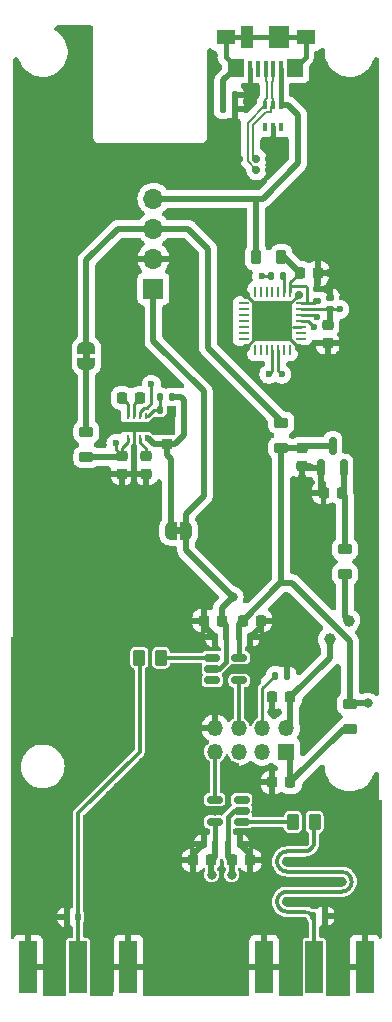
<source format=gbr>
%TF.GenerationSoftware,KiCad,Pcbnew,6.0.7+dfsg-3*%
%TF.CreationDate,2022-09-21T21:46:22+02:00*%
%TF.ProjectId,Adapter_RCB_F9T,41646170-7465-4725-9f52-43425f463954,1*%
%TF.SameCoordinates,Original*%
%TF.FileFunction,Copper,L1,Top*%
%TF.FilePolarity,Positive*%
%FSLAX46Y46*%
G04 Gerber Fmt 4.6, Leading zero omitted, Abs format (unit mm)*
G04 Created by KiCad (PCBNEW 6.0.7+dfsg-3) date 2022-09-21 21:46:22*
%MOMM*%
%LPD*%
G01*
G04 APERTURE LIST*
G04 Aperture macros list*
%AMRoundRect*
0 Rectangle with rounded corners*
0 $1 Rounding radius*
0 $2 $3 $4 $5 $6 $7 $8 $9 X,Y pos of 4 corners*
0 Add a 4 corners polygon primitive as box body*
4,1,4,$2,$3,$4,$5,$6,$7,$8,$9,$2,$3,0*
0 Add four circle primitives for the rounded corners*
1,1,$1+$1,$2,$3*
1,1,$1+$1,$4,$5*
1,1,$1+$1,$6,$7*
1,1,$1+$1,$8,$9*
0 Add four rect primitives between the rounded corners*
20,1,$1+$1,$2,$3,$4,$5,0*
20,1,$1+$1,$4,$5,$6,$7,0*
20,1,$1+$1,$6,$7,$8,$9,0*
20,1,$1+$1,$8,$9,$2,$3,0*%
%AMFreePoly0*
4,1,22,0.500000,-0.750000,0.000000,-0.750000,0.000000,-0.745033,-0.079941,-0.743568,-0.215256,-0.701293,-0.333266,-0.622738,-0.424486,-0.514219,-0.481581,-0.384460,-0.499164,-0.250000,-0.500000,-0.250000,-0.500000,0.250000,-0.499164,0.250000,-0.499963,0.256109,-0.478152,0.396186,-0.417904,0.524511,-0.324060,0.630769,-0.204165,0.706417,-0.067858,0.745374,0.000000,0.744959,0.000000,0.750000,
0.500000,0.750000,0.500000,-0.750000,0.500000,-0.750000,$1*%
%AMFreePoly1*
4,1,20,0.000000,0.744959,0.073905,0.744508,0.209726,0.703889,0.328688,0.626782,0.421226,0.519385,0.479903,0.390333,0.500000,0.250000,0.500000,-0.250000,0.499851,-0.262216,0.476331,-0.402017,0.414519,-0.529596,0.319384,-0.634700,0.198574,-0.708877,0.061801,-0.746166,0.000000,-0.745033,0.000000,-0.750000,-0.500000,-0.750000,-0.500000,0.750000,0.000000,0.750000,0.000000,0.744959,
0.000000,0.744959,$1*%
G04 Aperture macros list end*
%TA.AperFunction,SMDPad,CuDef*%
%ADD10RoundRect,0.135000X-0.135000X-0.185000X0.135000X-0.185000X0.135000X0.185000X-0.135000X0.185000X0*%
%TD*%
%TA.AperFunction,SMDPad,CuDef*%
%ADD11R,0.400000X0.650000*%
%TD*%
%TA.AperFunction,SMDPad,CuDef*%
%ADD12RoundRect,0.140000X0.170000X-0.140000X0.170000X0.140000X-0.170000X0.140000X-0.170000X-0.140000X0*%
%TD*%
%TA.AperFunction,SMDPad,CuDef*%
%ADD13RoundRect,0.140000X-0.140000X-0.170000X0.140000X-0.170000X0.140000X0.170000X-0.140000X0.170000X0*%
%TD*%
%TA.AperFunction,SMDPad,CuDef*%
%ADD14RoundRect,0.225000X-0.250000X0.225000X-0.250000X-0.225000X0.250000X-0.225000X0.250000X0.225000X0*%
%TD*%
%TA.AperFunction,SMDPad,CuDef*%
%ADD15RoundRect,0.147500X-0.147500X-0.172500X0.147500X-0.172500X0.147500X0.172500X-0.147500X0.172500X0*%
%TD*%
%TA.AperFunction,SMDPad,CuDef*%
%ADD16RoundRect,0.135000X0.135000X0.185000X-0.135000X0.185000X-0.135000X-0.185000X0.135000X-0.185000X0*%
%TD*%
%TA.AperFunction,SMDPad,CuDef*%
%ADD17RoundRect,0.225000X0.225000X0.250000X-0.225000X0.250000X-0.225000X-0.250000X0.225000X-0.250000X0*%
%TD*%
%TA.AperFunction,SMDPad,CuDef*%
%ADD18RoundRect,0.218750X-0.218750X-0.381250X0.218750X-0.381250X0.218750X0.381250X-0.218750X0.381250X0*%
%TD*%
%TA.AperFunction,SMDPad,CuDef*%
%ADD19RoundRect,0.225000X-0.225000X-0.250000X0.225000X-0.250000X0.225000X0.250000X-0.225000X0.250000X0*%
%TD*%
%TA.AperFunction,SMDPad,CuDef*%
%ADD20RoundRect,0.218750X-0.381250X0.218750X-0.381250X-0.218750X0.381250X-0.218750X0.381250X0.218750X0*%
%TD*%
%TA.AperFunction,SMDPad,CuDef*%
%ADD21R,0.250000X0.500000*%
%TD*%
%TA.AperFunction,SMDPad,CuDef*%
%ADD22R,1.600000X0.900000*%
%TD*%
%TA.AperFunction,SMDPad,CuDef*%
%ADD23RoundRect,0.062500X0.337500X0.062500X-0.337500X0.062500X-0.337500X-0.062500X0.337500X-0.062500X0*%
%TD*%
%TA.AperFunction,SMDPad,CuDef*%
%ADD24RoundRect,0.062500X0.062500X0.337500X-0.062500X0.337500X-0.062500X-0.337500X0.062500X-0.337500X0*%
%TD*%
%TA.AperFunction,SMDPad,CuDef*%
%ADD25R,3.350000X3.350000*%
%TD*%
%TA.AperFunction,SMDPad,CuDef*%
%ADD26R,1.500000X4.500000*%
%TD*%
%TA.AperFunction,SMDPad,CuDef*%
%ADD27RoundRect,0.250000X-0.262500X-0.450000X0.262500X-0.450000X0.262500X0.450000X-0.262500X0.450000X0*%
%TD*%
%TA.AperFunction,SMDPad,CuDef*%
%ADD28RoundRect,0.218750X0.381250X-0.218750X0.381250X0.218750X-0.381250X0.218750X-0.381250X-0.218750X0*%
%TD*%
%TA.AperFunction,SMDPad,CuDef*%
%ADD29FreePoly0,0.000000*%
%TD*%
%TA.AperFunction,SMDPad,CuDef*%
%ADD30FreePoly1,0.000000*%
%TD*%
%TA.AperFunction,SMDPad,CuDef*%
%ADD31RoundRect,0.150000X0.150000X-0.587500X0.150000X0.587500X-0.150000X0.587500X-0.150000X-0.587500X0*%
%TD*%
%TA.AperFunction,SMDPad,CuDef*%
%ADD32R,0.450000X1.380000*%
%TD*%
%TA.AperFunction,SMDPad,CuDef*%
%ADD33R,1.425000X1.550000*%
%TD*%
%TA.AperFunction,SMDPad,CuDef*%
%ADD34R,1.650000X1.300000*%
%TD*%
%TA.AperFunction,SMDPad,CuDef*%
%ADD35R,1.000000X1.900000*%
%TD*%
%TA.AperFunction,SMDPad,CuDef*%
%ADD36R,1.800000X1.900000*%
%TD*%
%TA.AperFunction,SMDPad,CuDef*%
%ADD37FreePoly0,90.000000*%
%TD*%
%TA.AperFunction,SMDPad,CuDef*%
%ADD38FreePoly1,90.000000*%
%TD*%
%TA.AperFunction,SMDPad,CuDef*%
%ADD39RoundRect,0.150000X-0.512500X-0.150000X0.512500X-0.150000X0.512500X0.150000X-0.512500X0.150000X0*%
%TD*%
%TA.AperFunction,SMDPad,CuDef*%
%ADD40RoundRect,0.150000X0.512500X0.150000X-0.512500X0.150000X-0.512500X-0.150000X0.512500X-0.150000X0*%
%TD*%
%TA.AperFunction,SMDPad,CuDef*%
%ADD41RoundRect,0.225000X0.250000X-0.225000X0.250000X0.225000X-0.250000X0.225000X-0.250000X-0.225000X0*%
%TD*%
%TA.AperFunction,SMDPad,CuDef*%
%ADD42RoundRect,0.250000X0.262500X0.450000X-0.262500X0.450000X-0.262500X-0.450000X0.262500X-0.450000X0*%
%TD*%
%TA.AperFunction,SMDPad,CuDef*%
%ADD43RoundRect,0.140000X0.140000X0.170000X-0.140000X0.170000X-0.140000X-0.170000X0.140000X-0.170000X0*%
%TD*%
%TA.AperFunction,ComponentPad*%
%ADD44R,1.350000X1.350000*%
%TD*%
%TA.AperFunction,ComponentPad*%
%ADD45O,1.350000X1.350000*%
%TD*%
%TA.AperFunction,SMDPad,CuDef*%
%ADD46RoundRect,0.147500X0.147500X0.172500X-0.147500X0.172500X-0.147500X-0.172500X0.147500X-0.172500X0*%
%TD*%
%TA.AperFunction,ComponentPad*%
%ADD47R,1.700000X1.700000*%
%TD*%
%TA.AperFunction,ComponentPad*%
%ADD48O,1.700000X1.700000*%
%TD*%
%TA.AperFunction,ViaPad*%
%ADD49C,0.800000*%
%TD*%
%TA.AperFunction,ViaPad*%
%ADD50C,0.700000*%
%TD*%
%TA.AperFunction,ViaPad*%
%ADD51C,1.000000*%
%TD*%
%TA.AperFunction,ViaPad*%
%ADD52C,0.600000*%
%TD*%
%TA.AperFunction,Conductor*%
%ADD53C,0.250000*%
%TD*%
%TA.AperFunction,Conductor*%
%ADD54C,0.500000*%
%TD*%
%TA.AperFunction,Conductor*%
%ADD55C,0.400000*%
%TD*%
%TA.AperFunction,Conductor*%
%ADD56C,0.200000*%
%TD*%
%TA.AperFunction,Conductor*%
%ADD57C,0.350000*%
%TD*%
G04 APERTURE END LIST*
%TO.C,JP22*%
G36*
X68750000Y-80600000D02*
G01*
X68250000Y-80600000D01*
X68250000Y-80000000D01*
X68750000Y-80000000D01*
X68750000Y-80600000D01*
G37*
%TO.C,JP21*%
G36*
X61000000Y-65750000D02*
G01*
X60400000Y-65750000D01*
X60400000Y-65250000D01*
X61000000Y-65250000D01*
X61000000Y-65750000D01*
G37*
%TD*%
D10*
%TO.P,R41,1*%
%TO.N,Net-(J41-Pad4)*%
X76690000Y-92600000D03*
%TO.P,R41,2*%
%TO.N,GND*%
X77710000Y-92600000D03*
%TD*%
D11*
%TO.P,D1,1,K*%
%TO.N,unconnected-(D1-Pad1)*%
X75850000Y-46150000D03*
%TO.P,D1,2,A*%
%TO.N,GND*%
X76500000Y-46150000D03*
%TO.P,D1,3,K*%
%TO.N,unconnected-(D1-Pad3)*%
X77150000Y-46150000D03*
%TO.P,D1,4,K*%
%TO.N,VBUS*%
X77150000Y-44250000D03*
%TO.P,D1,5,K*%
%TO.N,/USB_D-*%
X76500000Y-44250000D03*
%TO.P,D1,6,K*%
%TO.N,/USB_D+*%
X75850000Y-44250000D03*
%TD*%
D12*
%TO.P,C33,1*%
%TO.N,/VDD*%
X81340000Y-61520500D03*
%TO.P,C33,2*%
%TO.N,GND*%
X81340000Y-60560500D03*
%TD*%
D13*
%TO.P,C63,1*%
%TO.N,-5V*%
X72720000Y-106800000D03*
%TO.P,C63,2*%
%TO.N,GND*%
X73680000Y-106800000D03*
%TD*%
D14*
%TO.P,C11,1*%
%TO.N,+5VA*%
X78950000Y-73287500D03*
%TO.P,C11,2*%
%TO.N,GND*%
X78950000Y-74837500D03*
%TD*%
D15*
%TO.P,D51,1,A1*%
%TO.N,GND*%
X59015000Y-113000000D03*
%TO.P,D51,2,A2*%
%TO.N,/TP1_OUT*%
X59985000Y-113000000D03*
%TD*%
D14*
%TO.P,C24,1*%
%TO.N,/CP_CPOUT*%
X65750000Y-73925000D03*
%TO.P,C24,2*%
%TO.N,GND*%
X65750000Y-75475000D03*
%TD*%
D16*
%TO.P,R21,1*%
%TO.N,/CP_VOUT*%
X67910000Y-69000000D03*
%TO.P,R21,2*%
%TO.N,/CP_VFB*%
X66890000Y-69000000D03*
%TD*%
D17*
%TO.P,C42,1*%
%TO.N,Net-(C42-Pad1)*%
X77975000Y-94400000D03*
%TO.P,C42,2*%
%TO.N,GND*%
X76425000Y-94400000D03*
%TD*%
D10*
%TO.P,R22,1*%
%TO.N,/CP_VFB*%
X66890000Y-70100000D03*
%TO.P,R22,2*%
%TO.N,GND*%
X67910000Y-70100000D03*
%TD*%
D18*
%TO.P,FB31,1*%
%TO.N,VBUS*%
X75077500Y-57140500D03*
%TO.P,FB31,2*%
%TO.N,/VBUS_IN*%
X77202500Y-57140500D03*
%TD*%
D19*
%TO.P,C64,1*%
%TO.N,-5V*%
X73025000Y-108200000D03*
%TO.P,C64,2*%
%TO.N,GND*%
X74575000Y-108200000D03*
%TD*%
D20*
%TO.P,FB11,1*%
%TO.N,+5V*%
X77200000Y-71137500D03*
%TO.P,FB11,2*%
%TO.N,+5VA*%
X77200000Y-73262500D03*
%TD*%
D21*
%TO.P,U21,1,VIN*%
%TO.N,/CP_VIN*%
X64250000Y-72450000D03*
%TO.P,U21,2,GND*%
%TO.N,GND*%
X64750000Y-72450000D03*
%TO.P,U21,3,CPOUT*%
%TO.N,/CP_CPOUT*%
X65250000Y-72450000D03*
%TO.P,U21,4,VOUT*%
%TO.N,/CP_VOUT*%
X65750000Y-72450000D03*
%TO.P,U21,5,VFB*%
%TO.N,/CP_VFB*%
X65750000Y-70550000D03*
%TO.P,U21,6,EN*%
%TO.N,/CP_VIN*%
X65250000Y-70550000D03*
%TO.P,U21,7,C-*%
%TO.N,/CP_C-*%
X64750000Y-70550000D03*
%TO.P,U21,8,C+*%
%TO.N,/CP_C+*%
X64250000Y-70550000D03*
D22*
%TO.P,U21,9,PAD*%
%TO.N,GND*%
X65000000Y-71500000D03*
%TD*%
D19*
%TO.P,C31,1*%
%TO.N,/VBUS_IN*%
X78765000Y-58440500D03*
%TO.P,C31,2*%
%TO.N,GND*%
X80315000Y-58440500D03*
%TD*%
D17*
%TO.P,C41,1*%
%TO.N,Net-(C41-Pad1)*%
X77975000Y-101600000D03*
%TO.P,C41,2*%
%TO.N,GND*%
X76425000Y-101600000D03*
%TD*%
D23*
%TO.P,U31,1,~{DCD}*%
%TO.N,unconnected-(U31-Pad1)*%
X78900000Y-64050500D03*
%TO.P,U31,2,~{RI}/CLK*%
%TO.N,unconnected-(U31-Pad2)*%
X78900000Y-63550500D03*
%TO.P,U31,3,GND*%
%TO.N,GND*%
X78900000Y-63050500D03*
%TO.P,U31,4,D+*%
%TO.N,/USB_D+*%
X78900000Y-62550500D03*
%TO.P,U31,5,D-*%
%TO.N,/USB_D-*%
X78900000Y-62050500D03*
%TO.P,U31,6,VDD*%
%TO.N,/VDD*%
X78900000Y-61550500D03*
%TO.P,U31,7,VREGIN*%
%TO.N,/VBUS_IN*%
X78900000Y-61050500D03*
D24*
%TO.P,U31,8,VBUS*%
X77950000Y-60100500D03*
%TO.P,U31,9,~{RST}*%
%TO.N,/~{RST}*%
X77450000Y-60100500D03*
%TO.P,U31,10,NC*%
%TO.N,unconnected-(U31-Pad10)*%
X76950000Y-60100500D03*
%TO.P,U31,11,~{SUSPEND}*%
%TO.N,unconnected-(U31-Pad11)*%
X76450000Y-60100500D03*
%TO.P,U31,12,SUSPEND*%
%TO.N,unconnected-(U31-Pad12)*%
X75950000Y-60100500D03*
%TO.P,U31,13,NC*%
%TO.N,unconnected-(U31-Pad13)*%
X75450000Y-60100500D03*
%TO.P,U31,14,NC*%
%TO.N,unconnected-(U31-Pad14)*%
X74950000Y-60100500D03*
D23*
%TO.P,U31,15,NC*%
%TO.N,unconnected-(U31-Pad15)*%
X74000000Y-61050500D03*
%TO.P,U31,16,NC*%
%TO.N,unconnected-(U31-Pad16)*%
X74000000Y-61550500D03*
%TO.P,U31,17,NC*%
%TO.N,unconnected-(U31-Pad17)*%
X74000000Y-62050500D03*
%TO.P,U31,18,NC*%
%TO.N,unconnected-(U31-Pad18)*%
X74000000Y-62550500D03*
%TO.P,U31,19,NC*%
%TO.N,unconnected-(U31-Pad19)*%
X74000000Y-63050500D03*
%TO.P,U31,20,NC*%
%TO.N,unconnected-(U31-Pad20)*%
X74000000Y-63550500D03*
%TO.P,U31,21,NC*%
%TO.N,unconnected-(U31-Pad21)*%
X74000000Y-64050500D03*
D24*
%TO.P,U31,22,NC*%
%TO.N,unconnected-(U31-Pad22)*%
X74950000Y-65000500D03*
%TO.P,U31,23,~{CTS}*%
%TO.N,unconnected-(U31-Pad23)*%
X75450000Y-65000500D03*
%TO.P,U31,24,~{RTS}*%
%TO.N,unconnected-(U31-Pad24)*%
X75950000Y-65000500D03*
%TO.P,U31,25,RXD*%
%TO.N,/F9T_TXD*%
X76450000Y-65000500D03*
%TO.P,U31,26,TXD*%
%TO.N,/F9T_RXD*%
X76950000Y-65000500D03*
%TO.P,U31,27,~{DSR}*%
%TO.N,unconnected-(U31-Pad27)*%
X77450000Y-65000500D03*
%TO.P,U31,28,~{DTR}*%
%TO.N,unconnected-(U31-Pad28)*%
X77950000Y-65000500D03*
D25*
%TO.P,U31,29,GND*%
%TO.N,GND*%
X76450000Y-62550500D03*
%TD*%
D26*
%TO.P,J51,1,In*%
%TO.N,/TP1_OUT*%
X60000000Y-117250000D03*
%TO.P,J51,2,Ext*%
%TO.N,GND*%
X64250000Y-117250000D03*
X55750000Y-117250000D03*
%TD*%
D20*
%TO.P,FB21,1*%
%TO.N,Net-(FB21-Pad1)*%
X60700000Y-71912500D03*
%TO.P,FB21,2*%
%TO.N,/CP_VIN*%
X60700000Y-74037500D03*
%TD*%
D17*
%TO.P,C54,1*%
%TO.N,-5V*%
X72175000Y-87905000D03*
%TO.P,C54,2*%
%TO.N,GND*%
X70625000Y-87905000D03*
%TD*%
D12*
%TO.P,C32,1*%
%TO.N,/VBUS_IN*%
X80240000Y-60820500D03*
%TO.P,C32,2*%
%TO.N,GND*%
X80240000Y-59860500D03*
%TD*%
D27*
%TO.P,R61,1*%
%TO.N,/TP2_BUF*%
X78187500Y-104950000D03*
%TO.P,R61,2*%
%TO.N,/TP2_OUT*%
X80012500Y-104950000D03*
%TD*%
D28*
%TO.P,FB42,1*%
%TO.N,Net-(C42-Pad1)*%
X82600000Y-83962500D03*
%TO.P,FB42,2*%
%TO.N,+3V3*%
X82600000Y-81837500D03*
%TD*%
D26*
%TO.P,J61,1,In*%
%TO.N,/TP2_OUT*%
X80000000Y-117250000D03*
%TO.P,J61,2,Ext*%
%TO.N,GND*%
X84250000Y-117250000D03*
X75750000Y-117250000D03*
%TD*%
D13*
%TO.P,C1,1*%
%TO.N,Net-(C1-Pad1)*%
X72295000Y-43400000D03*
%TO.P,C1,2*%
%TO.N,GND*%
X73255000Y-43400000D03*
%TD*%
D29*
%TO.P,JP22,1,A*%
%TO.N,/CP_VOUT*%
X67850000Y-80300000D03*
D30*
%TO.P,JP22,2,B*%
%TO.N,-5V*%
X69150000Y-80300000D03*
%TD*%
D10*
%TO.P,R1,1*%
%TO.N,Net-(C1-Pad1)*%
X72265000Y-44600000D03*
%TO.P,R1,2*%
%TO.N,GND*%
X73285000Y-44600000D03*
%TD*%
D31*
%TO.P,U11,1,GND*%
%TO.N,GND*%
X80600000Y-75000000D03*
%TO.P,U11,2,VO*%
%TO.N,+3V3*%
X82500000Y-75000000D03*
%TO.P,U11,3,VI*%
%TO.N,+5VA*%
X81550000Y-73125000D03*
%TD*%
D32*
%TO.P,J1,1,VBUS*%
%TO.N,VBUS*%
X77175000Y-41160000D03*
%TO.P,J1,2,D-*%
%TO.N,/USB_D-*%
X76525000Y-41160000D03*
%TO.P,J1,3,D+*%
%TO.N,/USB_D+*%
X75875000Y-41160000D03*
%TO.P,J1,4,ID*%
%TO.N,unconnected-(J1-Pad4)*%
X75225000Y-41160000D03*
%TO.P,J1,5,GND*%
%TO.N,GND*%
X74575000Y-41160000D03*
D33*
%TO.P,J1,6,Shield*%
%TO.N,Net-(C1-Pad1)*%
X78362500Y-41075000D03*
D34*
X79250000Y-38500000D03*
D35*
X74325000Y-38500000D03*
D36*
X77025000Y-38500000D03*
D34*
X72500000Y-38500000D03*
D33*
X73387500Y-41075000D03*
%TD*%
D37*
%TO.P,JP21,1,A*%
%TO.N,Net-(FB21-Pad1)*%
X60700000Y-66150000D03*
D38*
%TO.P,JP21,2,B*%
%TO.N,+5V*%
X60700000Y-64850000D03*
%TD*%
D39*
%TO.P,U51,1*%
%TO.N,/TP1_BUF*%
X71362500Y-91050000D03*
%TO.P,U51,2,V-*%
%TO.N,-5V*%
X71362500Y-92000000D03*
%TO.P,U51,3,VREF*%
%TO.N,unconnected-(U51-Pad3)*%
X71362500Y-92950000D03*
%TO.P,U51,4,IN*%
%TO.N,/TP1*%
X73637500Y-92950000D03*
%TO.P,U51,5,V+*%
%TO.N,+5VA*%
X73637500Y-91050000D03*
%TD*%
D14*
%TO.P,C21,1*%
%TO.N,/CP_VIN*%
X63750000Y-73925000D03*
%TO.P,C21,2*%
%TO.N,GND*%
X63750000Y-75475000D03*
%TD*%
D17*
%TO.P,C62,1*%
%TO.N,+5VA*%
X71275000Y-108200000D03*
%TO.P,C62,2*%
%TO.N,GND*%
X69725000Y-108200000D03*
%TD*%
D10*
%TO.P,R31,1*%
%TO.N,/VDD*%
X76340000Y-58740500D03*
%TO.P,R31,2*%
%TO.N,/~{RST}*%
X77360000Y-58740500D03*
%TD*%
D40*
%TO.P,U61,1*%
%TO.N,/TP2_BUF*%
X73837500Y-104950000D03*
%TO.P,U61,2,V-*%
%TO.N,-5V*%
X73837500Y-104000000D03*
%TO.P,U61,3,VREF*%
%TO.N,unconnected-(U61-Pad3)*%
X73837500Y-103050000D03*
%TO.P,U61,4,IN*%
%TO.N,/TP2*%
X71562500Y-103050000D03*
%TO.P,U61,5,V+*%
%TO.N,+5VA*%
X71562500Y-104950000D03*
%TD*%
D41*
%TO.P,C22,1*%
%TO.N,/CP_VOUT*%
X67500000Y-72975000D03*
%TO.P,C22,2*%
%TO.N,GND*%
X67500000Y-71425000D03*
%TD*%
D42*
%TO.P,R51,1*%
%TO.N,/TP1_BUF*%
X67012500Y-91050000D03*
%TO.P,R51,2*%
%TO.N,/TP1_OUT*%
X65187500Y-91050000D03*
%TD*%
D43*
%TO.P,C53,1*%
%TO.N,-5V*%
X72505000Y-89305000D03*
%TO.P,C53,2*%
%TO.N,GND*%
X71545000Y-89305000D03*
%TD*%
D14*
%TO.P,C34,1*%
%TO.N,/VDD*%
X81140000Y-62865500D03*
%TO.P,C34,2*%
%TO.N,GND*%
X81140000Y-64415500D03*
%TD*%
D44*
%TO.P,J41,1,V_ANT*%
%TO.N,Net-(C41-Pad1)*%
X77600000Y-99000000D03*
D45*
%TO.P,J41,2,VCC*%
%TO.N,Net-(C42-Pad1)*%
X77600000Y-97000000D03*
%TO.P,J41,3,TXD*%
%TO.N,/F9T_TXD*%
X75600000Y-99000000D03*
%TO.P,J41,4,RST*%
%TO.N,Net-(J41-Pad4)*%
X75600000Y-97000000D03*
%TO.P,J41,5,RXD*%
%TO.N,/F9T_RXD*%
X73600000Y-99000000D03*
%TO.P,J41,6,TP1*%
%TO.N,/TP1*%
X73600000Y-97000000D03*
%TO.P,J41,7,TP2*%
%TO.N,/TP2*%
X71600000Y-99000000D03*
%TO.P,J41,8,GND*%
%TO.N,GND*%
X71600000Y-97000000D03*
%TD*%
D46*
%TO.P,D61,1,A1*%
%TO.N,GND*%
X80885000Y-112900000D03*
%TO.P,D61,2,A2*%
%TO.N,/TP2_OUT*%
X79915000Y-112900000D03*
%TD*%
D13*
%TO.P,C51,1*%
%TO.N,+5VA*%
X73620000Y-89300000D03*
%TO.P,C51,2*%
%TO.N,GND*%
X74580000Y-89300000D03*
%TD*%
D17*
%TO.P,C12,1*%
%TO.N,+3V3*%
X82325000Y-77062500D03*
%TO.P,C12,2*%
%TO.N,GND*%
X80775000Y-77062500D03*
%TD*%
D43*
%TO.P,C61,1*%
%TO.N,+5VA*%
X71580000Y-106800000D03*
%TO.P,C61,2*%
%TO.N,GND*%
X70620000Y-106800000D03*
%TD*%
D19*
%TO.P,C23,1*%
%TO.N,/CP_C+*%
X63725000Y-69050000D03*
%TO.P,C23,2*%
%TO.N,/CP_C-*%
X65275000Y-69050000D03*
%TD*%
D47*
%TO.P,J2,1,Pin_1*%
%TO.N,-5V*%
X66375000Y-59800000D03*
D48*
%TO.P,J2,2,Pin_2*%
%TO.N,GND*%
X66375000Y-57260000D03*
%TO.P,J2,3,Pin_3*%
%TO.N,+5V*%
X66375000Y-54720000D03*
%TO.P,J2,4,Pin_4*%
%TO.N,VBUS*%
X66375000Y-52180000D03*
%TD*%
D20*
%TO.P,FB41,1*%
%TO.N,+5VA*%
X83000000Y-94937500D03*
%TO.P,FB41,2*%
%TO.N,Net-(C41-Pad1)*%
X83000000Y-97062500D03*
%TD*%
D19*
%TO.P,C52,1*%
%TO.N,+5VA*%
X73925000Y-87900000D03*
%TO.P,C52,2*%
%TO.N,GND*%
X75475000Y-87900000D03*
%TD*%
D49*
%TO.N,GND*%
X64100000Y-90100000D03*
D50*
X76200000Y-49750000D03*
D49*
X85000000Y-105000000D03*
X76000000Y-108300000D03*
X64300000Y-94100000D03*
X76300000Y-112700000D03*
X67100000Y-89700000D03*
X60000000Y-50000000D03*
X85000000Y-90000000D03*
X84250000Y-114000000D03*
X59100000Y-105000000D03*
X64300000Y-93100000D03*
X59100000Y-106000000D03*
X58500000Y-119000000D03*
X81500000Y-115000000D03*
X76400000Y-110600000D03*
X81900000Y-113800000D03*
D51*
X64750000Y-76600000D03*
D49*
X60000000Y-85000000D03*
X59100000Y-103900000D03*
X78500000Y-115000000D03*
X70000000Y-115000000D03*
X64300000Y-98100000D03*
X81340000Y-58440500D03*
X81200000Y-105300000D03*
X58200000Y-113900000D03*
X66100000Y-94100000D03*
X76400000Y-109400000D03*
X68100000Y-57250000D03*
X55000000Y-45000000D03*
X62700000Y-102700000D03*
X72500000Y-75000000D03*
D50*
X74200000Y-64800000D03*
X78700000Y-60300000D03*
D49*
X85000000Y-110000000D03*
X70200000Y-102900000D03*
X65000000Y-105000000D03*
X72700000Y-95200000D03*
X59100000Y-114000000D03*
X58200000Y-112100000D03*
X76500000Y-47250000D03*
X55000000Y-70000000D03*
X78300000Y-110000000D03*
X78500000Y-118000000D03*
X65000000Y-89700000D03*
X85000000Y-45000000D03*
X72500000Y-100700000D03*
X82700000Y-108300000D03*
X74575000Y-43050000D03*
X75100000Y-101600000D03*
X79700000Y-111700000D03*
X71600000Y-104000000D03*
X66100000Y-99100000D03*
X61500000Y-118000000D03*
X81300000Y-110000000D03*
X80000000Y-80000000D03*
X69050000Y-91900000D03*
X79700000Y-108300000D03*
X66100000Y-93100000D03*
X78700000Y-108300000D03*
X64300000Y-95100000D03*
X70600000Y-103900000D03*
X55750000Y-114000000D03*
X80300000Y-110000000D03*
X70000000Y-50000000D03*
X81500000Y-119000000D03*
X66100000Y-98100000D03*
X74500000Y-94100000D03*
X58500000Y-115000000D03*
D50*
X77000000Y-62000500D03*
D49*
X60000000Y-40000000D03*
X72700000Y-94100000D03*
X59100000Y-111000000D03*
X83600000Y-108900000D03*
D50*
X77000000Y-63100500D03*
D49*
X59100000Y-107000000D03*
X78950000Y-75800000D03*
X70700000Y-101800000D03*
X59100000Y-108000000D03*
X77700000Y-108300000D03*
X85000000Y-55000000D03*
D50*
X75900000Y-63100500D03*
D49*
X80000000Y-45000000D03*
X65000000Y-80000000D03*
D50*
X75900000Y-62000500D03*
D49*
X59100000Y-112000000D03*
X60900000Y-114000000D03*
X55000000Y-55000000D03*
X81600000Y-93400000D03*
X65000000Y-110000000D03*
X64800000Y-100600000D03*
X60900000Y-111000000D03*
X66500000Y-71450000D03*
X76400000Y-95600000D03*
X59800000Y-103200000D03*
X81040000Y-59840500D03*
X77300000Y-110000000D03*
X64250000Y-114000000D03*
X67100000Y-92400000D03*
X77500000Y-90000000D03*
X55000000Y-105000000D03*
X60900000Y-105000000D03*
X74500000Y-95200000D03*
X55000000Y-85000000D03*
X66100000Y-95100000D03*
X79100000Y-114300000D03*
X66100000Y-96100000D03*
X61200000Y-101800000D03*
X85000000Y-50000000D03*
X80700000Y-111700000D03*
X79100000Y-106600000D03*
X85000000Y-75000000D03*
X81500000Y-117000000D03*
X72500000Y-80000000D03*
X70700000Y-100700000D03*
X81500000Y-118000000D03*
X80900000Y-114200000D03*
X60900000Y-110000000D03*
X55000000Y-90000000D03*
X60000000Y-90000000D03*
D50*
X73650000Y-49750000D03*
D49*
X61900000Y-101100000D03*
X75750000Y-114000000D03*
X79000000Y-113400000D03*
X85000000Y-80000000D03*
X76100000Y-105800000D03*
X81700000Y-111700000D03*
X75100000Y-104100000D03*
X64000000Y-99000000D03*
X80700000Y-108300000D03*
X77100000Y-106700000D03*
D50*
X78700000Y-64800000D03*
D49*
X62600000Y-100400000D03*
X77000000Y-113300000D03*
X83600000Y-111100000D03*
X63400000Y-102000000D03*
D50*
X74200000Y-60300000D03*
D49*
X79100000Y-103800000D03*
X80000000Y-55000000D03*
X72500000Y-70000000D03*
X66100000Y-92150000D03*
X77700000Y-111700000D03*
X85000000Y-70000000D03*
X72500000Y-55000000D03*
X65500000Y-99900000D03*
X57900000Y-113000000D03*
X55000000Y-95000000D03*
X76100000Y-104100000D03*
X78500000Y-119000000D03*
X60900000Y-106000000D03*
X60000000Y-80000000D03*
X80000000Y-50000000D03*
X64500000Y-57250000D03*
X81150000Y-65700000D03*
D50*
X76200000Y-48850000D03*
D49*
X84000000Y-110000000D03*
X70000000Y-90200000D03*
X60000000Y-100000000D03*
X64300000Y-96100000D03*
X61500000Y-116000000D03*
X77100000Y-105800000D03*
X65000000Y-85000000D03*
X55000000Y-80000000D03*
X82700000Y-111700000D03*
X79300000Y-110000000D03*
X78700000Y-111700000D03*
X78000000Y-113400000D03*
X64000000Y-91100000D03*
X60950000Y-113000000D03*
X60900000Y-108000000D03*
X64300000Y-97100000D03*
D51*
X63400000Y-71500000D03*
D49*
X61300000Y-104100000D03*
X66100000Y-89900000D03*
X85000000Y-65000000D03*
X60000000Y-45000000D03*
X55000000Y-110000000D03*
X58500000Y-117000000D03*
X69050000Y-90200000D03*
X78100000Y-103600000D03*
X59100000Y-109000000D03*
X60900000Y-109000000D03*
X68100000Y-90200000D03*
X63300000Y-99700000D03*
X55000000Y-60000000D03*
X61500000Y-117000000D03*
X81500000Y-116000000D03*
X55000000Y-75000000D03*
X81120345Y-104192602D03*
X75100000Y-105800000D03*
X76000000Y-111700000D03*
X61500000Y-115000000D03*
X76300000Y-107300000D03*
X58500000Y-118000000D03*
X85000000Y-60000000D03*
X74700000Y-92200000D03*
X78500000Y-116000000D03*
X65000000Y-65000000D03*
X60900000Y-112000000D03*
X80700000Y-107300000D03*
X66100000Y-97100000D03*
X78500000Y-117000000D03*
X74950000Y-93200000D03*
X80200000Y-103600000D03*
X60000000Y-95000000D03*
X80900000Y-106300000D03*
X72500000Y-101800000D03*
X73600000Y-92000000D03*
X70000000Y-91900000D03*
X55000000Y-50000000D03*
X64300000Y-92150000D03*
X65000000Y-50000000D03*
X82300000Y-110000000D03*
X55000000Y-65000000D03*
X60500000Y-102500000D03*
X77100000Y-104100000D03*
X78100000Y-106600000D03*
X60900000Y-107000000D03*
X68100000Y-91900000D03*
X85000000Y-85000000D03*
X64100000Y-101300000D03*
X80000000Y-70000000D03*
X60000000Y-55000000D03*
X81700000Y-108300000D03*
X59100000Y-110000000D03*
X61500000Y-119000000D03*
D50*
X73650000Y-48800000D03*
D49*
X58500000Y-116000000D03*
X82100000Y-112700000D03*
X62000000Y-103400000D03*
D52*
%TO.N,/CP_VIN*%
X66200000Y-67900000D03*
X63200000Y-72900000D03*
%TO.N,/USB_D-*%
X80240000Y-62220500D03*
D50*
X75100000Y-48800000D03*
%TO.N,/USB_D+*%
X75100000Y-49750000D03*
D52*
X79990000Y-63040500D03*
%TO.N,/VDD*%
X82140000Y-61540500D03*
X75540000Y-58740500D03*
D51*
%TO.N,Net-(C42-Pad1)*%
X81300000Y-89500000D03*
X82900000Y-87900000D03*
D52*
%TO.N,/F9T_TXD*%
X76140000Y-67040500D03*
%TO.N,/F9T_RXD*%
X77240000Y-67040500D03*
D49*
%TO.N,-5V*%
X73100000Y-85900000D03*
X73000000Y-109400000D03*
%TO.N,+5VA*%
X84500000Y-94900000D03*
X71300000Y-109400000D03*
%TD*%
D53*
%TO.N,GND*%
X78700000Y-60300000D02*
X78700000Y-60300500D01*
D54*
X81340000Y-60140500D02*
X81340000Y-60560500D01*
X64750000Y-75475000D02*
X64750000Y-76600000D01*
X68090000Y-57260000D02*
X66375000Y-57260000D01*
X76425000Y-101600000D02*
X75100000Y-101600000D01*
X74575000Y-108200000D02*
X74575000Y-107695000D01*
D53*
X78900000Y-63050500D02*
X78150000Y-63050500D01*
D54*
X74575000Y-107695000D02*
X73680000Y-106800000D01*
D55*
X74575000Y-41160000D02*
X74575000Y-43050000D01*
D54*
X80240000Y-58515500D02*
X80315000Y-58440500D01*
D53*
X64750000Y-71750000D02*
X65000000Y-71500000D01*
X78700000Y-60300500D02*
X76450000Y-62550500D01*
D54*
X64510000Y-57260000D02*
X66375000Y-57260000D01*
X64750000Y-75475000D02*
X63750000Y-75475000D01*
X80315000Y-58440500D02*
X81340000Y-58440500D01*
X75475000Y-88405000D02*
X74580000Y-89300000D01*
X78950000Y-74837500D02*
X78950000Y-75800000D01*
D53*
X64750000Y-72450000D02*
X64750000Y-71750000D01*
D54*
X64750000Y-75475000D02*
X65750000Y-75475000D01*
D53*
X76450000Y-62550500D02*
X74200500Y-64800000D01*
D54*
X73285000Y-44600000D02*
X73285000Y-43430000D01*
X64500000Y-57250000D02*
X64510000Y-57260000D01*
D53*
X78699500Y-64800000D02*
X76450000Y-62550500D01*
D54*
X79650000Y-64800000D02*
X80034500Y-64415500D01*
X80600000Y-75000000D02*
X80600000Y-76887500D01*
X81150000Y-64425500D02*
X81140000Y-64415500D01*
D53*
X78700000Y-64800000D02*
X78699500Y-64800000D01*
X74200000Y-60300000D02*
X74200000Y-60300500D01*
D54*
X81020000Y-59860500D02*
X80240000Y-59860500D01*
X76400000Y-95600000D02*
X76425000Y-95575000D01*
X69725000Y-107695000D02*
X70620000Y-106800000D01*
X80034500Y-64415500D02*
X81140000Y-64415500D01*
X74225000Y-43400000D02*
X74575000Y-43050000D01*
D53*
X74200500Y-64800000D02*
X74200000Y-64800000D01*
D54*
X81040000Y-59840500D02*
X81020000Y-59860500D01*
D53*
X74200000Y-60300500D02*
X76450000Y-62550500D01*
D55*
X76500000Y-47250000D02*
X76500000Y-46150000D01*
D54*
X76425000Y-95575000D02*
X76425000Y-94400000D01*
X70625000Y-87905000D02*
X70625000Y-88385000D01*
X81040000Y-59840500D02*
X81340000Y-60140500D01*
X73255000Y-43400000D02*
X74225000Y-43400000D01*
X69725000Y-108200000D02*
X69725000Y-107695000D01*
D53*
X64750000Y-72450000D02*
X64750000Y-73150000D01*
D54*
X75475000Y-87900000D02*
X75475000Y-88405000D01*
X78700000Y-64800000D02*
X79650000Y-64800000D01*
X79112500Y-75000000D02*
X78950000Y-74837500D01*
X80600000Y-75000000D02*
X79112500Y-75000000D01*
X73285000Y-43430000D02*
X73255000Y-43400000D01*
X70625000Y-88385000D02*
X71545000Y-89305000D01*
X80600000Y-76887500D02*
X80775000Y-77062500D01*
X64750000Y-73150000D02*
X64750000Y-75475000D01*
X81150000Y-65700000D02*
X81150000Y-64425500D01*
X68100000Y-57250000D02*
X68090000Y-57260000D01*
X80240000Y-59860500D02*
X80240000Y-58515500D01*
D55*
%TO.N,Net-(C1-Pad1)*%
X74325000Y-38500000D02*
X72500000Y-38500000D01*
X79250000Y-40187500D02*
X78362500Y-41075000D01*
D54*
X72295000Y-42167500D02*
X73387500Y-41075000D01*
D55*
X79250000Y-38500000D02*
X77025000Y-38500000D01*
D54*
X72295000Y-43400000D02*
X72295000Y-44570000D01*
D55*
X77025000Y-38500000D02*
X74325000Y-38500000D01*
X79250000Y-38500000D02*
X79250000Y-40187500D01*
D54*
X72295000Y-44570000D02*
X72265000Y-44600000D01*
D55*
X72500000Y-40187500D02*
X73387500Y-41075000D01*
X72500000Y-38500000D02*
X72500000Y-40187500D01*
D54*
X72295000Y-43400000D02*
X72295000Y-42167500D01*
D53*
%TO.N,/CP_VIN*%
X63200000Y-72900000D02*
X63200000Y-73375000D01*
X66200000Y-67900000D02*
X66200000Y-69488908D01*
X65250000Y-70200000D02*
X65250000Y-70550000D01*
X63750000Y-73300000D02*
X64250000Y-72800000D01*
D54*
X60700000Y-74037500D02*
X63637500Y-74037500D01*
D53*
X64250000Y-72800000D02*
X64250000Y-72450000D01*
X65550000Y-69900000D02*
X65250000Y-70200000D01*
X66200000Y-69488908D02*
X65788908Y-69900000D01*
D54*
X63637500Y-74037500D02*
X63750000Y-73925000D01*
D53*
X63750000Y-73925000D02*
X63750000Y-73300000D01*
X65788908Y-69900000D02*
X65550000Y-69900000D01*
X63200000Y-73375000D02*
X63750000Y-73925000D01*
D54*
%TO.N,/CP_VOUT*%
X68225000Y-72975000D02*
X67500000Y-72975000D01*
X65900000Y-72450000D02*
X66425000Y-72975000D01*
X67910000Y-69000000D02*
X68750000Y-69000000D01*
X69000000Y-69250000D02*
X69000000Y-72200000D01*
X67850000Y-74225000D02*
X67850000Y-80300000D01*
X67500000Y-72975000D02*
X67500000Y-73875000D01*
X67500000Y-73875000D02*
X67850000Y-74225000D01*
X66425000Y-72975000D02*
X67500000Y-72975000D01*
X68750000Y-69000000D02*
X69000000Y-69250000D01*
X69000000Y-72200000D02*
X68225000Y-72975000D01*
D53*
%TO.N,/CP_C+*%
X64250000Y-69575000D02*
X63725000Y-69050000D01*
X64250000Y-70550000D02*
X64250000Y-69575000D01*
D56*
%TO.N,/USB_D-*%
X74825000Y-48525000D02*
X74825000Y-45925000D01*
X76525000Y-41160000D02*
X76525000Y-42195001D01*
X75875000Y-44875000D02*
X76350000Y-44875000D01*
X75100000Y-48800000D02*
X74825000Y-48525000D01*
X76525000Y-42195001D02*
X76425000Y-42295001D01*
X74825000Y-45925000D02*
X75875000Y-44875000D01*
X76350000Y-44875000D02*
X76350000Y-44400000D01*
D53*
X80070000Y-62050500D02*
X78900000Y-62050500D01*
D56*
X76425000Y-42295001D02*
X76425000Y-43662499D01*
X76350000Y-44400000D02*
X76500000Y-44250000D01*
D53*
X80240000Y-62220500D02*
X80070000Y-62050500D01*
D56*
X76425000Y-43662499D02*
X76500000Y-43737499D01*
X76500000Y-43737499D02*
X76500000Y-44250000D01*
D53*
%TO.N,/USB_D+*%
X78900000Y-62550500D02*
X79500000Y-62550500D01*
D56*
X75875000Y-41160000D02*
X75875000Y-42195001D01*
X75975000Y-43662499D02*
X75850000Y-43787499D01*
X75100000Y-49750000D02*
X74375000Y-49025000D01*
X75975000Y-42295001D02*
X75975000Y-43662499D01*
X74375000Y-49025000D02*
X74375000Y-45738603D01*
X75850000Y-43787499D02*
X75850000Y-44250000D01*
D53*
X79500000Y-62550500D02*
X79990000Y-63040500D01*
D56*
X75875000Y-42195001D02*
X75975000Y-42295001D01*
X75850000Y-44263603D02*
X75850000Y-44250000D01*
X74375000Y-45738603D02*
X75850000Y-44263603D01*
D54*
%TO.N,VBUS*%
X75080000Y-52180000D02*
X66375000Y-52180000D01*
X75620000Y-52180000D02*
X75080000Y-52180000D01*
D55*
X77175000Y-41160000D02*
X77150000Y-41185000D01*
D54*
X75077500Y-57140500D02*
X75077500Y-52182500D01*
D55*
X77150000Y-41185000D02*
X77150000Y-44250000D01*
D54*
X77375000Y-44250000D02*
X77775000Y-44250000D01*
X77775000Y-44250000D02*
X78625000Y-45100000D01*
X78625000Y-49175000D02*
X75620000Y-52180000D01*
X75077500Y-52182500D02*
X75080000Y-52180000D01*
X78625000Y-45100000D02*
X78625000Y-49175000D01*
D53*
%TO.N,/VDD*%
X81310000Y-61550500D02*
X81340000Y-61520500D01*
X78900000Y-61550500D02*
X81310000Y-61550500D01*
D54*
X81340000Y-61520500D02*
X81340000Y-62665500D01*
D53*
X81360000Y-61540500D02*
X81340000Y-61520500D01*
D54*
X81340000Y-62665500D02*
X81140000Y-62865500D01*
D53*
X82140000Y-61540500D02*
X81360000Y-61540500D01*
X76340000Y-58740500D02*
X75540000Y-58740500D01*
%TO.N,/~{RST}*%
X77450000Y-58830500D02*
X77360000Y-58740500D01*
X77450000Y-60100500D02*
X77450000Y-58830500D01*
%TO.N,/VBUS_IN*%
X79400000Y-59700000D02*
X79275000Y-59575000D01*
X79400000Y-61050500D02*
X79400000Y-59700000D01*
X78900000Y-61050500D02*
X80010000Y-61050500D01*
X77950000Y-60100500D02*
X77950000Y-59255500D01*
X80010000Y-61050500D02*
X80240000Y-60820500D01*
X77950000Y-59255500D02*
X78765000Y-58440500D01*
X79275000Y-59575000D02*
X77975000Y-59575000D01*
D54*
X78765000Y-58440500D02*
X77465000Y-57140500D01*
X77465000Y-57140500D02*
X77202500Y-57140500D01*
D53*
%TO.N,/CP_C-*%
X64750000Y-69575000D02*
X64750000Y-70550000D01*
X65275000Y-69050000D02*
X64750000Y-69575000D01*
D54*
%TO.N,Net-(C41-Pad1)*%
X82512500Y-97062500D02*
X77975000Y-101600000D01*
X83000000Y-97062500D02*
X82512500Y-97062500D01*
X77975000Y-101600000D02*
X77975000Y-99375000D01*
X77975000Y-99375000D02*
X77600000Y-99000000D01*
%TO.N,Net-(C42-Pad1)*%
X81300000Y-91075000D02*
X77975000Y-94400000D01*
X77975000Y-96625000D02*
X77600000Y-97000000D01*
X77975000Y-94400000D02*
X77975000Y-96625000D01*
X82900000Y-87900000D02*
X82600000Y-87600000D01*
X81300000Y-89500000D02*
X81300000Y-91075000D01*
X82600000Y-87600000D02*
X82600000Y-83962500D01*
%TO.N,Net-(FB21-Pad1)*%
X60700000Y-66150000D02*
X60700000Y-71912500D01*
D53*
%TO.N,/F9T_TXD*%
X76450000Y-66730500D02*
X76450000Y-65000500D01*
X76140000Y-67040500D02*
X76450000Y-66730500D01*
%TO.N,/F9T_RXD*%
X76950000Y-66750500D02*
X76950000Y-65000500D01*
X77240000Y-67040500D02*
X76950000Y-66750500D01*
D57*
%TO.N,/TP1_BUF*%
X71362500Y-91050000D02*
X67012500Y-91050000D01*
%TO.N,/TP2*%
X71600000Y-99000000D02*
X71600000Y-103012500D01*
X71600000Y-103012500D02*
X71562500Y-103050000D01*
%TO.N,/TP1*%
X73600000Y-97000000D02*
X73600000Y-92987500D01*
X73600000Y-92987500D02*
X73637500Y-92950000D01*
D54*
%TO.N,+5V*%
X60700000Y-64850000D02*
X60700000Y-57400000D01*
X71000000Y-56400000D02*
X69320000Y-54720000D01*
X60700000Y-57400000D02*
X63380000Y-54720000D01*
X71000000Y-64800000D02*
X71000000Y-56400000D01*
X63380000Y-54720000D02*
X66375000Y-54720000D01*
X69320000Y-54720000D02*
X66375000Y-54720000D01*
X77200000Y-71137500D02*
X77200000Y-71000000D01*
X77200000Y-71000000D02*
X71000000Y-64800000D01*
%TO.N,-5V*%
X70636459Y-68486459D02*
X70636459Y-77377145D01*
X72175000Y-86825000D02*
X73100000Y-85900000D01*
D55*
X72720000Y-106800000D02*
X72675000Y-106755000D01*
D54*
X72720000Y-107895000D02*
X73025000Y-108200000D01*
X72175000Y-87905000D02*
X72175000Y-86825000D01*
X72505000Y-88235000D02*
X72505000Y-89305000D01*
D55*
X71923528Y-92000000D02*
X71362500Y-92000000D01*
X72505000Y-89305000D02*
X72505000Y-91418528D01*
D54*
X73025000Y-109375000D02*
X73000000Y-109400000D01*
X70636459Y-77377145D02*
X69150000Y-78863604D01*
D55*
X72505000Y-91418528D02*
X71923528Y-92000000D01*
D54*
X69150000Y-81950000D02*
X69150000Y-80300000D01*
X73025000Y-108200000D02*
X73025000Y-109375000D01*
D55*
X72675000Y-104525000D02*
X73200000Y-104000000D01*
X73200000Y-104000000D02*
X73837500Y-104000000D01*
D54*
X72720000Y-106800000D02*
X72720000Y-107895000D01*
X72175000Y-87905000D02*
X72505000Y-88235000D01*
X69150000Y-78863604D02*
X69150000Y-80300000D01*
X66375000Y-64225000D02*
X70636459Y-68486459D01*
X66375000Y-59800000D02*
X66375000Y-64225000D01*
X73100000Y-85900000D02*
X69150000Y-81950000D01*
D55*
X72675000Y-106755000D02*
X72675000Y-104525000D01*
D54*
%TO.N,+3V3*%
X82600000Y-77337500D02*
X82325000Y-77062500D01*
X82600000Y-81837500D02*
X82600000Y-77337500D01*
X82500000Y-75000000D02*
X82500000Y-76887500D01*
X82500000Y-76887500D02*
X82325000Y-77062500D01*
D57*
%TO.N,/TP1_OUT*%
X60000000Y-104200000D02*
X60000000Y-117250000D01*
X65200000Y-99000000D02*
X65200000Y-91062500D01*
X60000000Y-104200000D02*
X65200000Y-99000000D01*
X65200000Y-91062500D02*
X65187500Y-91050000D01*
%TO.N,/TP2_OUT*%
X77688586Y-112550000D02*
X79150000Y-112550000D01*
X80000000Y-104962500D02*
X80000000Y-106600000D01*
X80000000Y-113400000D02*
X80000000Y-117250000D01*
X77688586Y-110850000D02*
X82311414Y-110850000D01*
X77688586Y-109150000D02*
X82311414Y-109150000D01*
X79150000Y-107450000D02*
X77688586Y-107450000D01*
X80012500Y-104950000D02*
X80000000Y-104962500D01*
X79150000Y-107450000D02*
G75*
G03*
X80000000Y-106600000I0J850000D01*
G01*
X77688586Y-112550014D02*
G75*
G02*
X76838586Y-111700000I14J850014D01*
G01*
X76838600Y-108300000D02*
G75*
G02*
X77688586Y-107450000I850000J0D01*
G01*
X76838600Y-111700000D02*
G75*
G02*
X77688586Y-110850000I850000J0D01*
G01*
X82311414Y-110850014D02*
G75*
G03*
X83161414Y-110000000I-14J850014D01*
G01*
X77688586Y-109150014D02*
G75*
G02*
X76838586Y-108300000I14J850014D01*
G01*
X83161400Y-110000000D02*
G75*
G03*
X82311414Y-109150000I-850000J0D01*
G01*
X80000000Y-113400000D02*
G75*
G03*
X79150000Y-112550000I-850000J0D01*
G01*
%TO.N,/TP2_BUF*%
X73837500Y-104950000D02*
X78187500Y-104950000D01*
D54*
%TO.N,+5VA*%
X71275000Y-108200000D02*
X71275000Y-109375000D01*
X79112500Y-73125000D02*
X78950000Y-73287500D01*
X77100000Y-84725000D02*
X73925000Y-87900000D01*
D55*
X73637500Y-89317500D02*
X73620000Y-89300000D01*
X71580000Y-106800000D02*
X71580000Y-104967500D01*
D54*
X78950000Y-73287500D02*
X77225000Y-73287500D01*
D55*
X73637500Y-91050000D02*
X73637500Y-89317500D01*
D54*
X77200000Y-84625000D02*
X77200000Y-73262500D01*
X71275000Y-109375000D02*
X71300000Y-109400000D01*
X83000000Y-89600000D02*
X83000000Y-94937500D01*
X81550000Y-73125000D02*
X79112500Y-73125000D01*
X71580000Y-106800000D02*
X71580000Y-107895000D01*
X77100000Y-84725000D02*
X78125000Y-84725000D01*
D55*
X71580000Y-104967500D02*
X71562500Y-104950000D01*
D54*
X84500000Y-94900000D02*
X83037500Y-94900000D01*
X78125000Y-84725000D02*
X83000000Y-89600000D01*
X73620000Y-88205000D02*
X73925000Y-87900000D01*
X77100000Y-84725000D02*
X77200000Y-84625000D01*
X71580000Y-107895000D02*
X71275000Y-108200000D01*
X77225000Y-73287500D02*
X77200000Y-73262500D01*
X73620000Y-89300000D02*
X73620000Y-88205000D01*
X83037500Y-94900000D02*
X83000000Y-94937500D01*
D53*
%TO.N,/CP_CPOUT*%
X65750000Y-73925000D02*
X65750000Y-73325000D01*
X65750000Y-73325000D02*
X65250000Y-72825000D01*
X65250000Y-72825000D02*
X65250000Y-72450000D01*
%TO.N,/CP_VFB*%
X66400000Y-70100000D02*
X66890000Y-70100000D01*
X66890000Y-70100000D02*
X66890000Y-69000000D01*
X65950000Y-70550000D02*
X66400000Y-70100000D01*
X65750000Y-70550000D02*
X65950000Y-70550000D01*
%TO.N,Net-(J41-Pad4)*%
X76625305Y-92600000D02*
X75600000Y-93625305D01*
X75600000Y-97000000D02*
X75600000Y-93625305D01*
X76690000Y-92600000D02*
X76625305Y-92600000D01*
%TD*%
%TA.AperFunction,Conductor*%
%TO.N,GND*%
G36*
X68300000Y-70600000D02*
G01*
X68200000Y-70700000D01*
X68200000Y-72150000D01*
X66307814Y-72150000D01*
X66228494Y-72070680D01*
X66225675Y-72068567D01*
X66197304Y-72047304D01*
X66100000Y-71950000D01*
X65925844Y-71950000D01*
X65865608Y-71945524D01*
X65858713Y-71946996D01*
X65858711Y-71946996D01*
X65857199Y-71947319D01*
X65836532Y-71949500D01*
X65600326Y-71949500D01*
X65597812Y-71950000D01*
X65402188Y-71950000D01*
X65399674Y-71949500D01*
X65100326Y-71949500D01*
X65097812Y-71950000D01*
X64402188Y-71950000D01*
X64399674Y-71949500D01*
X64100326Y-71949500D01*
X64097812Y-71950000D01*
X62800000Y-71950000D01*
X62800000Y-71050000D01*
X64097812Y-71050000D01*
X64100326Y-71050500D01*
X64399674Y-71050500D01*
X64402188Y-71050000D01*
X64597812Y-71050000D01*
X64600326Y-71050500D01*
X64899674Y-71050500D01*
X64902188Y-71050000D01*
X65097812Y-71050000D01*
X65100326Y-71050500D01*
X65399674Y-71050500D01*
X65402188Y-71050000D01*
X65597812Y-71050000D01*
X65600326Y-71050500D01*
X65899674Y-71050500D01*
X65902188Y-71050000D01*
X66000000Y-71050000D01*
X66350000Y-70700000D01*
X67200000Y-70700000D01*
X67500000Y-70400000D01*
X67500000Y-69700000D01*
X68300000Y-69700000D01*
X68300000Y-70600000D01*
G37*
%TD.AperFunction*%
%TD*%
%TA.AperFunction,Conductor*%
%TO.N,GND*%
G36*
X61145788Y-37519454D02*
G01*
X61226570Y-37573430D01*
X61280546Y-37654212D01*
X61299500Y-37749500D01*
X61299500Y-46991166D01*
X61299495Y-46992687D01*
X61299195Y-47041822D01*
X61299031Y-47068624D01*
X61303906Y-47085681D01*
X61303907Y-47085687D01*
X61304687Y-47088416D01*
X61311758Y-47121539D01*
X61312162Y-47124358D01*
X61314677Y-47141918D01*
X61322016Y-47158059D01*
X61322553Y-47159897D01*
X61332771Y-47187667D01*
X61333554Y-47189416D01*
X61338428Y-47206471D01*
X61349413Y-47223881D01*
X61365494Y-47253685D01*
X61374016Y-47272428D01*
X61385598Y-47285869D01*
X61386628Y-47287480D01*
X61404219Y-47311254D01*
X61405464Y-47312716D01*
X61414930Y-47327720D01*
X61430366Y-47341352D01*
X61454161Y-47365440D01*
X61467600Y-47381037D01*
X61482489Y-47390687D01*
X61483928Y-47391943D01*
X61507488Y-47409827D01*
X61509093Y-47410881D01*
X61522388Y-47422623D01*
X61540189Y-47430981D01*
X61541024Y-47431373D01*
X61570621Y-47447813D01*
X61573014Y-47449364D01*
X61573018Y-47449366D01*
X61587905Y-47459015D01*
X61604903Y-47464098D01*
X61606642Y-47464902D01*
X61634272Y-47475453D01*
X61636103Y-47476013D01*
X61652163Y-47483553D01*
X61672513Y-47486722D01*
X61705538Y-47494195D01*
X61708266Y-47495011D01*
X61708268Y-47495011D01*
X61725261Y-47500093D01*
X61742996Y-47500202D01*
X61742999Y-47500202D01*
X61751289Y-47500252D01*
X61758510Y-47500296D01*
X61758524Y-47500297D01*
X61759748Y-47500304D01*
X61759748Y-47500344D01*
X61760090Y-47500357D01*
X61761009Y-47500500D01*
X61791166Y-47500500D01*
X61792687Y-47500505D01*
X61864023Y-47500941D01*
X61864025Y-47500941D01*
X61868624Y-47500969D01*
X61870194Y-47500520D01*
X61870490Y-47500500D01*
X70391166Y-47500500D01*
X70392687Y-47500505D01*
X70450883Y-47500861D01*
X70450886Y-47500861D01*
X70468624Y-47500969D01*
X70485681Y-47496094D01*
X70485687Y-47496093D01*
X70488416Y-47495313D01*
X70521539Y-47488242D01*
X70524358Y-47487838D01*
X70524361Y-47487837D01*
X70541918Y-47485323D01*
X70558059Y-47477984D01*
X70559897Y-47477447D01*
X70587667Y-47467229D01*
X70589416Y-47466446D01*
X70606471Y-47461572D01*
X70623886Y-47450584D01*
X70653685Y-47434506D01*
X70672428Y-47425984D01*
X70685869Y-47414402D01*
X70687480Y-47413372D01*
X70711254Y-47395781D01*
X70712716Y-47394536D01*
X70727720Y-47385070D01*
X70741352Y-47369634D01*
X70765440Y-47345839D01*
X70781037Y-47332400D01*
X70790687Y-47317511D01*
X70791943Y-47316072D01*
X70809827Y-47292512D01*
X70810881Y-47290907D01*
X70822623Y-47277612D01*
X70831373Y-47258976D01*
X70847813Y-47229379D01*
X70849364Y-47226986D01*
X70849366Y-47226982D01*
X70859015Y-47212095D01*
X70864098Y-47195097D01*
X70864902Y-47193358D01*
X70875453Y-47165728D01*
X70876013Y-47163897D01*
X70883553Y-47147837D01*
X70886722Y-47127487D01*
X70894195Y-47094462D01*
X70895011Y-47091734D01*
X70895011Y-47091732D01*
X70900093Y-47074739D01*
X70900304Y-47040252D01*
X70900344Y-47040252D01*
X70900357Y-47039910D01*
X70900500Y-47038991D01*
X70900500Y-47008834D01*
X70900505Y-47007313D01*
X70900941Y-46935977D01*
X70900941Y-46935975D01*
X70900969Y-46931376D01*
X70900520Y-46929806D01*
X70900500Y-46929510D01*
X70900500Y-39688175D01*
X70919454Y-39592887D01*
X70973430Y-39512105D01*
X71054212Y-39458129D01*
X71149500Y-39439175D01*
X71244788Y-39458129D01*
X71316157Y-39505816D01*
X71317454Y-39507546D01*
X71432176Y-39593526D01*
X71448787Y-39599753D01*
X71551804Y-39638372D01*
X71551805Y-39638372D01*
X71566420Y-39643851D01*
X71581938Y-39645537D01*
X71597126Y-39649148D01*
X71596662Y-39651100D01*
X71670075Y-39674176D01*
X71744554Y-39736561D01*
X71789491Y-39822699D01*
X71799500Y-39892586D01*
X71799500Y-40154674D01*
X71798923Y-40171610D01*
X71797922Y-40186299D01*
X71795322Y-40224430D01*
X71797903Y-40239217D01*
X71797903Y-40239219D01*
X71805621Y-40283436D01*
X71807526Y-40296336D01*
X71811878Y-40332297D01*
X71814724Y-40355820D01*
X71820029Y-40369860D01*
X71820338Y-40371118D01*
X71820797Y-40373303D01*
X71821519Y-40375431D01*
X71821891Y-40376665D01*
X71824473Y-40391454D01*
X71830505Y-40405196D01*
X71830507Y-40405202D01*
X71848553Y-40446312D01*
X71853477Y-40458379D01*
X71869348Y-40500380D01*
X71869350Y-40500384D01*
X71874655Y-40514423D01*
X71883155Y-40526791D01*
X71883755Y-40527939D01*
X71884723Y-40529956D01*
X71885932Y-40531849D01*
X71886586Y-40532956D01*
X71892621Y-40546702D01*
X71929099Y-40594241D01*
X71936747Y-40604767D01*
X71962187Y-40641783D01*
X71962190Y-40641786D01*
X71970688Y-40654151D01*
X71981892Y-40664133D01*
X72014016Y-40692755D01*
X72024444Y-40702600D01*
X72101571Y-40779728D01*
X72155547Y-40860509D01*
X72174500Y-40955795D01*
X72174501Y-41123491D01*
X72155548Y-41218779D01*
X72101571Y-41299562D01*
X71817883Y-41583250D01*
X71794579Y-41603277D01*
X71791330Y-41606306D01*
X71779676Y-41614883D01*
X71770311Y-41625907D01*
X71770306Y-41625911D01*
X71749094Y-41650879D01*
X71743212Y-41657259D01*
X71743248Y-41657291D01*
X71738436Y-41662697D01*
X71733330Y-41667803D01*
X71717220Y-41688165D01*
X71711737Y-41694852D01*
X71666368Y-41748255D01*
X71660343Y-41760055D01*
X71652119Y-41770449D01*
X71645992Y-41783558D01*
X71645988Y-41783565D01*
X71622451Y-41833925D01*
X71618635Y-41841732D01*
X71593660Y-41890644D01*
X71586781Y-41904116D01*
X71583631Y-41916990D01*
X71578021Y-41928993D01*
X71575075Y-41943158D01*
X71575074Y-41943160D01*
X71563755Y-41997578D01*
X71561844Y-42006025D01*
X71545185Y-42074106D01*
X71544500Y-42085148D01*
X71544500Y-42089026D01*
X71544459Y-42090345D01*
X71542382Y-42100331D01*
X71542773Y-42114791D01*
X71542773Y-42114794D01*
X71544409Y-42175237D01*
X71544500Y-42181973D01*
X71544500Y-43000143D01*
X71534613Y-43069612D01*
X71517357Y-43129007D01*
X71514500Y-43165310D01*
X71514500Y-43634690D01*
X71514885Y-43639578D01*
X71516060Y-43654508D01*
X71517357Y-43670993D01*
X71520908Y-43683215D01*
X71534613Y-43730388D01*
X71544500Y-43799857D01*
X71544500Y-44117015D01*
X71534613Y-44186484D01*
X71497335Y-44314796D01*
X71496337Y-44327483D01*
X71496336Y-44327486D01*
X71495628Y-44336481D01*
X71494500Y-44350819D01*
X71494501Y-44849180D01*
X71497335Y-44885204D01*
X71500885Y-44897422D01*
X71500885Y-44897424D01*
X71516446Y-44950984D01*
X71542131Y-45039393D01*
X71550103Y-45052874D01*
X71550104Y-45052875D01*
X71585043Y-45111953D01*
X71623865Y-45177598D01*
X71737402Y-45291135D01*
X71750884Y-45299108D01*
X71750885Y-45299109D01*
X71757942Y-45303282D01*
X71875607Y-45372869D01*
X72029796Y-45417665D01*
X72042483Y-45418663D01*
X72042486Y-45418664D01*
X72051481Y-45419372D01*
X72065819Y-45420500D01*
X72070716Y-45420500D01*
X72265264Y-45420499D01*
X72464180Y-45420499D01*
X72469047Y-45420116D01*
X72469050Y-45420116D01*
X72487518Y-45418663D01*
X72500204Y-45417665D01*
X72512422Y-45414115D01*
X72512424Y-45414115D01*
X72639351Y-45377239D01*
X72639350Y-45377239D01*
X72654393Y-45372869D01*
X72667875Y-45364896D01*
X72676746Y-45361057D01*
X72771725Y-45340609D01*
X72874523Y-45361056D01*
X72910855Y-45376778D01*
X73011450Y-45406003D01*
X73032228Y-45407803D01*
X73033578Y-45405203D01*
X73035000Y-45395213D01*
X73035000Y-44861900D01*
X73035166Y-44853419D01*
X73035500Y-44849181D01*
X73035500Y-44731484D01*
X73041079Y-44685216D01*
X73040512Y-44685130D01*
X73042181Y-44674160D01*
X73044815Y-44663394D01*
X73045500Y-44652352D01*
X73045500Y-44648510D01*
X73045542Y-44647145D01*
X73047617Y-44637170D01*
X73045591Y-44562285D01*
X73045500Y-44555552D01*
X73045500Y-44392732D01*
X73064454Y-44297444D01*
X73118430Y-44216662D01*
X73199212Y-44162686D01*
X73294500Y-44143732D01*
X73389788Y-44162686D01*
X73470570Y-44216662D01*
X73524546Y-44297444D01*
X73538716Y-44344155D01*
X73539069Y-44345931D01*
X73559527Y-44350000D01*
X74030404Y-44350000D01*
X74050862Y-44345931D01*
X74053548Y-44332425D01*
X74053165Y-44327555D01*
X74048618Y-44302659D01*
X74011777Y-44175852D01*
X73999430Y-44147320D01*
X73973235Y-44103026D01*
X73941044Y-44011359D01*
X73946383Y-43914351D01*
X73973235Y-43849525D01*
X73979054Y-43839685D01*
X73991404Y-43811147D01*
X74028596Y-43683129D01*
X74031204Y-43668850D01*
X74029415Y-43653737D01*
X74016165Y-43650000D01*
X73529527Y-43650000D01*
X73506866Y-43654508D01*
X73473898Y-43676536D01*
X73462838Y-43687596D01*
X73373078Y-43724775D01*
X73275923Y-43724776D01*
X73186164Y-43687596D01*
X73117464Y-43618898D01*
X73080285Y-43529138D01*
X73075500Y-43480560D01*
X73075500Y-43399000D01*
X73094454Y-43303712D01*
X73148430Y-43222930D01*
X73229212Y-43168954D01*
X73324500Y-43150000D01*
X74009263Y-43150000D01*
X74029721Y-43145931D01*
X74031901Y-43134970D01*
X74028595Y-43116867D01*
X73991404Y-42988853D01*
X73979055Y-42960317D01*
X73912691Y-42848102D01*
X73893647Y-42823550D01*
X73845666Y-42775569D01*
X73791690Y-42694787D01*
X73772736Y-42599499D01*
X73791690Y-42504211D01*
X73845666Y-42423429D01*
X73926448Y-42369453D01*
X74021735Y-42350499D01*
X74147376Y-42350499D01*
X74200432Y-42344736D01*
X74254212Y-42344736D01*
X74295972Y-42349273D01*
X74309407Y-42350000D01*
X74840593Y-42350000D01*
X74854040Y-42349272D01*
X74870782Y-42347453D01*
X74924570Y-42347453D01*
X74945915Y-42349772D01*
X74945929Y-42349773D01*
X74952623Y-42350500D01*
X74965798Y-42350500D01*
X75124096Y-42350499D01*
X75219382Y-42369452D01*
X75300164Y-42423428D01*
X75339724Y-42474979D01*
X75341129Y-42477412D01*
X75372367Y-42569408D01*
X75374500Y-42601932D01*
X75374500Y-43337264D01*
X75355546Y-43432552D01*
X75341144Y-43461758D01*
X75335397Y-43471713D01*
X75327907Y-43481474D01*
X75325464Y-43484658D01*
X75301574Y-43542333D01*
X75270783Y-43596369D01*
X75206474Y-43682176D01*
X75190505Y-43724775D01*
X75172469Y-43772887D01*
X75156149Y-43816420D01*
X75149500Y-43877623D01*
X75149500Y-44011728D01*
X75130546Y-44107016D01*
X75076570Y-44187798D01*
X74408973Y-44855395D01*
X74328191Y-44909371D01*
X74232903Y-44928325D01*
X74137615Y-44909371D01*
X74078749Y-44874870D01*
X74052714Y-44854346D01*
X74037305Y-44850000D01*
X73559527Y-44850000D01*
X73539069Y-44854069D01*
X73535000Y-44874527D01*
X73535000Y-45388318D01*
X73539069Y-45408776D01*
X73577023Y-45416325D01*
X73666782Y-45453505D01*
X73735481Y-45522203D01*
X73772661Y-45611963D01*
X73775316Y-45693041D01*
X73769318Y-45738603D01*
X73771448Y-45754782D01*
X73772370Y-45761785D01*
X73774500Y-45794286D01*
X73774500Y-48969317D01*
X73772370Y-49001818D01*
X73769318Y-49025000D01*
X73774500Y-49064361D01*
X73789956Y-49181762D01*
X73818577Y-49250858D01*
X73828577Y-49275000D01*
X73850464Y-49327841D01*
X73860399Y-49340789D01*
X73860401Y-49340792D01*
X73933897Y-49436573D01*
X73946718Y-49453282D01*
X73959672Y-49463222D01*
X73965263Y-49467512D01*
X73989752Y-49488987D01*
X74181767Y-49681002D01*
X74235743Y-49761784D01*
X74253333Y-49831044D01*
X74263503Y-49927803D01*
X74318750Y-50097835D01*
X74408141Y-50252665D01*
X74416871Y-50262361D01*
X74416875Y-50262366D01*
X74519044Y-50375835D01*
X74527770Y-50385526D01*
X74538316Y-50393188D01*
X74538318Y-50393190D01*
X74661850Y-50482942D01*
X74672407Y-50490612D01*
X74835733Y-50563329D01*
X75010609Y-50600500D01*
X75189391Y-50600500D01*
X75364267Y-50563329D01*
X75527593Y-50490612D01*
X75538150Y-50482942D01*
X75538157Y-50482938D01*
X75602499Y-50436190D01*
X75690730Y-50395514D01*
X75755454Y-50392971D01*
X75753640Y-50383853D01*
X75772594Y-50288565D01*
X75792493Y-50253031D01*
X75791859Y-50252665D01*
X75874723Y-50109140D01*
X75881250Y-50097835D01*
X75936497Y-49927803D01*
X75955185Y-49750000D01*
X75936497Y-49572197D01*
X75881250Y-49402165D01*
X75874723Y-49390859D01*
X75869418Y-49378945D01*
X75872300Y-49377662D01*
X75848485Y-49307526D01*
X75854829Y-49210579D01*
X75870922Y-49171725D01*
X75869418Y-49171055D01*
X75874723Y-49159141D01*
X75881250Y-49147835D01*
X75936497Y-48977803D01*
X75955185Y-48800000D01*
X75936497Y-48622197D01*
X75881250Y-48452165D01*
X75791859Y-48297335D01*
X75783129Y-48287639D01*
X75783125Y-48287634D01*
X75680956Y-48174165D01*
X75680955Y-48174164D01*
X75672230Y-48164474D01*
X75661682Y-48156810D01*
X75661676Y-48156805D01*
X75528140Y-48059784D01*
X75462192Y-47988441D01*
X75428565Y-47897291D01*
X75425500Y-47858340D01*
X75425500Y-47224500D01*
X75444454Y-47129212D01*
X75498430Y-47048430D01*
X75579212Y-46994454D01*
X75674499Y-46975500D01*
X76054948Y-46975499D01*
X76097376Y-46975499D01*
X76150432Y-46969736D01*
X76204212Y-46969736D01*
X76245972Y-46974273D01*
X76259407Y-46975000D01*
X76740593Y-46975000D01*
X76754030Y-46974272D01*
X76795790Y-46969736D01*
X76849566Y-46969736D01*
X76902623Y-46975500D01*
X77149834Y-46975500D01*
X77397376Y-46975499D01*
X77458580Y-46968851D01*
X77538097Y-46939042D01*
X77633974Y-46923342D01*
X77728562Y-46945528D01*
X77807460Y-47002223D01*
X77858656Y-47084794D01*
X77874500Y-47172198D01*
X77874500Y-48760993D01*
X77855546Y-48856281D01*
X77801570Y-48937063D01*
X76178710Y-50559923D01*
X76097928Y-50613899D01*
X76002640Y-50632853D01*
X75993000Y-50630935D01*
X75994794Y-50676585D01*
X75961167Y-50767735D01*
X75924929Y-50813704D01*
X75382063Y-51356570D01*
X75301281Y-51410546D01*
X75205993Y-51429500D01*
X75155763Y-51429500D01*
X75125091Y-51427180D01*
X75120665Y-51427026D01*
X75106370Y-51424851D01*
X75071196Y-51427712D01*
X75064481Y-51428167D01*
X75051074Y-51428893D01*
X75036638Y-51427997D01*
X75034267Y-51428404D01*
X75027891Y-51427491D01*
X75027891Y-51429500D01*
X67627772Y-51429500D01*
X67532484Y-51410546D01*
X67451702Y-51356570D01*
X67423805Y-51323323D01*
X67419733Y-51317507D01*
X67419729Y-51317503D01*
X67413495Y-51308599D01*
X67246401Y-51141505D01*
X67237503Y-51135275D01*
X67237500Y-51135272D01*
X67061729Y-51012196D01*
X67061728Y-51012195D01*
X67052830Y-51005965D01*
X67042985Y-51001374D01*
X67042983Y-51001373D01*
X66966055Y-50965501D01*
X66838663Y-50906097D01*
X66828165Y-50903284D01*
X66828162Y-50903283D01*
X66724535Y-50875517D01*
X66610408Y-50844937D01*
X66599575Y-50843989D01*
X66599574Y-50843989D01*
X66385835Y-50825289D01*
X66375000Y-50824341D01*
X66364165Y-50825289D01*
X66150426Y-50843989D01*
X66150425Y-50843989D01*
X66139592Y-50844937D01*
X65911337Y-50906097D01*
X65901484Y-50910691D01*
X65901480Y-50910693D01*
X65707027Y-51001369D01*
X65697171Y-51005965D01*
X65503599Y-51141505D01*
X65336505Y-51308599D01*
X65200965Y-51502171D01*
X65101097Y-51716337D01*
X65039937Y-51944592D01*
X65019341Y-52180000D01*
X65039937Y-52415408D01*
X65101097Y-52643663D01*
X65105691Y-52653516D01*
X65105693Y-52653520D01*
X65165603Y-52781995D01*
X65200965Y-52857829D01*
X65336505Y-53051401D01*
X65503599Y-53218495D01*
X65512501Y-53224728D01*
X65512503Y-53224730D01*
X65542923Y-53246030D01*
X65610108Y-53316211D01*
X65645321Y-53406760D01*
X65643202Y-53503892D01*
X65604074Y-53592819D01*
X65542926Y-53653968D01*
X65503599Y-53681505D01*
X65336505Y-53848599D01*
X65330271Y-53857503D01*
X65330267Y-53857507D01*
X65326195Y-53863323D01*
X65256013Y-53930506D01*
X65165464Y-53965718D01*
X65122228Y-53969500D01*
X63455756Y-53969500D01*
X63425106Y-53967182D01*
X63420668Y-53967027D01*
X63406370Y-53964852D01*
X63360879Y-53968552D01*
X63359305Y-53968680D01*
X63350614Y-53969033D01*
X63350617Y-53969081D01*
X63343404Y-53969500D01*
X63336178Y-53969500D01*
X63329004Y-53970336D01*
X63328994Y-53970337D01*
X63310371Y-53972508D01*
X63301725Y-53973363D01*
X63246358Y-53977866D01*
X63246354Y-53977867D01*
X63231941Y-53979039D01*
X63219337Y-53983122D01*
X63206172Y-53984657D01*
X63192578Y-53989591D01*
X63192571Y-53989593D01*
X63140303Y-54008565D01*
X63132086Y-54011387D01*
X63121610Y-54014781D01*
X63065454Y-54032973D01*
X63054125Y-54039848D01*
X63041669Y-54044369D01*
X62983058Y-54082796D01*
X62975739Y-54087413D01*
X62925325Y-54118005D01*
X62925323Y-54118007D01*
X62915840Y-54123761D01*
X62907548Y-54131085D01*
X62904836Y-54133797D01*
X62903838Y-54134735D01*
X62895315Y-54140323D01*
X62845617Y-54192785D01*
X62843803Y-54194700D01*
X62839106Y-54199527D01*
X60222883Y-56815750D01*
X60199579Y-56835777D01*
X60196330Y-56838806D01*
X60184676Y-56847383D01*
X60175311Y-56858407D01*
X60175306Y-56858411D01*
X60154094Y-56883379D01*
X60148212Y-56889759D01*
X60148248Y-56889791D01*
X60143436Y-56895197D01*
X60138330Y-56900303D01*
X60122220Y-56920665D01*
X60116737Y-56927352D01*
X60071368Y-56980755D01*
X60065343Y-56992555D01*
X60057119Y-57002949D01*
X60050992Y-57016058D01*
X60050988Y-57016065D01*
X60027451Y-57066425D01*
X60023635Y-57074232D01*
X59998363Y-57123725D01*
X59991781Y-57136616D01*
X59988631Y-57149490D01*
X59983021Y-57161493D01*
X59980075Y-57175658D01*
X59980074Y-57175660D01*
X59968755Y-57230078D01*
X59966844Y-57238525D01*
X59950185Y-57306606D01*
X59949500Y-57317648D01*
X59949500Y-57321526D01*
X59949459Y-57322845D01*
X59947382Y-57332831D01*
X59947773Y-57347291D01*
X59947773Y-57347294D01*
X59949409Y-57407737D01*
X59949500Y-57414473D01*
X59949500Y-63841384D01*
X59930546Y-63936672D01*
X59876570Y-64017454D01*
X59852040Y-64038656D01*
X59847779Y-64041381D01*
X59739278Y-64134871D01*
X59733455Y-64141546D01*
X59733453Y-64141548D01*
X59671080Y-64213048D01*
X59645032Y-64242907D01*
X59567132Y-64363092D01*
X59563414Y-64371139D01*
X59510714Y-64485190D01*
X59510711Y-64485198D01*
X59506995Y-64493240D01*
X59465959Y-64630458D01*
X59464650Y-64639216D01*
X59464649Y-64639221D01*
X59456320Y-64694953D01*
X59444769Y-64772246D01*
X59443894Y-64915467D01*
X59444263Y-64918166D01*
X59444353Y-64920927D01*
X59444353Y-65350000D01*
X59444670Y-65354428D01*
X59444670Y-65354436D01*
X59445551Y-65366747D01*
X59449500Y-65421961D01*
X59453259Y-65434763D01*
X59455629Y-65447898D01*
X59453869Y-65448216D01*
X59460346Y-65538765D01*
X59450557Y-65606852D01*
X59444353Y-65650000D01*
X59444353Y-66139634D01*
X59444348Y-66141155D01*
X59443894Y-66215467D01*
X59463351Y-66357506D01*
X59465785Y-66366021D01*
X59465785Y-66366023D01*
X59469385Y-66378620D01*
X59502708Y-66495215D01*
X59561249Y-66626085D01*
X59637675Y-66747213D01*
X59643412Y-66753954D01*
X59643415Y-66753958D01*
X59714933Y-66837991D01*
X59730596Y-66856395D01*
X59737230Y-66862254D01*
X59737234Y-66862258D01*
X59756710Y-66879458D01*
X59837947Y-66951203D01*
X59845345Y-66956063D01*
X59851653Y-66960881D01*
X59915870Y-67033787D01*
X59947299Y-67125718D01*
X59949500Y-67158754D01*
X59949500Y-70944163D01*
X59930546Y-71039451D01*
X59876570Y-71120233D01*
X59871821Y-71124464D01*
X59868948Y-71126242D01*
X59861890Y-71133312D01*
X59861888Y-71133314D01*
X59760677Y-71234701D01*
X59750457Y-71244939D01*
X59662451Y-71387713D01*
X59657899Y-71401437D01*
X59657898Y-71401439D01*
X59614347Y-71532742D01*
X59609650Y-71546902D01*
X59599500Y-71645965D01*
X59599501Y-72179034D01*
X59600166Y-72185440D01*
X59608277Y-72263620D01*
X59609907Y-72279335D01*
X59632099Y-72345851D01*
X59658025Y-72423561D01*
X59662986Y-72438432D01*
X59670595Y-72450728D01*
X59670596Y-72450730D01*
X59743631Y-72568753D01*
X59751242Y-72581052D01*
X59869939Y-72699543D01*
X59931863Y-72737713D01*
X59972877Y-72762994D01*
X60044048Y-72829129D01*
X60084492Y-72917466D01*
X60088053Y-73014556D01*
X60054188Y-73105617D01*
X59988053Y-73176788D01*
X59973258Y-73186693D01*
X59868948Y-73251242D01*
X59750457Y-73369939D01*
X59662451Y-73512713D01*
X59657899Y-73526437D01*
X59657898Y-73526439D01*
X59615206Y-73655152D01*
X59609650Y-73671902D01*
X59608264Y-73685430D01*
X59600224Y-73763903D01*
X59599500Y-73770965D01*
X59599501Y-74304034D01*
X59604006Y-74347452D01*
X59605619Y-74363000D01*
X59609907Y-74404335D01*
X59628044Y-74458697D01*
X59653790Y-74535867D01*
X59662986Y-74563432D01*
X59670595Y-74575728D01*
X59670596Y-74575730D01*
X59687911Y-74603711D01*
X59751242Y-74706052D01*
X59869939Y-74824543D01*
X59935578Y-74865003D01*
X59999498Y-74904403D01*
X60012713Y-74912549D01*
X60026437Y-74917101D01*
X60026439Y-74917102D01*
X60158997Y-74961070D01*
X60159001Y-74961071D01*
X60171902Y-74965350D01*
X60205145Y-74968756D01*
X60264648Y-74974853D01*
X60264653Y-74974853D01*
X60270965Y-74975500D01*
X60696813Y-74975500D01*
X61129034Y-74975499D01*
X61173954Y-74970839D01*
X61215787Y-74966499D01*
X61215791Y-74966498D01*
X61229335Y-74965093D01*
X61326692Y-74932612D01*
X61374711Y-74916592D01*
X61374713Y-74916591D01*
X61388432Y-74912014D01*
X61470983Y-74860930D01*
X61528622Y-74825262D01*
X61619624Y-74791238D01*
X61659649Y-74788000D01*
X62546016Y-74788000D01*
X62641304Y-74806954D01*
X62722086Y-74860930D01*
X62776062Y-74941712D01*
X62795016Y-75037000D01*
X62789484Y-75089193D01*
X62783845Y-75115499D01*
X62775647Y-75195505D01*
X62775313Y-75202047D01*
X62779069Y-75220931D01*
X62799527Y-75225000D01*
X64700476Y-75225000D01*
X64701421Y-75224812D01*
X64798579Y-75224812D01*
X64799524Y-75225000D01*
X65751000Y-75225000D01*
X65846288Y-75243954D01*
X65927070Y-75297930D01*
X65981046Y-75378712D01*
X66000000Y-75474000D01*
X66000000Y-76400473D01*
X66004069Y-76420931D01*
X66024527Y-76425000D01*
X66041740Y-76425000D01*
X66054582Y-76424335D01*
X66135715Y-76415917D01*
X66162193Y-76410199D01*
X66295912Y-76365586D01*
X66321942Y-76353393D01*
X66441100Y-76279656D01*
X66463616Y-76261810D01*
X66562617Y-76162637D01*
X66580429Y-76140083D01*
X66638534Y-76045818D01*
X66704669Y-75974648D01*
X66793006Y-75934204D01*
X66890095Y-75930643D01*
X66981157Y-75964509D01*
X67052327Y-76030644D01*
X67092771Y-76118981D01*
X67099500Y-76176475D01*
X67099500Y-79288386D01*
X67080546Y-79383674D01*
X67050217Y-79436339D01*
X67048797Y-79437947D01*
X67043937Y-79445346D01*
X67043933Y-79445351D01*
X67037434Y-79455245D01*
X66970089Y-79557769D01*
X66909220Y-79687414D01*
X66867303Y-79824520D01*
X66865941Y-79833271D01*
X66865940Y-79833273D01*
X66865432Y-79836540D01*
X66845269Y-79966038D01*
X66844374Y-80039229D01*
X66844109Y-80060991D01*
X66843517Y-80109390D01*
X66844185Y-80114496D01*
X66844353Y-80120204D01*
X66844353Y-80511047D01*
X66844228Y-80511047D01*
X66844661Y-80515731D01*
X66843958Y-80573318D01*
X66843517Y-80609390D01*
X66844665Y-80618166D01*
X66844665Y-80618173D01*
X66860939Y-80742626D01*
X66862087Y-80751404D01*
X66864465Y-80759921D01*
X66864466Y-80759926D01*
X66898261Y-80880967D01*
X66898263Y-80880973D01*
X66900642Y-80889493D01*
X66958325Y-81020586D01*
X67034083Y-81142296D01*
X67126240Y-81251931D01*
X67132841Y-81257833D01*
X67132843Y-81257835D01*
X67226513Y-81341586D01*
X67226518Y-81341590D01*
X67233118Y-81347491D01*
X67352343Y-81426854D01*
X67360341Y-81430669D01*
X67360343Y-81430670D01*
X67473750Y-81484763D01*
X67473756Y-81484765D01*
X67481743Y-81488575D01*
X67556116Y-81511811D01*
X67609998Y-81528645D01*
X67610002Y-81528646D01*
X67618449Y-81531285D01*
X67627189Y-81532701D01*
X67627191Y-81532701D01*
X67751219Y-81552789D01*
X67751221Y-81552789D01*
X67759969Y-81554206D01*
X67841519Y-81555701D01*
X67894312Y-81556669D01*
X67894317Y-81556669D01*
X67903168Y-81556831D01*
X67910644Y-81555900D01*
X67920219Y-81555647D01*
X68150500Y-81555647D01*
X68245788Y-81574601D01*
X68326570Y-81628577D01*
X68380546Y-81709359D01*
X68399500Y-81804647D01*
X68399500Y-81874244D01*
X68397182Y-81904894D01*
X68397027Y-81909332D01*
X68394852Y-81923630D01*
X68396025Y-81938048D01*
X68398680Y-81970695D01*
X68399033Y-81979386D01*
X68399081Y-81979383D01*
X68399500Y-81986596D01*
X68399500Y-81993822D01*
X68400336Y-82000996D01*
X68400337Y-82001006D01*
X68402508Y-82019629D01*
X68403363Y-82028275D01*
X68409039Y-82098059D01*
X68413122Y-82110663D01*
X68414657Y-82123828D01*
X68419591Y-82137422D01*
X68419593Y-82137429D01*
X68438565Y-82189697D01*
X68441387Y-82197914D01*
X68443467Y-82204335D01*
X68462973Y-82264546D01*
X68469848Y-82275875D01*
X68474369Y-82288331D01*
X68512796Y-82346942D01*
X68517413Y-82354261D01*
X68529755Y-82374599D01*
X68553761Y-82414160D01*
X68561085Y-82422452D01*
X68563797Y-82425164D01*
X68564735Y-82426162D01*
X68570323Y-82434685D01*
X68580830Y-82444638D01*
X68624699Y-82486196D01*
X68629526Y-82490893D01*
X71862563Y-85723931D01*
X71916539Y-85804713D01*
X71935493Y-85900001D01*
X71916539Y-85995289D01*
X71862566Y-86076066D01*
X71697880Y-86240753D01*
X71674571Y-86260783D01*
X71671323Y-86263811D01*
X71659676Y-86272383D01*
X71650313Y-86283404D01*
X71650312Y-86283405D01*
X71629102Y-86308371D01*
X71623212Y-86314759D01*
X71623248Y-86314791D01*
X71618436Y-86320197D01*
X71613330Y-86325303D01*
X71597220Y-86345665D01*
X71591737Y-86352352D01*
X71546368Y-86405755D01*
X71540343Y-86417555D01*
X71532119Y-86427949D01*
X71525992Y-86441058D01*
X71525988Y-86441065D01*
X71502451Y-86491425D01*
X71498635Y-86499232D01*
X71473363Y-86548725D01*
X71466781Y-86561616D01*
X71463631Y-86574490D01*
X71458021Y-86586493D01*
X71455075Y-86600658D01*
X71455074Y-86600660D01*
X71443755Y-86655078D01*
X71441844Y-86663525D01*
X71425185Y-86731606D01*
X71424500Y-86742648D01*
X71424500Y-86744796D01*
X71423553Y-86748888D01*
X71422831Y-86753637D01*
X71422468Y-86753582D01*
X71402666Y-86839183D01*
X71346214Y-86918255D01*
X71263799Y-86969704D01*
X71167970Y-86985698D01*
X71097291Y-86973156D01*
X71010929Y-86944511D01*
X70984492Y-86938844D01*
X70904495Y-86930647D01*
X70897953Y-86930313D01*
X70879069Y-86934069D01*
X70875000Y-86954527D01*
X70875000Y-88743215D01*
X70856046Y-88838503D01*
X70828405Y-88879872D01*
X70831973Y-88882256D01*
X70831043Y-88883648D01*
X70815485Y-88899208D01*
X70802070Y-88919285D01*
X70764945Y-88949754D01*
X70762348Y-88952351D01*
X70740008Y-88961606D01*
X70766878Y-89026474D01*
X70769936Y-89045784D01*
X70770584Y-89051263D01*
X70783835Y-89055000D01*
X71475500Y-89055000D01*
X71570788Y-89073954D01*
X71651570Y-89127930D01*
X71705546Y-89208712D01*
X71724500Y-89304000D01*
X71724500Y-89306000D01*
X71705546Y-89401288D01*
X71651570Y-89482070D01*
X71570788Y-89536046D01*
X71475500Y-89555000D01*
X70790737Y-89555000D01*
X70770279Y-89559069D01*
X70768099Y-89570030D01*
X70771405Y-89588133D01*
X70808596Y-89716147D01*
X70820945Y-89744683D01*
X70887305Y-89856892D01*
X70888316Y-89858195D01*
X70889623Y-89860811D01*
X70895281Y-89870378D01*
X70894603Y-89870779D01*
X70931740Y-89945105D01*
X70938600Y-90042018D01*
X70907851Y-90134178D01*
X70844174Y-90207557D01*
X70757264Y-90250981D01*
X70752919Y-90251970D01*
X70747431Y-90252402D01*
X70735214Y-90255952D01*
X70735211Y-90255952D01*
X70662001Y-90277222D01*
X70589602Y-90298256D01*
X70576120Y-90306229D01*
X70576116Y-90306231D01*
X70519311Y-90339825D01*
X70427644Y-90372016D01*
X70392561Y-90374500D01*
X68156796Y-90374500D01*
X68061508Y-90355546D01*
X67980726Y-90301570D01*
X67945058Y-90256527D01*
X67886424Y-90161776D01*
X67867166Y-90130655D01*
X67743311Y-90007016D01*
X67730997Y-89999426D01*
X67730995Y-89999424D01*
X67606654Y-89922780D01*
X67606653Y-89922780D01*
X67594334Y-89915186D01*
X67509538Y-89887060D01*
X67441136Y-89864371D01*
X67441132Y-89864370D01*
X67428228Y-89860090D01*
X67409732Y-89858195D01*
X67331185Y-89850147D01*
X67331177Y-89850147D01*
X67324866Y-89849500D01*
X66700134Y-89849500D01*
X66693738Y-89850164D01*
X66693731Y-89850164D01*
X66609029Y-89858953D01*
X66609027Y-89858953D01*
X66595481Y-89860359D01*
X66582568Y-89864667D01*
X66582564Y-89864668D01*
X66449958Y-89908909D01*
X66429471Y-89915744D01*
X66417174Y-89923354D01*
X66417171Y-89923355D01*
X66333419Y-89975183D01*
X66280655Y-90007834D01*
X66270437Y-90018070D01*
X66259098Y-90027057D01*
X66257396Y-90024910D01*
X66195392Y-90066419D01*
X66100121Y-90085457D01*
X66004816Y-90066587D01*
X65941407Y-90024299D01*
X65939903Y-90026203D01*
X65928549Y-90017236D01*
X65918311Y-90007016D01*
X65905997Y-89999426D01*
X65905995Y-89999424D01*
X65781654Y-89922780D01*
X65781653Y-89922780D01*
X65769334Y-89915186D01*
X65684538Y-89887060D01*
X65616136Y-89864371D01*
X65616132Y-89864370D01*
X65603228Y-89860090D01*
X65584732Y-89858195D01*
X65506185Y-89850147D01*
X65506177Y-89850147D01*
X65499866Y-89849500D01*
X64875134Y-89849500D01*
X64868738Y-89850164D01*
X64868731Y-89850164D01*
X64784029Y-89858953D01*
X64784027Y-89858953D01*
X64770481Y-89860359D01*
X64757568Y-89864667D01*
X64757564Y-89864668D01*
X64624958Y-89908909D01*
X64604471Y-89915744D01*
X64592174Y-89923354D01*
X64592171Y-89923355D01*
X64508419Y-89975183D01*
X64455655Y-90007834D01*
X64332016Y-90131689D01*
X64324426Y-90144003D01*
X64324424Y-90144005D01*
X64273093Y-90227281D01*
X64240186Y-90280666D01*
X64185090Y-90446772D01*
X64183704Y-90460300D01*
X64179828Y-90498135D01*
X64174500Y-90550134D01*
X64174500Y-91549866D01*
X64175164Y-91556262D01*
X64175164Y-91556269D01*
X64183772Y-91639223D01*
X64185359Y-91654519D01*
X64189667Y-91667432D01*
X64189668Y-91667436D01*
X64228659Y-91784306D01*
X64240744Y-91820529D01*
X64248354Y-91832826D01*
X64248355Y-91832829D01*
X64277058Y-91879212D01*
X64332834Y-91969345D01*
X64374890Y-92011327D01*
X64451416Y-92087720D01*
X64505463Y-92168454D01*
X64524500Y-92263943D01*
X64524500Y-98617059D01*
X64505546Y-98712347D01*
X64451570Y-98793129D01*
X59544942Y-103699757D01*
X59532559Y-103711324D01*
X59515673Y-103726055D01*
X59494319Y-103744683D01*
X59485692Y-103756957D01*
X59485689Y-103756961D01*
X59461237Y-103791753D01*
X59453467Y-103802215D01*
X59427223Y-103835686D01*
X59427221Y-103835689D01*
X59417958Y-103847503D01*
X59411831Y-103861073D01*
X59410196Y-103863577D01*
X59408872Y-103866262D01*
X59400307Y-103878448D01*
X59382431Y-103924299D01*
X59379407Y-103932054D01*
X59374356Y-103944069D01*
X59364265Y-103966419D01*
X59350677Y-103996514D01*
X59347963Y-104011156D01*
X59346972Y-104013979D01*
X59346328Y-104016898D01*
X59340917Y-104030776D01*
X59338957Y-104045661D01*
X59338957Y-104045662D01*
X59333405Y-104087833D01*
X59331365Y-104100709D01*
X59320882Y-104157274D01*
X59321746Y-104172259D01*
X59321746Y-104172261D01*
X59324087Y-104212856D01*
X59324500Y-104227190D01*
X59324500Y-112023262D01*
X59305546Y-112118550D01*
X59290281Y-112141396D01*
X59291640Y-112142102D01*
X59266421Y-112190650D01*
X59265000Y-112200634D01*
X59265000Y-112459247D01*
X59244823Y-112556682D01*
X59238069Y-112568103D01*
X59237520Y-112569993D01*
X59187286Y-112642679D01*
X59105668Y-112695381D01*
X59046781Y-112706137D01*
X59078839Y-112719416D01*
X59147537Y-112788116D01*
X59184716Y-112877875D01*
X59189500Y-112926451D01*
X59189500Y-113073549D01*
X59170546Y-113168837D01*
X59116570Y-113249619D01*
X59049778Y-113294248D01*
X59109288Y-113306085D01*
X59190070Y-113360061D01*
X59237457Y-113429792D01*
X59238069Y-113431897D01*
X59244823Y-113443318D01*
X59265000Y-113540753D01*
X59265000Y-113792467D01*
X59269508Y-113815128D01*
X59282537Y-113834628D01*
X59319716Y-113924388D01*
X59324500Y-113972964D01*
X59324500Y-114267886D01*
X59305546Y-114363174D01*
X59251570Y-114443956D01*
X59170788Y-114497932D01*
X59147416Y-114505498D01*
X59141420Y-114506149D01*
X59007176Y-114556474D01*
X58892454Y-114642454D01*
X58806474Y-114757176D01*
X58756149Y-114891420D01*
X58754463Y-114906939D01*
X58754020Y-114911016D01*
X58749500Y-114952623D01*
X58749500Y-114959356D01*
X58749501Y-119250500D01*
X58730547Y-119345788D01*
X58676571Y-119426570D01*
X58595789Y-119480546D01*
X58500501Y-119499500D01*
X57249000Y-119499500D01*
X57153712Y-119480546D01*
X57072930Y-119426570D01*
X57018954Y-119345788D01*
X57000000Y-119250500D01*
X57000000Y-117524527D01*
X56995931Y-117504069D01*
X56975473Y-117500000D01*
X55749000Y-117500000D01*
X55653712Y-117481046D01*
X55572930Y-117427070D01*
X55518954Y-117346288D01*
X55500000Y-117251000D01*
X55500000Y-116975473D01*
X56000000Y-116975473D01*
X56004069Y-116995931D01*
X56024527Y-117000000D01*
X56975473Y-117000000D01*
X56995931Y-116995931D01*
X57000000Y-116975473D01*
X57000000Y-114959407D01*
X56999273Y-114945972D01*
X56995044Y-114907045D01*
X56987878Y-114876911D01*
X56949309Y-114774027D01*
X56932446Y-114743226D01*
X56867829Y-114657008D01*
X56842992Y-114632171D01*
X56756774Y-114567554D01*
X56725973Y-114550691D01*
X56623089Y-114512122D01*
X56592955Y-114504956D01*
X56554028Y-114500727D01*
X56540593Y-114500000D01*
X56024527Y-114500000D01*
X56004069Y-114504069D01*
X56000000Y-114524527D01*
X56000000Y-116975473D01*
X55500000Y-116975473D01*
X55500000Y-114524527D01*
X55495931Y-114504069D01*
X55475473Y-114500000D01*
X54959407Y-114500000D01*
X54945972Y-114500727D01*
X54907045Y-114504956D01*
X54876912Y-114512121D01*
X54836906Y-114527119D01*
X54741028Y-114542820D01*
X54646440Y-114520635D01*
X54567542Y-114463941D01*
X54516345Y-114381370D01*
X54500500Y-114293964D01*
X54500500Y-113266033D01*
X58222644Y-113266033D01*
X58226439Y-113286815D01*
X58264161Y-113416655D01*
X58276504Y-113445179D01*
X58343834Y-113559028D01*
X58362883Y-113583586D01*
X58456414Y-113677117D01*
X58480972Y-113696166D01*
X58594821Y-113763496D01*
X58623345Y-113775839D01*
X58741451Y-113810152D01*
X58762228Y-113811952D01*
X58763578Y-113809353D01*
X58765000Y-113799362D01*
X58765000Y-113536131D01*
X58783954Y-113440843D01*
X58837930Y-113360061D01*
X58904722Y-113315432D01*
X58845212Y-113303595D01*
X58802165Y-113280586D01*
X58763136Y-113254508D01*
X58740473Y-113250000D01*
X58245481Y-113250000D01*
X58225023Y-113254069D01*
X58222644Y-113266033D01*
X54500500Y-113266033D01*
X54500500Y-112729880D01*
X58223389Y-112729880D01*
X58225328Y-112746263D01*
X58238578Y-112750000D01*
X58740473Y-112750000D01*
X58763136Y-112745492D01*
X58802165Y-112719414D01*
X58891924Y-112682235D01*
X58900418Y-112682235D01*
X58835190Y-112637155D01*
X58782488Y-112555537D01*
X58765000Y-112463869D01*
X58765000Y-112207533D01*
X58760931Y-112187075D01*
X58758056Y-112186504D01*
X58748068Y-112187925D01*
X58623345Y-112224161D01*
X58594821Y-112236504D01*
X58480972Y-112303834D01*
X58456414Y-112322883D01*
X58362883Y-112416414D01*
X58343834Y-112440972D01*
X58276504Y-112554821D01*
X58264161Y-112583345D01*
X58226438Y-112713189D01*
X58223389Y-112729880D01*
X54500500Y-112729880D01*
X54500500Y-100927585D01*
X54519454Y-100832297D01*
X54573430Y-100751515D01*
X54654212Y-100697539D01*
X54749500Y-100678585D01*
X54844788Y-100697539D01*
X54925570Y-100751515D01*
X54979546Y-100832297D01*
X54989674Y-100861877D01*
X55011702Y-100942398D01*
X55124068Y-101205835D01*
X55128422Y-101213110D01*
X55128423Y-101213112D01*
X55210349Y-101350000D01*
X55271146Y-101451585D01*
X55450215Y-101675100D01*
X55657962Y-101872245D01*
X55890543Y-102039371D01*
X56143653Y-102173386D01*
X56412610Y-102271810D01*
X56420883Y-102273614D01*
X56420887Y-102273615D01*
X56684147Y-102331015D01*
X56684151Y-102331016D01*
X56692436Y-102332822D01*
X56700887Y-102333487D01*
X56700893Y-102333488D01*
X56800698Y-102341343D01*
X56917053Y-102350500D01*
X57071992Y-102350500D01*
X57196517Y-102342011D01*
X57277278Y-102336505D01*
X57277283Y-102336504D01*
X57285737Y-102335928D01*
X57294031Y-102334210D01*
X57294034Y-102334210D01*
X57557890Y-102279568D01*
X57566186Y-102277850D01*
X57836158Y-102182248D01*
X57843679Y-102178366D01*
X57843684Y-102178364D01*
X57955411Y-102120697D01*
X58090658Y-102050891D01*
X58316940Y-101891857D01*
X58318040Y-101891084D01*
X58318043Y-101891082D01*
X58324976Y-101886209D01*
X58337548Y-101874527D01*
X58528558Y-101697029D01*
X58534776Y-101691251D01*
X58578855Y-101637397D01*
X58710806Y-101476186D01*
X58710811Y-101476179D01*
X58716177Y-101469623D01*
X58865820Y-101225427D01*
X58980938Y-100963182D01*
X58986859Y-100942398D01*
X59056608Y-100697539D01*
X59059400Y-100687739D01*
X59099754Y-100404196D01*
X59100933Y-100178918D01*
X59101209Y-100126279D01*
X59101209Y-100126273D01*
X59101253Y-100117800D01*
X59063871Y-99833851D01*
X58988298Y-99557602D01*
X58875932Y-99294165D01*
X58864207Y-99274573D01*
X58733211Y-99055695D01*
X58728854Y-99048415D01*
X58549785Y-98824900D01*
X58342038Y-98627755D01*
X58109457Y-98460629D01*
X57856347Y-98326614D01*
X57587390Y-98228190D01*
X57579117Y-98226386D01*
X57579113Y-98226385D01*
X57315853Y-98168985D01*
X57315849Y-98168984D01*
X57307564Y-98167178D01*
X57299113Y-98166513D01*
X57299107Y-98166512D01*
X57199302Y-98158657D01*
X57082947Y-98149500D01*
X56928008Y-98149500D01*
X56803483Y-98157989D01*
X56722722Y-98163495D01*
X56722717Y-98163496D01*
X56714263Y-98164072D01*
X56705969Y-98165790D01*
X56705966Y-98165790D01*
X56532090Y-98201798D01*
X56433814Y-98222150D01*
X56163842Y-98317752D01*
X56156321Y-98321634D01*
X56156316Y-98321636D01*
X56087734Y-98357034D01*
X55909342Y-98449109D01*
X55675024Y-98613791D01*
X55465224Y-98808749D01*
X55459850Y-98815315D01*
X55289194Y-99023814D01*
X55289189Y-99023821D01*
X55283823Y-99030377D01*
X55268308Y-99055695D01*
X55141961Y-99261876D01*
X55134180Y-99274573D01*
X55019062Y-99536818D01*
X55016742Y-99544961D01*
X55016741Y-99544965D01*
X54988974Y-99642443D01*
X54944640Y-99728893D01*
X54870598Y-99791796D01*
X54778120Y-99821577D01*
X54681284Y-99813701D01*
X54594834Y-99769367D01*
X54531931Y-99695325D01*
X54502150Y-99602847D01*
X54500500Y-99574227D01*
X54500500Y-88196740D01*
X69675000Y-88196740D01*
X69675665Y-88209582D01*
X69684083Y-88290715D01*
X69689801Y-88317193D01*
X69734414Y-88450912D01*
X69746607Y-88476942D01*
X69820344Y-88596100D01*
X69838190Y-88618616D01*
X69937363Y-88717617D01*
X69959917Y-88735429D01*
X70079198Y-88808954D01*
X70105248Y-88821102D01*
X70239071Y-88865489D01*
X70265508Y-88871156D01*
X70345505Y-88879353D01*
X70352047Y-88879687D01*
X70373136Y-88875492D01*
X70384326Y-88868015D01*
X70406654Y-88858766D01*
X70379787Y-88793912D01*
X70375000Y-88745322D01*
X70375000Y-88179527D01*
X70370931Y-88159069D01*
X70350473Y-88155000D01*
X69699527Y-88155000D01*
X69679069Y-88159069D01*
X69675000Y-88179527D01*
X69675000Y-88196740D01*
X54500500Y-88196740D01*
X54500500Y-87630473D01*
X69675000Y-87630473D01*
X69679069Y-87650931D01*
X69699527Y-87655000D01*
X70350473Y-87655000D01*
X70370931Y-87650931D01*
X70375000Y-87630473D01*
X70375000Y-86954527D01*
X70370931Y-86934069D01*
X70352081Y-86930320D01*
X70345418Y-86930665D01*
X70264285Y-86939083D01*
X70237807Y-86944801D01*
X70104088Y-86989414D01*
X70078058Y-87001607D01*
X69958900Y-87075344D01*
X69936384Y-87093190D01*
X69837383Y-87192363D01*
X69819571Y-87214917D01*
X69746046Y-87334198D01*
X69733898Y-87360248D01*
X69689511Y-87494071D01*
X69683844Y-87520508D01*
X69675647Y-87600505D01*
X69675000Y-87613174D01*
X69675000Y-87630473D01*
X54500500Y-87630473D01*
X54500500Y-75747919D01*
X62775320Y-75747919D01*
X62775665Y-75754582D01*
X62784083Y-75835715D01*
X62789801Y-75862193D01*
X62834414Y-75995912D01*
X62846607Y-76021942D01*
X62920344Y-76141100D01*
X62938190Y-76163616D01*
X63037363Y-76262617D01*
X63059917Y-76280429D01*
X63179198Y-76353954D01*
X63205248Y-76366102D01*
X63339071Y-76410489D01*
X63365508Y-76416156D01*
X63445505Y-76424353D01*
X63458174Y-76425000D01*
X63475473Y-76425000D01*
X63495931Y-76420931D01*
X63500000Y-76400473D01*
X64000000Y-76400473D01*
X64004069Y-76420931D01*
X64024527Y-76425000D01*
X64041740Y-76425000D01*
X64054582Y-76424335D01*
X64135715Y-76415917D01*
X64162193Y-76410199D01*
X64295912Y-76365586D01*
X64321942Y-76353393D01*
X64441100Y-76279656D01*
X64463616Y-76261810D01*
X64572837Y-76152399D01*
X64575446Y-76155004D01*
X64628573Y-76109718D01*
X64721002Y-76079785D01*
X64817850Y-76087501D01*
X64904373Y-76131692D01*
X64927035Y-76154319D01*
X64927954Y-76153398D01*
X65037363Y-76262617D01*
X65059917Y-76280429D01*
X65179198Y-76353954D01*
X65205248Y-76366102D01*
X65339071Y-76410489D01*
X65365508Y-76416156D01*
X65445505Y-76424353D01*
X65458174Y-76425000D01*
X65475473Y-76425000D01*
X65495931Y-76420931D01*
X65500000Y-76400473D01*
X65500000Y-75749527D01*
X65495931Y-75729069D01*
X65475473Y-75725000D01*
X64799524Y-75725000D01*
X64798579Y-75725188D01*
X64701421Y-75725188D01*
X64700476Y-75725000D01*
X64024527Y-75725000D01*
X64004069Y-75729069D01*
X64000000Y-75749527D01*
X64000000Y-76400473D01*
X63500000Y-76400473D01*
X63500000Y-75749527D01*
X63495931Y-75729069D01*
X63475473Y-75725000D01*
X62799527Y-75725000D01*
X62779069Y-75729069D01*
X62775320Y-75747919D01*
X54500500Y-75747919D01*
X54500500Y-40427585D01*
X54519454Y-40332297D01*
X54573430Y-40251515D01*
X54654212Y-40197539D01*
X54749500Y-40178585D01*
X54844788Y-40197539D01*
X54925570Y-40251515D01*
X54979546Y-40332297D01*
X54989674Y-40361877D01*
X55011702Y-40442398D01*
X55124068Y-40705835D01*
X55128422Y-40713110D01*
X55128423Y-40713112D01*
X55140116Y-40732650D01*
X55271146Y-40951585D01*
X55450215Y-41175100D01*
X55657962Y-41372245D01*
X55890543Y-41539371D01*
X56143653Y-41673386D01*
X56412610Y-41771810D01*
X56420883Y-41773614D01*
X56420887Y-41773615D01*
X56684147Y-41831015D01*
X56684151Y-41831016D01*
X56692436Y-41832822D01*
X56700887Y-41833487D01*
X56700893Y-41833488D01*
X56800698Y-41841343D01*
X56917053Y-41850500D01*
X57071992Y-41850500D01*
X57200603Y-41841732D01*
X57277278Y-41836505D01*
X57277283Y-41836504D01*
X57285737Y-41835928D01*
X57294031Y-41834210D01*
X57294034Y-41834210D01*
X57557890Y-41779568D01*
X57566186Y-41777850D01*
X57836158Y-41682248D01*
X57843679Y-41678366D01*
X57843684Y-41678364D01*
X57955411Y-41620697D01*
X58090658Y-41550891D01*
X58324976Y-41386209D01*
X58418220Y-41299562D01*
X58528558Y-41197029D01*
X58534776Y-41191251D01*
X58590237Y-41123491D01*
X58710806Y-40976186D01*
X58710811Y-40976179D01*
X58716177Y-40969623D01*
X58799124Y-40834266D01*
X58861394Y-40732650D01*
X58861395Y-40732647D01*
X58865820Y-40725427D01*
X58980938Y-40463182D01*
X58983801Y-40453134D01*
X59041233Y-40251515D01*
X59059400Y-40187739D01*
X59099754Y-39904196D01*
X59100736Y-39716516D01*
X59101209Y-39626279D01*
X59101209Y-39626273D01*
X59101253Y-39617800D01*
X59063871Y-39333851D01*
X58988298Y-39057602D01*
X58875932Y-38794165D01*
X58864207Y-38774573D01*
X58733211Y-38555695D01*
X58728854Y-38548415D01*
X58549785Y-38324900D01*
X58342038Y-38127755D01*
X58109457Y-37960629D01*
X58107551Y-37959620D01*
X58038162Y-37894799D01*
X57997951Y-37806356D01*
X57994647Y-37709257D01*
X58028752Y-37618285D01*
X58095074Y-37547289D01*
X58183517Y-37507078D01*
X58240373Y-37500500D01*
X61050500Y-37500500D01*
X61145788Y-37519454D01*
G37*
%TD.AperFunction*%
%TA.AperFunction,Conductor*%
G36*
X70045788Y-91744454D02*
G01*
X70126570Y-91798430D01*
X70180546Y-91879212D01*
X70199500Y-91974500D01*
X70199500Y-92215694D01*
X70199885Y-92220584D01*
X70201385Y-92239641D01*
X70202402Y-92252569D01*
X70205952Y-92264786D01*
X70205952Y-92264789D01*
X70246842Y-92405531D01*
X70255225Y-92502323D01*
X70246842Y-92544469D01*
X70202402Y-92697431D01*
X70199500Y-92734306D01*
X70199500Y-93165694D01*
X70202402Y-93202569D01*
X70205952Y-93214786D01*
X70205952Y-93214789D01*
X70217554Y-93254723D01*
X70248256Y-93360398D01*
X70256228Y-93373879D01*
X70256229Y-93373880D01*
X70292374Y-93434997D01*
X70331919Y-93501865D01*
X70448135Y-93618081D01*
X70589602Y-93701744D01*
X70649500Y-93719146D01*
X70735211Y-93744048D01*
X70735214Y-93744048D01*
X70747431Y-93747598D01*
X70760116Y-93748596D01*
X70760120Y-93748597D01*
X70773746Y-93749669D01*
X70784306Y-93750500D01*
X71940694Y-93750500D01*
X71951254Y-93749669D01*
X71964880Y-93748597D01*
X71964884Y-93748596D01*
X71977569Y-93747598D01*
X71989786Y-93744048D01*
X71989789Y-93744048D01*
X72075500Y-93719146D01*
X72135398Y-93701744D01*
X72276865Y-93618081D01*
X72323930Y-93571016D01*
X72404712Y-93517040D01*
X72500000Y-93498086D01*
X72595288Y-93517040D01*
X72676070Y-93571016D01*
X72723135Y-93618081D01*
X72736617Y-93626054D01*
X72736618Y-93626055D01*
X72802251Y-93664870D01*
X72874621Y-93729690D01*
X72916677Y-93817271D01*
X72924500Y-93879195D01*
X72924500Y-95915968D01*
X72905546Y-96011256D01*
X72851570Y-96092038D01*
X72839677Y-96103176D01*
X72762570Y-96170797D01*
X72678431Y-96219375D01*
X72582108Y-96232056D01*
X72488263Y-96206910D01*
X72429372Y-96166436D01*
X72326740Y-96071564D01*
X72308701Y-96057722D01*
X72145382Y-95954676D01*
X72125116Y-95944350D01*
X71945751Y-95872790D01*
X71923958Y-95866334D01*
X71874051Y-95856407D01*
X71853196Y-95856407D01*
X71850000Y-95864123D01*
X71850000Y-97001000D01*
X71831046Y-97096288D01*
X71777070Y-97177070D01*
X71696288Y-97231046D01*
X71601000Y-97250000D01*
X70475631Y-97250000D01*
X70455173Y-97254069D01*
X70454177Y-97259079D01*
X70454920Y-97265027D01*
X70484839Y-97382831D01*
X70492432Y-97404274D01*
X70573284Y-97579654D01*
X70584647Y-97599336D01*
X70696106Y-97757047D01*
X70710873Y-97774338D01*
X70756587Y-97818870D01*
X70811617Y-97898938D01*
X70831817Y-97993970D01*
X70814112Y-98089498D01*
X70761198Y-98170979D01*
X70755848Y-98176057D01*
X70752255Y-98179843D01*
X70743669Y-98187373D01*
X70609919Y-98357034D01*
X70604606Y-98367133D01*
X70604605Y-98367134D01*
X70561476Y-98449109D01*
X70509327Y-98548228D01*
X70445262Y-98754553D01*
X70419869Y-98969097D01*
X70423455Y-99023814D01*
X70428823Y-99105710D01*
X70433998Y-99184677D01*
X70436807Y-99195738D01*
X70436808Y-99195743D01*
X70465207Y-99307562D01*
X70487178Y-99394071D01*
X70491957Y-99404438D01*
X70491959Y-99404443D01*
X70519963Y-99465187D01*
X70577626Y-99590268D01*
X70584212Y-99599587D01*
X70651873Y-99695325D01*
X70702313Y-99766697D01*
X70710485Y-99774657D01*
X70710486Y-99774659D01*
X70849249Y-99909835D01*
X70904279Y-99989903D01*
X70924500Y-100088195D01*
X70924500Y-102078457D01*
X70905546Y-102173745D01*
X70851570Y-102254527D01*
X70788921Y-102297104D01*
X70789602Y-102298256D01*
X70763630Y-102313616D01*
X70648135Y-102381919D01*
X70531919Y-102498135D01*
X70523946Y-102511617D01*
X70523945Y-102511618D01*
X70456229Y-102626120D01*
X70448256Y-102639602D01*
X70402402Y-102797431D01*
X70399500Y-102834306D01*
X70399500Y-103265694D01*
X70402402Y-103302569D01*
X70448256Y-103460398D01*
X70456228Y-103473879D01*
X70456229Y-103473880D01*
X70483128Y-103519363D01*
X70531919Y-103601865D01*
X70648135Y-103718081D01*
X70726408Y-103764371D01*
X70762431Y-103785675D01*
X70834801Y-103850495D01*
X70876857Y-103938075D01*
X70882196Y-104035084D01*
X70850005Y-104126751D01*
X70785185Y-104199121D01*
X70762433Y-104214323D01*
X70648135Y-104281919D01*
X70531919Y-104398135D01*
X70448256Y-104539602D01*
X70402402Y-104697431D01*
X70399500Y-104734306D01*
X70399500Y-105165694D01*
X70402402Y-105202569D01*
X70448256Y-105360398D01*
X70456228Y-105373879D01*
X70456229Y-105373880D01*
X70497412Y-105443516D01*
X70531919Y-105501865D01*
X70594985Y-105564931D01*
X70648961Y-105645713D01*
X70667915Y-105741001D01*
X70648961Y-105836289D01*
X70594985Y-105917071D01*
X70514203Y-105971047D01*
X70425094Y-105988772D01*
X70425135Y-105989809D01*
X70410496Y-105990384D01*
X70391773Y-105991857D01*
X70366864Y-105996406D01*
X70238853Y-106033596D01*
X70210317Y-106045945D01*
X70098102Y-106112309D01*
X70073550Y-106131353D01*
X69981353Y-106223550D01*
X69962309Y-106248102D01*
X69895945Y-106360317D01*
X69883596Y-106388853D01*
X69846404Y-106516871D01*
X69843796Y-106531150D01*
X69845585Y-106546263D01*
X69858835Y-106550000D01*
X70550500Y-106550000D01*
X70645788Y-106568954D01*
X70726570Y-106622930D01*
X70780546Y-106703712D01*
X70799500Y-106799000D01*
X70799500Y-106801000D01*
X70780546Y-106896288D01*
X70726570Y-106977070D01*
X70645788Y-107031046D01*
X70550500Y-107050000D01*
X69865737Y-107050000D01*
X69845278Y-107054070D01*
X69843518Y-107062919D01*
X69809796Y-107144331D01*
X69819288Y-107146219D01*
X69884211Y-107185651D01*
X69886211Y-107187332D01*
X69946960Y-107263152D01*
X69974070Y-107356448D01*
X69975000Y-107377946D01*
X69975000Y-109150473D01*
X69979069Y-109170931D01*
X69997919Y-109174680D01*
X70004582Y-109174335D01*
X70085717Y-109165917D01*
X70094339Y-109164055D01*
X70191481Y-109162466D01*
X70281836Y-109198172D01*
X70351650Y-109265738D01*
X70390292Y-109354878D01*
X70394822Y-109397313D01*
X70394540Y-109400000D01*
X70414326Y-109588256D01*
X70472821Y-109768284D01*
X70567467Y-109932216D01*
X70576197Y-109941912D01*
X70576201Y-109941917D01*
X70685401Y-110063195D01*
X70694129Y-110072888D01*
X70704678Y-110080552D01*
X70704681Y-110080555D01*
X70833986Y-110174500D01*
X70847270Y-110184151D01*
X70859189Y-110189458D01*
X70859193Y-110189460D01*
X70926007Y-110219207D01*
X71020197Y-110261144D01*
X71205354Y-110300500D01*
X71394646Y-110300500D01*
X71579803Y-110261144D01*
X71673993Y-110219207D01*
X71740807Y-110189460D01*
X71740811Y-110189458D01*
X71752730Y-110184151D01*
X71766014Y-110174500D01*
X71895319Y-110080555D01*
X71895322Y-110080552D01*
X71905871Y-110072888D01*
X71914599Y-110063194D01*
X71914604Y-110063190D01*
X71964958Y-110007267D01*
X72042804Y-109949137D01*
X72136970Y-109925222D01*
X72233119Y-109939164D01*
X72316614Y-109988839D01*
X72335042Y-110007267D01*
X72385396Y-110063190D01*
X72385401Y-110063194D01*
X72394129Y-110072888D01*
X72404678Y-110080552D01*
X72404681Y-110080555D01*
X72533986Y-110174500D01*
X72547270Y-110184151D01*
X72559189Y-110189458D01*
X72559193Y-110189460D01*
X72626007Y-110219207D01*
X72720197Y-110261144D01*
X72905354Y-110300500D01*
X73094646Y-110300500D01*
X73279803Y-110261144D01*
X73373993Y-110219207D01*
X73440807Y-110189460D01*
X73440811Y-110189458D01*
X73452730Y-110184151D01*
X73466014Y-110174500D01*
X73595319Y-110080555D01*
X73595322Y-110080552D01*
X73605871Y-110072888D01*
X73614599Y-110063195D01*
X73723799Y-109941917D01*
X73723803Y-109941912D01*
X73732533Y-109932216D01*
X73827179Y-109768284D01*
X73885674Y-109588256D01*
X73905460Y-109400000D01*
X73905573Y-109400012D01*
X73923050Y-109312147D01*
X73977026Y-109231365D01*
X74057808Y-109177389D01*
X74153096Y-109158435D01*
X74205285Y-109163966D01*
X74215498Y-109166155D01*
X74295505Y-109174353D01*
X74302047Y-109174687D01*
X74320931Y-109170931D01*
X74325000Y-109150473D01*
X74825000Y-109150473D01*
X74829069Y-109170931D01*
X74847919Y-109174680D01*
X74854582Y-109174335D01*
X74935715Y-109165917D01*
X74962193Y-109160199D01*
X75095912Y-109115586D01*
X75121942Y-109103393D01*
X75241100Y-109029656D01*
X75263616Y-109011810D01*
X75362617Y-108912637D01*
X75380429Y-108890083D01*
X75453954Y-108770802D01*
X75466102Y-108744752D01*
X75510489Y-108610929D01*
X75516156Y-108584492D01*
X75524353Y-108504495D01*
X75525000Y-108491826D01*
X75525000Y-108474527D01*
X75520931Y-108454069D01*
X75500473Y-108450000D01*
X74849527Y-108450000D01*
X74829069Y-108454069D01*
X74825000Y-108474527D01*
X74825000Y-109150473D01*
X74325000Y-109150473D01*
X74325000Y-107378489D01*
X74343954Y-107283201D01*
X74370301Y-107243769D01*
X74785093Y-107243769D01*
X74820222Y-107328606D01*
X74825000Y-107377153D01*
X74825000Y-107925473D01*
X74829069Y-107945931D01*
X74849527Y-107950000D01*
X75500473Y-107950000D01*
X75520931Y-107945931D01*
X75525000Y-107925473D01*
X75525000Y-107908260D01*
X75524335Y-107895418D01*
X75515917Y-107814285D01*
X75510199Y-107787807D01*
X75465586Y-107654088D01*
X75453393Y-107628058D01*
X75379656Y-107508900D01*
X75361810Y-107486384D01*
X75262637Y-107387383D01*
X75240083Y-107369571D01*
X75120802Y-107296046D01*
X75094752Y-107283898D01*
X74960929Y-107239511D01*
X74934492Y-107233844D01*
X74854495Y-107225647D01*
X74847953Y-107225313D01*
X74812740Y-107232317D01*
X74785093Y-107243769D01*
X74370301Y-107243769D01*
X74397930Y-107202419D01*
X74435689Y-107171436D01*
X74437689Y-107170100D01*
X74491416Y-107147853D01*
X74456289Y-107063044D01*
X74454833Y-107053855D01*
X74441165Y-107050000D01*
X73749500Y-107050000D01*
X73654212Y-107031046D01*
X73573430Y-106977070D01*
X73519454Y-106896288D01*
X73500500Y-106801000D01*
X73500500Y-106799000D01*
X73519454Y-106703712D01*
X73573430Y-106622930D01*
X73654212Y-106568954D01*
X73749500Y-106550000D01*
X74434263Y-106550000D01*
X74454721Y-106545931D01*
X74456901Y-106534970D01*
X74453595Y-106516867D01*
X74416404Y-106388853D01*
X74404055Y-106360317D01*
X74337691Y-106248102D01*
X74318647Y-106223550D01*
X74269115Y-106174018D01*
X74215139Y-106093236D01*
X74196185Y-105997948D01*
X74215139Y-105902660D01*
X74269115Y-105821878D01*
X74349897Y-105767902D01*
X74425647Y-105749717D01*
X74452569Y-105747598D01*
X74464786Y-105744048D01*
X74464789Y-105744048D01*
X74549853Y-105719334D01*
X74610398Y-105701744D01*
X74623880Y-105693771D01*
X74623884Y-105693769D01*
X74680689Y-105660175D01*
X74772356Y-105627984D01*
X74807439Y-105625500D01*
X77043204Y-105625500D01*
X77138492Y-105644454D01*
X77219274Y-105698430D01*
X77254942Y-105743473D01*
X77270059Y-105767902D01*
X77332834Y-105869345D01*
X77343070Y-105879563D01*
X77430078Y-105966419D01*
X77456689Y-105992984D01*
X77469003Y-106000574D01*
X77469005Y-106000576D01*
X77592413Y-106076645D01*
X77605666Y-106084814D01*
X77687069Y-106111815D01*
X77758864Y-106135629D01*
X77758868Y-106135630D01*
X77771772Y-106139910D01*
X77785300Y-106141296D01*
X77868815Y-106149853D01*
X77868823Y-106149853D01*
X77875134Y-106150500D01*
X78499866Y-106150500D01*
X78506262Y-106149836D01*
X78506269Y-106149836D01*
X78590971Y-106141047D01*
X78590973Y-106141047D01*
X78604519Y-106139641D01*
X78617432Y-106135333D01*
X78617436Y-106135332D01*
X78756810Y-106088833D01*
X78770529Y-106084256D01*
X78782826Y-106076646D01*
X78782829Y-106076645D01*
X78907046Y-105999777D01*
X78907047Y-105999776D01*
X78919345Y-105992166D01*
X78924569Y-105986933D01*
X79007285Y-105944514D01*
X79104121Y-105936638D01*
X79196599Y-105966419D01*
X79270640Y-106029323D01*
X79314974Y-106115773D01*
X79324500Y-106183988D01*
X79324500Y-106525500D01*
X79305546Y-106620788D01*
X79251570Y-106701570D01*
X79170788Y-106755546D01*
X79075500Y-106774500D01*
X77754264Y-106774500D01*
X77719186Y-106772016D01*
X77711855Y-106770973D01*
X77710900Y-106770837D01*
X77710898Y-106770837D01*
X77702825Y-106769688D01*
X77688575Y-106769539D01*
X77673129Y-106771409D01*
X77660988Y-106772577D01*
X77470921Y-106786173D01*
X77462225Y-106788065D01*
X77462224Y-106788065D01*
X77402767Y-106801000D01*
X77257699Y-106832560D01*
X77053249Y-106908819D01*
X76861732Y-107013398D01*
X76687048Y-107144168D01*
X76680758Y-107150458D01*
X76643885Y-107187332D01*
X76532751Y-107298467D01*
X76492785Y-107351856D01*
X76436643Y-107426854D01*
X76401984Y-107473153D01*
X76394225Y-107487363D01*
X76302555Y-107655248D01*
X76297409Y-107664672D01*
X76221153Y-107869123D01*
X76219263Y-107877810D01*
X76219263Y-107877811D01*
X76203560Y-107950000D01*
X76174770Y-108082346D01*
X76174137Y-108091202D01*
X76174136Y-108091206D01*
X76162085Y-108259698D01*
X76160589Y-108274430D01*
X76160121Y-108277986D01*
X76160121Y-108277995D01*
X76158162Y-108292874D01*
X76159631Y-108306179D01*
X76159801Y-108308554D01*
X76159796Y-108309016D01*
X76159972Y-108310948D01*
X76174756Y-108517656D01*
X76221140Y-108730880D01*
X76224246Y-108739208D01*
X76224247Y-108739211D01*
X76290128Y-108915847D01*
X76297396Y-108935334D01*
X76301662Y-108943146D01*
X76301663Y-108943149D01*
X76331869Y-108998467D01*
X76401973Y-109126854D01*
X76532741Y-109301543D01*
X76687038Y-109455843D01*
X76694144Y-109461163D01*
X76694148Y-109461166D01*
X76854607Y-109581286D01*
X76854612Y-109581289D01*
X76861725Y-109586614D01*
X76869527Y-109590874D01*
X76869528Y-109590875D01*
X77045439Y-109686933D01*
X77045444Y-109686935D01*
X77053243Y-109691194D01*
X77061575Y-109694302D01*
X77061582Y-109694305D01*
X77255697Y-109766709D01*
X77338352Y-109817768D01*
X77395177Y-109896573D01*
X77417518Y-109991124D01*
X77401976Y-110087028D01*
X77350917Y-110169683D01*
X77272112Y-110226508D01*
X77255696Y-110233307D01*
X77075552Y-110300500D01*
X77053249Y-110308819D01*
X76861732Y-110413398D01*
X76687048Y-110544168D01*
X76532751Y-110698467D01*
X76527422Y-110705586D01*
X76436643Y-110826854D01*
X76401984Y-110873153D01*
X76297409Y-111064672D01*
X76221153Y-111269123D01*
X76219263Y-111277810D01*
X76219263Y-111277811D01*
X76177599Y-111469342D01*
X76174770Y-111482346D01*
X76174137Y-111491202D01*
X76174136Y-111491206D01*
X76162085Y-111659698D01*
X76160589Y-111674430D01*
X76160121Y-111677986D01*
X76160121Y-111677995D01*
X76158162Y-111692874D01*
X76159631Y-111706179D01*
X76159801Y-111708554D01*
X76159796Y-111709016D01*
X76159972Y-111710948D01*
X76174756Y-111917656D01*
X76221140Y-112130880D01*
X76224246Y-112139208D01*
X76224247Y-112139211D01*
X76255455Y-112222883D01*
X76297396Y-112335334D01*
X76401973Y-112526854D01*
X76425387Y-112558132D01*
X76490783Y-112645492D01*
X76532741Y-112701543D01*
X76687038Y-112855843D01*
X76694144Y-112861163D01*
X76694148Y-112861166D01*
X76854607Y-112981286D01*
X76854612Y-112981289D01*
X76861725Y-112986614D01*
X76869527Y-112990874D01*
X76869528Y-112990875D01*
X77045439Y-113086933D01*
X77045444Y-113086935D01*
X77053243Y-113091194D01*
X77061572Y-113094301D01*
X77061575Y-113094302D01*
X77108713Y-113111884D01*
X77257695Y-113167453D01*
X77470919Y-113213841D01*
X77638504Y-113225829D01*
X77655827Y-113227679D01*
X77665019Y-113228987D01*
X77674325Y-113230312D01*
X77688575Y-113230461D01*
X77696665Y-113229482D01*
X77696668Y-113229482D01*
X77706386Y-113228306D01*
X77714677Y-113227303D01*
X77744584Y-113225500D01*
X78963119Y-113225500D01*
X79058407Y-113244454D01*
X79139189Y-113298430D01*
X79177444Y-113347750D01*
X79236768Y-113448061D01*
X79251410Y-113472820D01*
X79262485Y-113483895D01*
X79272090Y-113496278D01*
X79268828Y-113498808D01*
X79305546Y-113553762D01*
X79324500Y-113649050D01*
X79324500Y-114267886D01*
X79305546Y-114363174D01*
X79251570Y-114443956D01*
X79170788Y-114497932D01*
X79147416Y-114505498D01*
X79141420Y-114506149D01*
X79007176Y-114556474D01*
X78892454Y-114642454D01*
X78806474Y-114757176D01*
X78756149Y-114891420D01*
X78754463Y-114906939D01*
X78754020Y-114911016D01*
X78749500Y-114952623D01*
X78749500Y-114959356D01*
X78749501Y-119250500D01*
X78730547Y-119345788D01*
X78676571Y-119426570D01*
X78595789Y-119480546D01*
X78500501Y-119499500D01*
X77249000Y-119499500D01*
X77153712Y-119480546D01*
X77072930Y-119426570D01*
X77018954Y-119345788D01*
X77000000Y-119250500D01*
X77000000Y-117524527D01*
X76995931Y-117504069D01*
X76975473Y-117500000D01*
X74524527Y-117500000D01*
X74504069Y-117504069D01*
X74500000Y-117524527D01*
X74500000Y-119250500D01*
X74481046Y-119345788D01*
X74427070Y-119426570D01*
X74346288Y-119480546D01*
X74251000Y-119499500D01*
X65749000Y-119499500D01*
X65653712Y-119480546D01*
X65572930Y-119426570D01*
X65518954Y-119345788D01*
X65500000Y-119250500D01*
X65500000Y-117524527D01*
X65495931Y-117504069D01*
X65475473Y-117500000D01*
X63024527Y-117500000D01*
X63004069Y-117504069D01*
X63000000Y-117524527D01*
X63000000Y-119250500D01*
X62981046Y-119345788D01*
X62927070Y-119426570D01*
X62846288Y-119480546D01*
X62751000Y-119499500D01*
X61499500Y-119499500D01*
X61404212Y-119480546D01*
X61323430Y-119426570D01*
X61269454Y-119345788D01*
X61250500Y-119250500D01*
X61250499Y-116975473D01*
X63000000Y-116975473D01*
X63004069Y-116995931D01*
X63024527Y-117000000D01*
X63975473Y-117000000D01*
X63995931Y-116995931D01*
X64000000Y-116975473D01*
X64500000Y-116975473D01*
X64504069Y-116995931D01*
X64524527Y-117000000D01*
X65475473Y-117000000D01*
X65495931Y-116995931D01*
X65500000Y-116975473D01*
X74500000Y-116975473D01*
X74504069Y-116995931D01*
X74524527Y-117000000D01*
X75475473Y-117000000D01*
X75495931Y-116995931D01*
X75500000Y-116975473D01*
X76000000Y-116975473D01*
X76004069Y-116995931D01*
X76024527Y-117000000D01*
X76975473Y-117000000D01*
X76995931Y-116995931D01*
X77000000Y-116975473D01*
X77000000Y-114959407D01*
X76999273Y-114945972D01*
X76995044Y-114907045D01*
X76987878Y-114876911D01*
X76949309Y-114774027D01*
X76932446Y-114743226D01*
X76867829Y-114657008D01*
X76842992Y-114632171D01*
X76756774Y-114567554D01*
X76725973Y-114550691D01*
X76623089Y-114512122D01*
X76592955Y-114504956D01*
X76554028Y-114500727D01*
X76540593Y-114500000D01*
X76024527Y-114500000D01*
X76004069Y-114504069D01*
X76000000Y-114524527D01*
X76000000Y-116975473D01*
X75500000Y-116975473D01*
X75500000Y-114524527D01*
X75495931Y-114504069D01*
X75475473Y-114500000D01*
X74959407Y-114500000D01*
X74945972Y-114500727D01*
X74907045Y-114504956D01*
X74876911Y-114512122D01*
X74774027Y-114550691D01*
X74743226Y-114567554D01*
X74657008Y-114632171D01*
X74632171Y-114657008D01*
X74567554Y-114743226D01*
X74550691Y-114774027D01*
X74512122Y-114876911D01*
X74504956Y-114907045D01*
X74500727Y-114945972D01*
X74500000Y-114959407D01*
X74500000Y-116975473D01*
X65500000Y-116975473D01*
X65500000Y-114959407D01*
X65499273Y-114945972D01*
X65495044Y-114907045D01*
X65487878Y-114876911D01*
X65449309Y-114774027D01*
X65432446Y-114743226D01*
X65367829Y-114657008D01*
X65342992Y-114632171D01*
X65256774Y-114567554D01*
X65225973Y-114550691D01*
X65123089Y-114512122D01*
X65092955Y-114504956D01*
X65054028Y-114500727D01*
X65040593Y-114500000D01*
X64524527Y-114500000D01*
X64504069Y-114504069D01*
X64500000Y-114524527D01*
X64500000Y-116975473D01*
X64000000Y-116975473D01*
X64000000Y-114524527D01*
X63995931Y-114504069D01*
X63975473Y-114500000D01*
X63459407Y-114500000D01*
X63445972Y-114500727D01*
X63407045Y-114504956D01*
X63376911Y-114512122D01*
X63274027Y-114550691D01*
X63243226Y-114567554D01*
X63157008Y-114632171D01*
X63132171Y-114657008D01*
X63067554Y-114743226D01*
X63050691Y-114774027D01*
X63012122Y-114876911D01*
X63004956Y-114907045D01*
X63000727Y-114945972D01*
X63000000Y-114959407D01*
X63000000Y-116975473D01*
X61250499Y-116975473D01*
X61250499Y-114959366D01*
X61250499Y-114952624D01*
X61243851Y-114891420D01*
X61193526Y-114757176D01*
X61107546Y-114642454D01*
X60992824Y-114556474D01*
X60858580Y-114506149D01*
X60858097Y-114506096D01*
X60778577Y-114469646D01*
X60712474Y-114398446D01*
X60678650Y-114307369D01*
X60675500Y-114267885D01*
X60675500Y-113595436D01*
X60694454Y-113500148D01*
X60710174Y-113468686D01*
X60715886Y-113459028D01*
X60731931Y-113431897D01*
X60777609Y-113274675D01*
X60780500Y-113237940D01*
X60780500Y-112762060D01*
X60777609Y-112725325D01*
X60731931Y-112568103D01*
X60710174Y-112531313D01*
X60677984Y-112439647D01*
X60675500Y-112404564D01*
X60675500Y-108491740D01*
X68775000Y-108491740D01*
X68775665Y-108504582D01*
X68784083Y-108585715D01*
X68789801Y-108612193D01*
X68834414Y-108745912D01*
X68846607Y-108771942D01*
X68920344Y-108891100D01*
X68938190Y-108913616D01*
X69037363Y-109012617D01*
X69059917Y-109030429D01*
X69179198Y-109103954D01*
X69205248Y-109116102D01*
X69339071Y-109160489D01*
X69365508Y-109166156D01*
X69445505Y-109174353D01*
X69452047Y-109174687D01*
X69470931Y-109170931D01*
X69475000Y-109150473D01*
X69475000Y-108474527D01*
X69470931Y-108454069D01*
X69450473Y-108450000D01*
X68799527Y-108450000D01*
X68779069Y-108454069D01*
X68775000Y-108474527D01*
X68775000Y-108491740D01*
X60675500Y-108491740D01*
X60675500Y-107925473D01*
X68775000Y-107925473D01*
X68779069Y-107945931D01*
X68799527Y-107950000D01*
X69450473Y-107950000D01*
X69470931Y-107945931D01*
X69475000Y-107925473D01*
X69475000Y-107376265D01*
X69493954Y-107280977D01*
X69517994Y-107244999D01*
X69487487Y-107232363D01*
X69452081Y-107225320D01*
X69445418Y-107225665D01*
X69364285Y-107234083D01*
X69337807Y-107239801D01*
X69204088Y-107284414D01*
X69178058Y-107296607D01*
X69058900Y-107370344D01*
X69036384Y-107388190D01*
X68937383Y-107487363D01*
X68919571Y-107509917D01*
X68846046Y-107629198D01*
X68833898Y-107655248D01*
X68789511Y-107789071D01*
X68783844Y-107815508D01*
X68775647Y-107895505D01*
X68775000Y-107908174D01*
X68775000Y-107925473D01*
X60675500Y-107925473D01*
X60675500Y-104582941D01*
X60694454Y-104487653D01*
X60748430Y-104406871D01*
X63169587Y-101985715D01*
X65655066Y-99500236D01*
X65667449Y-99488669D01*
X65694367Y-99465187D01*
X65694368Y-99465186D01*
X65705681Y-99455317D01*
X65738754Y-99408259D01*
X65746524Y-99397796D01*
X65772779Y-99364312D01*
X65772780Y-99364311D01*
X65782043Y-99352497D01*
X65788172Y-99338923D01*
X65789807Y-99336420D01*
X65791132Y-99333733D01*
X65799693Y-99321552D01*
X65805145Y-99307567D01*
X65805148Y-99307562D01*
X65820586Y-99267963D01*
X65825640Y-99255940D01*
X65843146Y-99217170D01*
X65843149Y-99217162D01*
X65849324Y-99203485D01*
X65852038Y-99188844D01*
X65853029Y-99186022D01*
X65853674Y-99183098D01*
X65859083Y-99169224D01*
X65866595Y-99112169D01*
X65868634Y-99099296D01*
X65876382Y-99057491D01*
X65876382Y-99057487D01*
X65879118Y-99042726D01*
X65875913Y-98987138D01*
X65875500Y-98972805D01*
X65875500Y-96747321D01*
X70452291Y-96747321D01*
X70453834Y-96748158D01*
X70465976Y-96750000D01*
X71325473Y-96750000D01*
X71345931Y-96745931D01*
X71350000Y-96725473D01*
X71350000Y-95875180D01*
X71345931Y-95854722D01*
X71336841Y-95852914D01*
X71305843Y-95858241D01*
X71283872Y-95864127D01*
X71102691Y-95930968D01*
X71082172Y-95940755D01*
X70916199Y-96039498D01*
X70897816Y-96052854D01*
X70752612Y-96180195D01*
X70736968Y-96196682D01*
X70617410Y-96348339D01*
X70605023Y-96367414D01*
X70515107Y-96538318D01*
X70506406Y-96559321D01*
X70454471Y-96726579D01*
X70452291Y-96747321D01*
X65875500Y-96747321D01*
X65875500Y-92283997D01*
X65894454Y-92188709D01*
X65948430Y-92107927D01*
X66029212Y-92053951D01*
X66124500Y-92034997D01*
X66219788Y-92053951D01*
X66275088Y-92086394D01*
X66281689Y-92092984D01*
X66324379Y-92119298D01*
X66415798Y-92175649D01*
X66430666Y-92184814D01*
X66471192Y-92198256D01*
X66583864Y-92235629D01*
X66583868Y-92235630D01*
X66596772Y-92239910D01*
X66610300Y-92241296D01*
X66693815Y-92249853D01*
X66693823Y-92249853D01*
X66700134Y-92250500D01*
X67324866Y-92250500D01*
X67331262Y-92249836D01*
X67331269Y-92249836D01*
X67415971Y-92241047D01*
X67415973Y-92241047D01*
X67429519Y-92239641D01*
X67442432Y-92235333D01*
X67442436Y-92235332D01*
X67581810Y-92188833D01*
X67595529Y-92184256D01*
X67607826Y-92176646D01*
X67607829Y-92176645D01*
X67718875Y-92107927D01*
X67744345Y-92092166D01*
X67867984Y-91968311D01*
X67922905Y-91879212D01*
X67944707Y-91843843D01*
X68010842Y-91772672D01*
X68099179Y-91732229D01*
X68156673Y-91725500D01*
X69950500Y-91725500D01*
X70045788Y-91744454D01*
G37*
%TD.AperFunction*%
%TA.AperFunction,Conductor*%
G36*
X74698097Y-99787337D02*
G01*
X74776558Y-99839023D01*
X74848883Y-99909479D01*
X74848886Y-99909482D01*
X74857065Y-99917449D01*
X75036697Y-100037475D01*
X75047187Y-100041982D01*
X75047189Y-100041983D01*
X75119137Y-100072894D01*
X75235194Y-100122756D01*
X75445909Y-100170436D01*
X75558942Y-100174877D01*
X75650373Y-100178470D01*
X75650377Y-100178470D01*
X75661784Y-100178918D01*
X75875591Y-100147918D01*
X75993517Y-100107887D01*
X76069354Y-100082144D01*
X76069358Y-100082142D01*
X76080167Y-100078473D01*
X76221026Y-99999589D01*
X76259791Y-99977880D01*
X76352192Y-99947858D01*
X76449047Y-99955481D01*
X76535612Y-99999589D01*
X76556992Y-100018586D01*
X76567454Y-100032546D01*
X76682176Y-100118526D01*
X76719934Y-100132681D01*
X76752372Y-100144841D01*
X76834943Y-100196037D01*
X76891637Y-100274935D01*
X76913823Y-100369523D01*
X76898122Y-100465401D01*
X76846926Y-100547972D01*
X76768028Y-100604666D01*
X76713544Y-100622212D01*
X76679069Y-100629069D01*
X76675000Y-100649527D01*
X76675000Y-102550473D01*
X76679069Y-102570931D01*
X76697919Y-102574680D01*
X76704582Y-102574335D01*
X76785715Y-102565917D01*
X76812193Y-102560199D01*
X76945912Y-102515586D01*
X76971942Y-102503393D01*
X77068423Y-102443689D01*
X77159425Y-102409665D01*
X77256521Y-102413056D01*
X77330108Y-102443461D01*
X77441303Y-102512003D01*
X77455033Y-102516557D01*
X77455035Y-102516558D01*
X77588971Y-102560983D01*
X77588975Y-102560984D01*
X77601876Y-102565263D01*
X77701793Y-102575500D01*
X77973035Y-102575500D01*
X78248206Y-102575499D01*
X78254603Y-102574835D01*
X78254609Y-102574835D01*
X78292235Y-102570931D01*
X78349372Y-102565003D01*
X78509852Y-102511463D01*
X78549287Y-102487060D01*
X78641411Y-102430052D01*
X78641414Y-102430050D01*
X78653711Y-102422440D01*
X78773231Y-102302711D01*
X78862003Y-102158697D01*
X78866558Y-102144965D01*
X78910983Y-102011029D01*
X78910984Y-102011025D01*
X78915263Y-101998124D01*
X78925500Y-101898207D01*
X78925500Y-101814007D01*
X78944454Y-101718719D01*
X78998430Y-101637937D01*
X80473902Y-100162465D01*
X80554684Y-100108489D01*
X80649972Y-100089535D01*
X80745260Y-100108489D01*
X80826042Y-100162465D01*
X80880018Y-100243247D01*
X80898969Y-100339839D01*
X80898747Y-100382200D01*
X80936129Y-100666149D01*
X81011702Y-100942398D01*
X81124068Y-101205835D01*
X81128422Y-101213110D01*
X81128423Y-101213112D01*
X81210349Y-101350000D01*
X81271146Y-101451585D01*
X81450215Y-101675100D01*
X81657962Y-101872245D01*
X81890543Y-102039371D01*
X82143653Y-102173386D01*
X82412610Y-102271810D01*
X82420883Y-102273614D01*
X82420887Y-102273615D01*
X82684147Y-102331015D01*
X82684151Y-102331016D01*
X82692436Y-102332822D01*
X82700887Y-102333487D01*
X82700893Y-102333488D01*
X82800698Y-102341343D01*
X82917053Y-102350500D01*
X83071992Y-102350500D01*
X83196517Y-102342011D01*
X83277278Y-102336505D01*
X83277283Y-102336504D01*
X83285737Y-102335928D01*
X83294031Y-102334210D01*
X83294034Y-102334210D01*
X83557890Y-102279568D01*
X83566186Y-102277850D01*
X83836158Y-102182248D01*
X83843679Y-102178366D01*
X83843684Y-102178364D01*
X83955411Y-102120697D01*
X84090658Y-102050891D01*
X84316940Y-101891857D01*
X84318040Y-101891084D01*
X84318043Y-101891082D01*
X84324976Y-101886209D01*
X84337548Y-101874527D01*
X84528558Y-101697029D01*
X84534776Y-101691251D01*
X84578855Y-101637397D01*
X84710806Y-101476186D01*
X84710811Y-101476179D01*
X84716177Y-101469623D01*
X84865820Y-101225427D01*
X84980938Y-100963182D01*
X84986859Y-100942398D01*
X85011026Y-100857557D01*
X85055360Y-100771107D01*
X85129402Y-100708204D01*
X85221880Y-100678423D01*
X85318716Y-100686299D01*
X85405166Y-100730633D01*
X85468069Y-100804675D01*
X85497850Y-100897153D01*
X85499500Y-100925773D01*
X85499500Y-114293964D01*
X85480546Y-114389252D01*
X85426570Y-114470034D01*
X85345788Y-114524010D01*
X85250500Y-114542964D01*
X85163094Y-114527119D01*
X85123088Y-114512121D01*
X85092955Y-114504956D01*
X85054028Y-114500727D01*
X85040593Y-114500000D01*
X84524527Y-114500000D01*
X84504069Y-114504069D01*
X84500000Y-114524527D01*
X84500000Y-117251000D01*
X84481046Y-117346288D01*
X84427070Y-117427070D01*
X84346288Y-117481046D01*
X84251000Y-117500000D01*
X83024527Y-117500000D01*
X83004069Y-117504069D01*
X83000000Y-117524527D01*
X83000000Y-119250500D01*
X82981046Y-119345788D01*
X82927070Y-119426570D01*
X82846288Y-119480546D01*
X82751000Y-119499500D01*
X81499500Y-119499500D01*
X81404212Y-119480546D01*
X81323430Y-119426570D01*
X81269454Y-119345788D01*
X81250500Y-119250500D01*
X81250499Y-116975473D01*
X83000000Y-116975473D01*
X83004069Y-116995931D01*
X83024527Y-117000000D01*
X83975473Y-117000000D01*
X83995931Y-116995931D01*
X84000000Y-116975473D01*
X84000000Y-114524527D01*
X83995931Y-114504069D01*
X83975473Y-114500000D01*
X83459407Y-114500000D01*
X83445972Y-114500727D01*
X83407045Y-114504956D01*
X83376911Y-114512122D01*
X83274027Y-114550691D01*
X83243226Y-114567554D01*
X83157008Y-114632171D01*
X83132171Y-114657008D01*
X83067554Y-114743226D01*
X83050691Y-114774027D01*
X83012122Y-114876911D01*
X83004956Y-114907045D01*
X83000727Y-114945972D01*
X83000000Y-114959407D01*
X83000000Y-116975473D01*
X81250499Y-116975473D01*
X81250499Y-114959366D01*
X81250499Y-114952624D01*
X81243851Y-114891420D01*
X81193526Y-114757176D01*
X81107546Y-114642454D01*
X80992824Y-114556474D01*
X80858580Y-114506149D01*
X80858097Y-114506096D01*
X80778577Y-114469646D01*
X80712474Y-114398446D01*
X80678650Y-114307369D01*
X80675500Y-114267885D01*
X80675500Y-113841535D01*
X80694454Y-113746247D01*
X80748430Y-113665465D01*
X80829212Y-113611489D01*
X80924500Y-113592535D01*
X81019788Y-113611489D01*
X81100570Y-113665465D01*
X81131537Y-113703200D01*
X81137876Y-113712687D01*
X81141944Y-113713496D01*
X81151932Y-113712075D01*
X81276655Y-113675839D01*
X81305179Y-113663496D01*
X81419028Y-113596166D01*
X81443586Y-113577117D01*
X81537117Y-113483586D01*
X81556166Y-113459028D01*
X81623496Y-113345179D01*
X81635839Y-113316655D01*
X81673562Y-113186811D01*
X81676611Y-113170120D01*
X81674672Y-113153737D01*
X81661422Y-113150000D01*
X81159527Y-113150000D01*
X81136864Y-113154508D01*
X81097835Y-113180586D01*
X81008076Y-113217765D01*
X80910921Y-113217764D01*
X80821161Y-113180584D01*
X80752463Y-113111884D01*
X80715284Y-113022125D01*
X80710500Y-112973549D01*
X80710500Y-112826451D01*
X80729454Y-112731163D01*
X80783430Y-112650381D01*
X80850222Y-112605752D01*
X80790712Y-112593915D01*
X80776723Y-112584568D01*
X80995278Y-112584568D01*
X81054788Y-112596405D01*
X81097835Y-112619414D01*
X81136864Y-112645492D01*
X81159527Y-112650000D01*
X81654519Y-112650000D01*
X81674977Y-112645931D01*
X81677356Y-112633967D01*
X81673561Y-112613185D01*
X81635839Y-112483345D01*
X81623496Y-112454821D01*
X81556166Y-112340972D01*
X81537117Y-112316414D01*
X81443586Y-112222883D01*
X81419028Y-112203834D01*
X81305179Y-112136504D01*
X81276655Y-112124161D01*
X81158549Y-112089848D01*
X81137772Y-112088048D01*
X81136422Y-112090647D01*
X81135000Y-112100638D01*
X81135000Y-112363869D01*
X81116046Y-112459157D01*
X81062070Y-112539939D01*
X80995278Y-112584568D01*
X80776723Y-112584568D01*
X80709930Y-112539939D01*
X80662543Y-112470208D01*
X80661931Y-112468103D01*
X80655177Y-112456682D01*
X80635000Y-112359247D01*
X80635000Y-112107533D01*
X80630931Y-112087075D01*
X80628056Y-112086504D01*
X80618068Y-112087925D01*
X80478303Y-112128531D01*
X80477627Y-112126203D01*
X80404533Y-112141935D01*
X80322603Y-112125638D01*
X80321897Y-112128069D01*
X80164675Y-112082391D01*
X80127940Y-112079500D01*
X79978343Y-112079500D01*
X79883055Y-112060546D01*
X79859010Y-112049042D01*
X79811797Y-112023262D01*
X79785334Y-112008812D01*
X79776996Y-112005702D01*
X79768912Y-112002010D01*
X79769866Y-111999922D01*
X79699960Y-111956736D01*
X79643137Y-111877931D01*
X79620797Y-111783379D01*
X79636341Y-111687476D01*
X79687403Y-111604821D01*
X79766208Y-111547998D01*
X79869639Y-111525500D01*
X82245736Y-111525500D01*
X82280814Y-111527984D01*
X82285334Y-111528627D01*
X82289100Y-111529163D01*
X82289102Y-111529163D01*
X82297175Y-111530312D01*
X82311425Y-111530461D01*
X82326581Y-111528626D01*
X82338730Y-111527457D01*
X82529081Y-111513841D01*
X82742305Y-111467453D01*
X82805278Y-111443965D01*
X82938425Y-111394302D01*
X82938428Y-111394301D01*
X82946757Y-111391194D01*
X82954556Y-111386935D01*
X82954561Y-111386933D01*
X83130472Y-111290875D01*
X83130473Y-111290874D01*
X83138275Y-111286614D01*
X83145388Y-111281289D01*
X83145393Y-111281286D01*
X83305852Y-111161166D01*
X83305856Y-111161163D01*
X83312962Y-111155843D01*
X83467259Y-111001543D01*
X83598027Y-110826854D01*
X83668131Y-110698467D01*
X83698337Y-110643149D01*
X83698338Y-110643146D01*
X83702604Y-110635334D01*
X83778860Y-110430880D01*
X83822002Y-110232560D01*
X83823354Y-110226345D01*
X83823354Y-110226343D01*
X83825244Y-110217656D01*
X83836035Y-110066783D01*
X83837217Y-110050256D01*
X83839066Y-110032941D01*
X83840578Y-110022318D01*
X83840578Y-110022315D01*
X83841726Y-110014250D01*
X83841875Y-110000000D01*
X83839972Y-109984277D01*
X83838804Y-109972134D01*
X83825864Y-109791206D01*
X83825863Y-109791202D01*
X83825230Y-109782346D01*
X83821991Y-109767453D01*
X83780737Y-109577811D01*
X83780737Y-109577810D01*
X83778847Y-109569123D01*
X83702591Y-109364672D01*
X83697244Y-109354878D01*
X83602280Y-109180963D01*
X83598016Y-109173153D01*
X83592600Y-109165917D01*
X83491175Y-109030429D01*
X83467249Y-108998467D01*
X83312952Y-108844168D01*
X83138268Y-108713398D01*
X82946751Y-108608819D01*
X82884809Y-108585715D01*
X82750634Y-108535668D01*
X82750632Y-108535667D01*
X82742301Y-108532560D01*
X82529079Y-108486173D01*
X82447428Y-108480332D01*
X82361695Y-108474199D01*
X82344375Y-108472350D01*
X82325675Y-108469688D01*
X82311425Y-108469539D01*
X82303335Y-108470518D01*
X82303332Y-108470518D01*
X82293614Y-108471694D01*
X82285323Y-108472697D01*
X82255416Y-108474500D01*
X79869639Y-108474500D01*
X79774351Y-108455546D01*
X79693569Y-108401570D01*
X79639593Y-108320788D01*
X79620639Y-108225500D01*
X79639593Y-108130212D01*
X79693569Y-108049430D01*
X79769976Y-108000325D01*
X79768910Y-107997991D01*
X79776998Y-107994297D01*
X79785334Y-107991188D01*
X79976854Y-107886611D01*
X79988610Y-107877811D01*
X80144422Y-107761171D01*
X80151542Y-107755841D01*
X80305841Y-107601542D01*
X80384633Y-107496289D01*
X80431282Y-107433973D01*
X80431283Y-107433971D01*
X80436611Y-107426854D01*
X80463959Y-107376769D01*
X80536922Y-107243147D01*
X80536923Y-107243145D01*
X80541188Y-107235334D01*
X80617446Y-107030881D01*
X80663830Y-106817656D01*
X80665022Y-106801000D01*
X80675803Y-106650256D01*
X80677652Y-106632941D01*
X80679164Y-106622318D01*
X80679164Y-106622315D01*
X80680312Y-106614250D01*
X80680461Y-106600000D01*
X80677303Y-106573902D01*
X80675500Y-106543989D01*
X80675500Y-106164143D01*
X80694454Y-106068855D01*
X80748277Y-105988227D01*
X80867984Y-105868311D01*
X80887723Y-105836289D01*
X80952220Y-105731654D01*
X80952220Y-105731653D01*
X80959814Y-105719334D01*
X81014910Y-105553228D01*
X81019038Y-105512940D01*
X81024853Y-105456185D01*
X81024853Y-105456177D01*
X81025500Y-105449866D01*
X81025500Y-104450134D01*
X81020105Y-104398135D01*
X81016047Y-104359029D01*
X81016047Y-104359027D01*
X81014641Y-104345481D01*
X80984637Y-104255546D01*
X80963833Y-104193190D01*
X80959256Y-104179471D01*
X80945521Y-104157274D01*
X80880889Y-104052831D01*
X80867166Y-104030655D01*
X80743311Y-103907016D01*
X80730997Y-103899426D01*
X80730995Y-103899424D01*
X80606654Y-103822780D01*
X80606653Y-103822780D01*
X80594334Y-103815186D01*
X80486493Y-103779416D01*
X80441136Y-103764371D01*
X80441132Y-103764370D01*
X80428228Y-103760090D01*
X80411366Y-103758362D01*
X80331185Y-103750147D01*
X80331177Y-103750147D01*
X80324866Y-103749500D01*
X79700134Y-103749500D01*
X79693738Y-103750164D01*
X79693731Y-103750164D01*
X79609029Y-103758953D01*
X79609027Y-103758953D01*
X79595481Y-103760359D01*
X79582568Y-103764667D01*
X79582564Y-103764668D01*
X79444800Y-103810630D01*
X79429471Y-103815744D01*
X79417174Y-103823354D01*
X79417171Y-103823355D01*
X79351799Y-103863809D01*
X79280655Y-103907834D01*
X79270437Y-103918070D01*
X79259098Y-103927057D01*
X79257396Y-103924910D01*
X79195392Y-103966419D01*
X79100121Y-103985457D01*
X79004816Y-103966587D01*
X78941407Y-103924299D01*
X78939903Y-103926203D01*
X78928549Y-103917236D01*
X78918311Y-103907016D01*
X78905997Y-103899426D01*
X78905995Y-103899424D01*
X78781654Y-103822780D01*
X78781653Y-103822780D01*
X78769334Y-103815186D01*
X78661493Y-103779416D01*
X78616136Y-103764371D01*
X78616132Y-103764370D01*
X78603228Y-103760090D01*
X78586366Y-103758362D01*
X78506185Y-103750147D01*
X78506177Y-103750147D01*
X78499866Y-103749500D01*
X77875134Y-103749500D01*
X77868738Y-103750164D01*
X77868731Y-103750164D01*
X77784029Y-103758953D01*
X77784027Y-103758953D01*
X77770481Y-103760359D01*
X77757568Y-103764667D01*
X77757564Y-103764668D01*
X77619800Y-103810630D01*
X77604471Y-103815744D01*
X77592174Y-103823354D01*
X77592171Y-103823355D01*
X77526799Y-103863809D01*
X77455655Y-103907834D01*
X77332016Y-104031689D01*
X77324426Y-104044003D01*
X77324424Y-104044005D01*
X77255293Y-104156157D01*
X77189158Y-104227328D01*
X77100821Y-104267771D01*
X77043327Y-104274500D01*
X75249500Y-104274500D01*
X75154212Y-104255546D01*
X75073430Y-104201570D01*
X75019454Y-104120788D01*
X75000500Y-104025500D01*
X75000500Y-103784306D01*
X74998931Y-103764371D01*
X74998597Y-103760120D01*
X74998596Y-103760116D01*
X74997598Y-103747431D01*
X74985854Y-103707006D01*
X74953158Y-103594469D01*
X74944775Y-103497677D01*
X74953158Y-103455531D01*
X74994048Y-103314789D01*
X74994048Y-103314786D01*
X74997598Y-103302569D01*
X75000500Y-103265694D01*
X75000500Y-102834306D01*
X74997598Y-102797431D01*
X74951744Y-102639602D01*
X74943771Y-102626120D01*
X74876055Y-102511618D01*
X74876054Y-102511617D01*
X74868081Y-102498135D01*
X74751865Y-102381919D01*
X74669973Y-102333488D01*
X74623880Y-102306229D01*
X74623879Y-102306228D01*
X74610398Y-102298256D01*
X74540161Y-102277850D01*
X74464789Y-102255952D01*
X74464786Y-102255952D01*
X74452569Y-102252402D01*
X74439884Y-102251404D01*
X74439880Y-102251403D01*
X74426254Y-102250331D01*
X74415694Y-102249500D01*
X73259306Y-102249500D01*
X73248746Y-102250331D01*
X73235120Y-102251403D01*
X73235116Y-102251404D01*
X73222431Y-102252402D01*
X73210214Y-102255952D01*
X73210211Y-102255952D01*
X73134839Y-102277850D01*
X73064602Y-102298256D01*
X73051121Y-102306228D01*
X73051120Y-102306229D01*
X73005028Y-102333488D01*
X72923135Y-102381919D01*
X72876070Y-102428984D01*
X72795288Y-102482960D01*
X72700000Y-102501914D01*
X72604712Y-102482960D01*
X72523930Y-102428984D01*
X72476865Y-102381919D01*
X72397749Y-102335130D01*
X72325379Y-102270310D01*
X72283323Y-102182729D01*
X72275500Y-102120805D01*
X72275500Y-101891740D01*
X75475000Y-101891740D01*
X75475665Y-101904582D01*
X75484083Y-101985715D01*
X75489801Y-102012193D01*
X75534414Y-102145912D01*
X75546607Y-102171942D01*
X75620344Y-102291100D01*
X75638190Y-102313616D01*
X75737363Y-102412617D01*
X75759917Y-102430429D01*
X75879198Y-102503954D01*
X75905248Y-102516102D01*
X76039071Y-102560489D01*
X76065508Y-102566156D01*
X76145505Y-102574353D01*
X76152047Y-102574687D01*
X76170931Y-102570931D01*
X76175000Y-102550473D01*
X76175000Y-101874527D01*
X76170931Y-101854069D01*
X76150473Y-101850000D01*
X75499527Y-101850000D01*
X75479069Y-101854069D01*
X75475000Y-101874527D01*
X75475000Y-101891740D01*
X72275500Y-101891740D01*
X72275500Y-101325473D01*
X75475000Y-101325473D01*
X75479069Y-101345931D01*
X75499527Y-101350000D01*
X76150473Y-101350000D01*
X76170931Y-101345931D01*
X76175000Y-101325473D01*
X76175000Y-100649527D01*
X76170931Y-100629069D01*
X76152081Y-100625320D01*
X76145418Y-100625665D01*
X76064285Y-100634083D01*
X76037807Y-100639801D01*
X75904088Y-100684414D01*
X75878058Y-100696607D01*
X75758900Y-100770344D01*
X75736384Y-100788190D01*
X75637383Y-100887363D01*
X75619571Y-100909917D01*
X75546046Y-101029198D01*
X75533898Y-101055248D01*
X75489511Y-101189071D01*
X75483844Y-101215508D01*
X75475647Y-101295505D01*
X75475000Y-101308174D01*
X75475000Y-101325473D01*
X72275500Y-101325473D01*
X72275500Y-100083997D01*
X72294454Y-99988709D01*
X72348430Y-99907927D01*
X72365280Y-99892556D01*
X72425979Y-99842073D01*
X72425983Y-99842069D01*
X72427516Y-99840794D01*
X72427522Y-99840790D01*
X72434766Y-99834765D01*
X72435399Y-99835526D01*
X72507521Y-99787337D01*
X72602809Y-99768383D01*
X72698097Y-99787337D01*
X72776558Y-99839023D01*
X72848883Y-99909479D01*
X72848886Y-99909482D01*
X72857065Y-99917449D01*
X73036697Y-100037475D01*
X73047187Y-100041982D01*
X73047189Y-100041983D01*
X73119137Y-100072894D01*
X73235194Y-100122756D01*
X73445909Y-100170436D01*
X73558942Y-100174877D01*
X73650373Y-100178470D01*
X73650377Y-100178470D01*
X73661784Y-100178918D01*
X73875591Y-100147918D01*
X73993517Y-100107887D01*
X74069354Y-100082144D01*
X74069358Y-100082142D01*
X74080167Y-100078473D01*
X74090125Y-100072896D01*
X74090128Y-100072895D01*
X74258702Y-99978490D01*
X74258707Y-99978487D01*
X74268663Y-99972911D01*
X74277439Y-99965612D01*
X74277442Y-99965610D01*
X74425983Y-99842069D01*
X74434765Y-99834765D01*
X74435399Y-99835527D01*
X74507521Y-99787337D01*
X74602809Y-99768383D01*
X74698097Y-99787337D01*
G37*
%TD.AperFunction*%
%TA.AperFunction,Conductor*%
G36*
X82103760Y-91566532D02*
G01*
X82182608Y-91623295D01*
X82233732Y-91705911D01*
X82249500Y-91793112D01*
X82249500Y-93969163D01*
X82230546Y-94064451D01*
X82176570Y-94145233D01*
X82171821Y-94149464D01*
X82168948Y-94151242D01*
X82161890Y-94158312D01*
X82161888Y-94158314D01*
X82065913Y-94254456D01*
X82050457Y-94269939D01*
X81962451Y-94412713D01*
X81957899Y-94426437D01*
X81957898Y-94426439D01*
X81929895Y-94510867D01*
X81909650Y-94571902D01*
X81899500Y-94670965D01*
X81899501Y-95204034D01*
X81909907Y-95304335D01*
X81931980Y-95370495D01*
X81952572Y-95432216D01*
X81962986Y-95463432D01*
X81970595Y-95475728D01*
X81970596Y-95475730D01*
X82006327Y-95533470D01*
X82051242Y-95606052D01*
X82169939Y-95724543D01*
X82229318Y-95761144D01*
X82272877Y-95787994D01*
X82344048Y-95854129D01*
X82384492Y-95942466D01*
X82388053Y-96039556D01*
X82354188Y-96130617D01*
X82288053Y-96201788D01*
X82273258Y-96211693D01*
X82168948Y-96276242D01*
X82158730Y-96286478D01*
X82061647Y-96383730D01*
X82050457Y-96394939D01*
X81962451Y-96537713D01*
X81960798Y-96536694D01*
X81923101Y-96590532D01*
X79200570Y-99313063D01*
X79119788Y-99367039D01*
X79024500Y-99385993D01*
X78929212Y-99367039D01*
X78848430Y-99313063D01*
X78794454Y-99232281D01*
X78775500Y-99136993D01*
X78775499Y-98284366D01*
X78775499Y-98277624D01*
X78768851Y-98216420D01*
X78718526Y-98082176D01*
X78632546Y-97967454D01*
X78618823Y-97957169D01*
X78565086Y-97876745D01*
X78546132Y-97781457D01*
X78565086Y-97686169D01*
X78577880Y-97659791D01*
X78626170Y-97573561D01*
X78678473Y-97480167D01*
X78700741Y-97414570D01*
X78713195Y-97377879D01*
X78747918Y-97275591D01*
X78778918Y-97061784D01*
X78780536Y-97000000D01*
X78760768Y-96784864D01*
X78735293Y-96694537D01*
X78726035Y-96633680D01*
X78725591Y-96617262D01*
X78725500Y-96610531D01*
X78725500Y-95246914D01*
X78744454Y-95151626D01*
X78773039Y-95102904D01*
X78773231Y-95102711D01*
X78862003Y-94958697D01*
X78915263Y-94798124D01*
X78925500Y-94698207D01*
X78925500Y-94614007D01*
X78944454Y-94518719D01*
X78998430Y-94437937D01*
X81777117Y-91659250D01*
X81800422Y-91639223D01*
X81803674Y-91636191D01*
X81815324Y-91627617D01*
X81824690Y-91616593D01*
X81830683Y-91611004D01*
X81913299Y-91559880D01*
X82009191Y-91544264D01*
X82103760Y-91566532D01*
G37*
%TD.AperFunction*%
%TA.AperFunction,Conductor*%
G36*
X76569788Y-95284461D02*
G01*
X76650570Y-95338437D01*
X76676879Y-95370495D01*
X76697919Y-95374680D01*
X76704582Y-95374335D01*
X76785715Y-95365917D01*
X76812190Y-95360200D01*
X76896695Y-95332006D01*
X76993084Y-95319829D01*
X77086796Y-95345464D01*
X77163564Y-95405011D01*
X77211701Y-95489402D01*
X77224500Y-95568207D01*
X77224500Y-95715205D01*
X77205546Y-95810493D01*
X77151570Y-95891275D01*
X77091378Y-95933813D01*
X77091766Y-95934466D01*
X77083470Y-95939401D01*
X77083465Y-95939405D01*
X77057796Y-95954676D01*
X76915907Y-96039090D01*
X76915905Y-96039092D01*
X76906098Y-96044926D01*
X76762945Y-96170468D01*
X76678810Y-96219043D01*
X76582486Y-96231725D01*
X76488642Y-96206580D01*
X76429750Y-96166104D01*
X76327054Y-96071172D01*
X76327049Y-96071169D01*
X76318665Y-96063418D01*
X76318786Y-96063287D01*
X76258860Y-95994954D01*
X76227630Y-95902955D01*
X76225500Y-95870454D01*
X76225500Y-95514507D01*
X76244454Y-95419219D01*
X76298430Y-95338437D01*
X76379212Y-95284461D01*
X76474500Y-95265507D01*
X76569788Y-95284461D01*
G37*
%TD.AperFunction*%
%TA.AperFunction,Conductor*%
G36*
X74848872Y-93579752D02*
G01*
X74922251Y-93643429D01*
X74965676Y-93730339D01*
X74974500Y-93796040D01*
X74974500Y-95872119D01*
X74955546Y-95967407D01*
X74901570Y-96048189D01*
X74889695Y-96059311D01*
X74762945Y-96170468D01*
X74678810Y-96219043D01*
X74582486Y-96231725D01*
X74488642Y-96206580D01*
X74429755Y-96166108D01*
X74355476Y-96097445D01*
X74298373Y-96018850D01*
X74275692Y-95924379D01*
X74275500Y-95914603D01*
X74275500Y-93921543D01*
X74294454Y-93826255D01*
X74348430Y-93745473D01*
X74411079Y-93702896D01*
X74410398Y-93701744D01*
X74423880Y-93693771D01*
X74551865Y-93618081D01*
X74562940Y-93607006D01*
X74572889Y-93599289D01*
X74659799Y-93555864D01*
X74756711Y-93549004D01*
X74848872Y-93579752D01*
G37*
%TD.AperFunction*%
%TA.AperFunction,Conductor*%
G36*
X80712773Y-39389950D02*
G01*
X80800390Y-39431930D01*
X80865272Y-39504244D01*
X80897543Y-39595883D01*
X80900054Y-39632483D01*
X80899138Y-39807546D01*
X80898747Y-39882200D01*
X80936129Y-40166149D01*
X81011702Y-40442398D01*
X81124068Y-40705835D01*
X81128422Y-40713110D01*
X81128423Y-40713112D01*
X81140116Y-40732650D01*
X81271146Y-40951585D01*
X81450215Y-41175100D01*
X81657962Y-41372245D01*
X81890543Y-41539371D01*
X82143653Y-41673386D01*
X82412610Y-41771810D01*
X82420883Y-41773614D01*
X82420887Y-41773615D01*
X82684147Y-41831015D01*
X82684151Y-41831016D01*
X82692436Y-41832822D01*
X82700887Y-41833487D01*
X82700893Y-41833488D01*
X82800698Y-41841343D01*
X82917053Y-41850500D01*
X83071992Y-41850500D01*
X83200603Y-41841732D01*
X83277278Y-41836505D01*
X83277283Y-41836504D01*
X83285737Y-41835928D01*
X83294031Y-41834210D01*
X83294034Y-41834210D01*
X83557890Y-41779568D01*
X83566186Y-41777850D01*
X83836158Y-41682248D01*
X83843679Y-41678366D01*
X83843684Y-41678364D01*
X83955411Y-41620697D01*
X84090658Y-41550891D01*
X84324976Y-41386209D01*
X84418220Y-41299562D01*
X84528558Y-41197029D01*
X84534776Y-41191251D01*
X84590237Y-41123491D01*
X84710806Y-40976186D01*
X84710811Y-40976179D01*
X84716177Y-40969623D01*
X84799124Y-40834266D01*
X84861394Y-40732650D01*
X84861395Y-40732647D01*
X84865820Y-40725427D01*
X84980938Y-40463182D01*
X84983801Y-40453134D01*
X85011026Y-40357557D01*
X85055360Y-40271107D01*
X85129402Y-40208204D01*
X85221880Y-40178423D01*
X85318716Y-40186299D01*
X85405166Y-40230633D01*
X85468069Y-40304675D01*
X85497850Y-40397153D01*
X85499500Y-40425773D01*
X85499500Y-94024410D01*
X85480546Y-94119698D01*
X85426570Y-94200480D01*
X85345788Y-94254456D01*
X85250500Y-94273410D01*
X85155212Y-94254456D01*
X85104142Y-94225855D01*
X84963292Y-94123522D01*
X84963287Y-94123519D01*
X84952730Y-94115849D01*
X84940811Y-94110542D01*
X84940807Y-94110540D01*
X84873993Y-94080793D01*
X84779803Y-94038856D01*
X84594646Y-93999500D01*
X84405354Y-93999500D01*
X84220197Y-94038856D01*
X84100775Y-94092027D01*
X84006018Y-94113468D01*
X83910267Y-94097015D01*
X83828100Y-94045172D01*
X83772027Y-93965831D01*
X83750500Y-93864553D01*
X83750500Y-89675756D01*
X83752818Y-89645106D01*
X83752973Y-89640668D01*
X83755148Y-89626370D01*
X83751320Y-89579305D01*
X83750967Y-89570614D01*
X83750919Y-89570617D01*
X83750500Y-89563404D01*
X83750500Y-89556178D01*
X83749664Y-89549004D01*
X83749663Y-89548994D01*
X83747492Y-89530371D01*
X83746637Y-89521725D01*
X83742134Y-89466358D01*
X83742133Y-89466354D01*
X83740961Y-89451941D01*
X83736878Y-89439337D01*
X83735343Y-89426172D01*
X83730409Y-89412578D01*
X83730407Y-89412571D01*
X83711435Y-89360303D01*
X83708613Y-89352086D01*
X83705219Y-89341610D01*
X83687027Y-89285454D01*
X83680152Y-89274125D01*
X83675631Y-89261669D01*
X83637204Y-89203058D01*
X83632587Y-89195739D01*
X83601995Y-89145325D01*
X83601993Y-89145323D01*
X83596239Y-89135840D01*
X83588915Y-89127548D01*
X83586203Y-89124836D01*
X83585265Y-89123838D01*
X83579677Y-89115315D01*
X83525300Y-89063803D01*
X83520473Y-89059106D01*
X83509430Y-89048063D01*
X83455454Y-88967281D01*
X83436500Y-88871993D01*
X83455454Y-88776705D01*
X83509430Y-88695923D01*
X83532201Y-88675778D01*
X83583705Y-88635539D01*
X83583707Y-88635538D01*
X83593303Y-88628040D01*
X83721509Y-88479511D01*
X83818425Y-88308909D01*
X83880358Y-88122732D01*
X83904949Y-87928071D01*
X83905341Y-87900000D01*
X83886194Y-87704728D01*
X83875394Y-87668954D01*
X83833003Y-87528549D01*
X83833002Y-87528547D01*
X83829484Y-87516894D01*
X83817349Y-87494071D01*
X83743087Y-87354404D01*
X83743084Y-87354400D01*
X83737370Y-87343653D01*
X83622077Y-87202289D01*
X83621056Y-87201037D01*
X83613361Y-87191602D01*
X83462180Y-87066535D01*
X83457747Y-87064138D01*
X83391863Y-86997677D01*
X83355075Y-86907756D01*
X83350500Y-86860244D01*
X83350500Y-84930837D01*
X83369454Y-84835549D01*
X83423430Y-84754767D01*
X83428179Y-84750536D01*
X83431052Y-84748758D01*
X83538354Y-84641270D01*
X83539323Y-84640299D01*
X83539324Y-84640298D01*
X83549543Y-84630061D01*
X83637549Y-84487287D01*
X83670792Y-84387063D01*
X83686070Y-84341003D01*
X83686071Y-84340999D01*
X83690350Y-84328098D01*
X83700500Y-84229035D01*
X83700499Y-83695966D01*
X83690093Y-83595665D01*
X83657612Y-83498308D01*
X83641592Y-83450289D01*
X83641591Y-83450287D01*
X83637014Y-83436568D01*
X83556992Y-83307253D01*
X83556369Y-83306247D01*
X83556368Y-83306246D01*
X83548758Y-83293948D01*
X83430061Y-83175457D01*
X83327123Y-83112006D01*
X83255952Y-83045871D01*
X83215508Y-82957534D01*
X83211947Y-82860444D01*
X83245812Y-82769383D01*
X83311947Y-82698212D01*
X83326742Y-82688307D01*
X83431052Y-82623758D01*
X83490661Y-82564046D01*
X83539323Y-82515299D01*
X83539324Y-82515298D01*
X83549543Y-82505061D01*
X83637549Y-82362287D01*
X83658067Y-82300429D01*
X83686070Y-82216003D01*
X83686071Y-82215999D01*
X83690350Y-82203098D01*
X83693756Y-82169855D01*
X83699853Y-82110352D01*
X83699853Y-82110347D01*
X83700500Y-82104035D01*
X83700499Y-81570966D01*
X83692225Y-81491214D01*
X83691499Y-81484213D01*
X83691498Y-81484209D01*
X83690093Y-81470665D01*
X83647029Y-81341586D01*
X83641592Y-81325289D01*
X83641591Y-81325287D01*
X83637014Y-81311568D01*
X83600110Y-81251931D01*
X83556369Y-81181247D01*
X83556368Y-81181246D01*
X83548758Y-81168948D01*
X83430061Y-81050457D01*
X83431742Y-81048773D01*
X83382143Y-80990596D01*
X83352201Y-80898170D01*
X83350500Y-80869119D01*
X83350500Y-77413263D01*
X83352820Y-77382591D01*
X83352974Y-77378165D01*
X83355149Y-77363870D01*
X83351320Y-77316796D01*
X83350967Y-77308116D01*
X83350919Y-77308119D01*
X83350500Y-77300909D01*
X83350500Y-77293678D01*
X83347490Y-77267857D01*
X83346640Y-77259259D01*
X83342134Y-77203863D01*
X83340961Y-77189441D01*
X83336878Y-77176837D01*
X83335343Y-77163672D01*
X83330409Y-77150078D01*
X83330407Y-77150071D01*
X83311435Y-77097803D01*
X83308613Y-77089586D01*
X83287619Y-77024782D01*
X83275499Y-76948042D01*
X83275499Y-76764294D01*
X83265003Y-76663128D01*
X83260691Y-76650204D01*
X83257816Y-76636892D01*
X83259797Y-76636464D01*
X83250500Y-76579217D01*
X83250500Y-75887618D01*
X83260387Y-75818149D01*
X83294048Y-75702289D01*
X83294048Y-75702286D01*
X83297598Y-75690069D01*
X83299324Y-75668145D01*
X83300115Y-75658084D01*
X83300500Y-75653194D01*
X83300500Y-74346806D01*
X83297598Y-74309931D01*
X83274545Y-74230581D01*
X83256114Y-74167144D01*
X83251744Y-74152102D01*
X83232032Y-74118771D01*
X83176055Y-74024118D01*
X83176054Y-74024117D01*
X83168081Y-74010635D01*
X83051865Y-73894419D01*
X82910398Y-73810756D01*
X82795288Y-73777313D01*
X82764789Y-73768452D01*
X82764786Y-73768452D01*
X82752569Y-73764902D01*
X82739884Y-73763904D01*
X82739880Y-73763903D01*
X82726254Y-73762831D01*
X82715694Y-73762000D01*
X82599500Y-73762000D01*
X82504212Y-73743046D01*
X82423430Y-73689070D01*
X82369454Y-73608288D01*
X82350500Y-73513000D01*
X82350500Y-72471806D01*
X82349669Y-72461246D01*
X82348597Y-72447620D01*
X82348596Y-72447616D01*
X82347598Y-72434931D01*
X82340849Y-72411699D01*
X82315515Y-72324501D01*
X82301744Y-72277102D01*
X82287047Y-72252251D01*
X82226055Y-72149118D01*
X82226054Y-72149117D01*
X82218081Y-72135635D01*
X82101865Y-72019419D01*
X82001667Y-71960162D01*
X81973880Y-71943729D01*
X81973879Y-71943728D01*
X81960398Y-71935756D01*
X81883869Y-71913522D01*
X81814789Y-71893452D01*
X81814786Y-71893452D01*
X81802569Y-71889902D01*
X81789884Y-71888904D01*
X81789880Y-71888903D01*
X81776254Y-71887831D01*
X81765694Y-71887000D01*
X81334306Y-71887000D01*
X81323746Y-71887831D01*
X81310120Y-71888903D01*
X81310116Y-71888904D01*
X81297431Y-71889902D01*
X81285214Y-71893452D01*
X81285211Y-71893452D01*
X81216131Y-71913522D01*
X81139602Y-71935756D01*
X81126121Y-71943728D01*
X81126120Y-71943729D01*
X81098334Y-71960162D01*
X80998135Y-72019419D01*
X80881919Y-72135635D01*
X80873946Y-72149117D01*
X80873945Y-72149118D01*
X80850428Y-72188884D01*
X80831286Y-72221252D01*
X80812953Y-72252251D01*
X80748133Y-72324621D01*
X80660553Y-72366677D01*
X80598628Y-72374500D01*
X79470537Y-72374500D01*
X79392146Y-72361838D01*
X79361034Y-72351519D01*
X79361033Y-72351519D01*
X79348124Y-72347237D01*
X79248207Y-72337000D01*
X78952145Y-72337000D01*
X78651794Y-72337001D01*
X78645397Y-72337665D01*
X78645391Y-72337665D01*
X78609797Y-72341358D01*
X78550628Y-72347497D01*
X78390148Y-72401037D01*
X78377848Y-72408649D01*
X78377847Y-72408649D01*
X78280981Y-72468592D01*
X78189979Y-72502617D01*
X78092883Y-72499227D01*
X78019297Y-72468822D01*
X77927123Y-72412006D01*
X77855952Y-72345871D01*
X77815508Y-72257534D01*
X77811947Y-72160445D01*
X77845812Y-72069383D01*
X77911947Y-71998212D01*
X77926742Y-71988307D01*
X78031052Y-71923758D01*
X78112215Y-71842454D01*
X78139323Y-71815299D01*
X78139324Y-71815298D01*
X78149543Y-71805061D01*
X78237549Y-71662287D01*
X78242102Y-71648561D01*
X78286070Y-71516003D01*
X78286071Y-71515999D01*
X78290350Y-71503098D01*
X78300500Y-71404035D01*
X78300499Y-70870966D01*
X78290093Y-70770665D01*
X78237014Y-70611568D01*
X78148758Y-70468948D01*
X78089046Y-70409339D01*
X78040299Y-70360677D01*
X78040298Y-70360676D01*
X78030061Y-70350457D01*
X77887287Y-70262451D01*
X77873563Y-70257899D01*
X77873561Y-70257898D01*
X77741003Y-70213930D01*
X77740999Y-70213929D01*
X77728098Y-70209650D01*
X77694855Y-70206244D01*
X77635352Y-70200147D01*
X77635347Y-70200147D01*
X77629035Y-70199500D01*
X77564007Y-70199500D01*
X77468719Y-70180546D01*
X77387937Y-70126570D01*
X75272933Y-68011566D01*
X75269255Y-68006062D01*
X75263532Y-68002165D01*
X71823430Y-64562063D01*
X71769454Y-64481281D01*
X71750500Y-64385993D01*
X71750500Y-56475755D01*
X71752818Y-56445105D01*
X71752973Y-56440669D01*
X71755148Y-56426370D01*
X71751320Y-56379305D01*
X71750967Y-56370614D01*
X71750919Y-56370617D01*
X71750500Y-56363404D01*
X71750500Y-56356178D01*
X71749664Y-56349004D01*
X71749663Y-56348994D01*
X71747492Y-56330371D01*
X71746637Y-56321725D01*
X71742134Y-56266358D01*
X71742133Y-56266354D01*
X71740961Y-56251941D01*
X71736878Y-56239337D01*
X71735343Y-56226172D01*
X71730409Y-56212578D01*
X71730407Y-56212571D01*
X71711435Y-56160303D01*
X71708613Y-56152086D01*
X71699545Y-56124095D01*
X71687027Y-56085454D01*
X71680152Y-56074125D01*
X71675631Y-56061669D01*
X71637204Y-56003058D01*
X71632587Y-55995739D01*
X71601995Y-55945325D01*
X71601993Y-55945323D01*
X71596239Y-55935840D01*
X71588915Y-55927548D01*
X71586203Y-55924836D01*
X71585265Y-55923838D01*
X71579677Y-55915315D01*
X71525300Y-55863803D01*
X71520473Y-55859106D01*
X69904250Y-54242883D01*
X69884223Y-54219579D01*
X69881194Y-54216330D01*
X69872617Y-54204676D01*
X69861593Y-54195311D01*
X69861589Y-54195306D01*
X69836621Y-54174094D01*
X69830241Y-54168212D01*
X69830209Y-54168248D01*
X69824803Y-54163436D01*
X69819697Y-54158330D01*
X69799335Y-54142220D01*
X69792639Y-54136730D01*
X69790157Y-54134621D01*
X69739245Y-54091368D01*
X69727445Y-54085343D01*
X69717051Y-54077119D01*
X69703942Y-54070992D01*
X69703935Y-54070988D01*
X69653575Y-54047451D01*
X69645768Y-54043635D01*
X69596275Y-54018363D01*
X69596272Y-54018362D01*
X69583384Y-54011781D01*
X69570510Y-54008631D01*
X69558507Y-54003021D01*
X69544342Y-54000075D01*
X69544340Y-54000074D01*
X69489922Y-53988755D01*
X69481475Y-53986844D01*
X69413394Y-53970185D01*
X69402352Y-53969500D01*
X69398474Y-53969500D01*
X69397155Y-53969459D01*
X69387169Y-53967382D01*
X69372709Y-53967773D01*
X69372706Y-53967773D01*
X69312263Y-53969409D01*
X69305527Y-53969500D01*
X67627772Y-53969500D01*
X67532484Y-53950546D01*
X67451702Y-53896570D01*
X67423805Y-53863323D01*
X67419733Y-53857507D01*
X67419729Y-53857503D01*
X67413495Y-53848599D01*
X67246401Y-53681505D01*
X67237497Y-53675270D01*
X67207075Y-53653968D01*
X67139892Y-53583786D01*
X67104680Y-53493237D01*
X67106800Y-53396105D01*
X67145929Y-53307178D01*
X67207075Y-53246032D01*
X67237497Y-53224730D01*
X67237499Y-53224728D01*
X67246401Y-53218495D01*
X67413495Y-53051401D01*
X67419729Y-53042497D01*
X67419733Y-53042493D01*
X67423805Y-53036677D01*
X67493987Y-52969494D01*
X67584536Y-52934282D01*
X67627772Y-52930500D01*
X74078000Y-52930500D01*
X74173288Y-52949454D01*
X74254070Y-53003430D01*
X74308046Y-53084212D01*
X74327000Y-53179500D01*
X74327000Y-56180578D01*
X74308046Y-56275866D01*
X74289967Y-56311234D01*
X74202451Y-56453213D01*
X74197899Y-56466937D01*
X74197898Y-56466939D01*
X74154347Y-56598242D01*
X74149650Y-56612402D01*
X74139500Y-56711465D01*
X74139501Y-57569534D01*
X74140166Y-57575940D01*
X74146598Y-57637937D01*
X74149907Y-57669835D01*
X74164303Y-57712985D01*
X74198007Y-57814007D01*
X74202986Y-57828932D01*
X74210595Y-57841228D01*
X74210596Y-57841230D01*
X74259341Y-57920001D01*
X74291242Y-57971552D01*
X74409939Y-58090043D01*
X74552713Y-58178049D01*
X74566440Y-58182602D01*
X74566444Y-58182604D01*
X74612917Y-58198019D01*
X74697392Y-58246008D01*
X74757073Y-58322672D01*
X74782872Y-58416339D01*
X74768509Y-58519517D01*
X74757022Y-58551078D01*
X74734514Y-58729253D01*
X74735872Y-58743103D01*
X74735872Y-58743107D01*
X74743901Y-58824992D01*
X74752039Y-58907986D01*
X74756434Y-58921197D01*
X74767094Y-58953245D01*
X74779186Y-59049644D01*
X74753466Y-59143333D01*
X74693851Y-59220048D01*
X74626113Y-59261883D01*
X74618652Y-59264973D01*
X74618645Y-59264977D01*
X74603571Y-59271221D01*
X74590625Y-59281155D01*
X74590623Y-59281156D01*
X74521649Y-59334082D01*
X74485964Y-59361464D01*
X74395721Y-59479071D01*
X74338991Y-59616028D01*
X74324500Y-59726099D01*
X74324501Y-60042857D01*
X74324501Y-60175999D01*
X74305547Y-60271288D01*
X74251571Y-60352069D01*
X74170790Y-60406046D01*
X74075502Y-60425000D01*
X73647759Y-60425001D01*
X73625600Y-60425001D01*
X73617519Y-60426065D01*
X73617516Y-60426065D01*
X73531708Y-60437361D01*
X73515528Y-60439491D01*
X73500455Y-60445734D01*
X73500453Y-60445735D01*
X73435181Y-60472772D01*
X73378571Y-60496221D01*
X73260964Y-60586464D01*
X73251028Y-60599413D01*
X73181032Y-60690634D01*
X73170721Y-60704071D01*
X73113991Y-60841028D01*
X73099500Y-60951099D01*
X73099501Y-61149900D01*
X73100565Y-61157980D01*
X73100565Y-61157985D01*
X73113991Y-61259972D01*
X73111379Y-61260316D01*
X73116140Y-61333010D01*
X73115057Y-61338454D01*
X73113991Y-61341028D01*
X73099500Y-61451099D01*
X73099501Y-61649900D01*
X73100565Y-61657980D01*
X73100565Y-61657985D01*
X73113991Y-61759972D01*
X73111379Y-61760316D01*
X73116140Y-61833010D01*
X73115057Y-61838454D01*
X73113991Y-61841028D01*
X73099500Y-61951099D01*
X73099501Y-62149900D01*
X73100565Y-62157980D01*
X73100565Y-62157985D01*
X73113991Y-62259972D01*
X73111379Y-62260316D01*
X73116140Y-62333010D01*
X73115057Y-62338454D01*
X73113991Y-62341028D01*
X73099500Y-62451099D01*
X73099501Y-62649900D01*
X73100565Y-62657980D01*
X73100565Y-62657985D01*
X73113991Y-62759972D01*
X73111379Y-62760316D01*
X73116140Y-62833010D01*
X73115057Y-62838454D01*
X73113991Y-62841028D01*
X73099500Y-62951099D01*
X73099501Y-63149900D01*
X73100565Y-63157980D01*
X73100565Y-63157985D01*
X73113991Y-63259972D01*
X73111379Y-63260316D01*
X73116140Y-63333010D01*
X73115057Y-63338454D01*
X73113991Y-63341028D01*
X73099500Y-63451099D01*
X73099501Y-63649900D01*
X73100565Y-63657980D01*
X73100565Y-63657985D01*
X73113991Y-63759972D01*
X73111379Y-63760316D01*
X73116140Y-63833010D01*
X73115057Y-63838454D01*
X73113991Y-63841028D01*
X73099500Y-63951099D01*
X73099501Y-64149900D01*
X73100565Y-64157980D01*
X73100565Y-64157985D01*
X73111861Y-64243792D01*
X73113991Y-64259972D01*
X73120234Y-64275045D01*
X73120235Y-64275047D01*
X73131928Y-64303275D01*
X73170721Y-64396929D01*
X73180655Y-64409875D01*
X73180656Y-64409877D01*
X73222721Y-64464697D01*
X73260964Y-64514536D01*
X73378571Y-64604779D01*
X73515528Y-64661509D01*
X73625599Y-64676000D01*
X73647752Y-64676000D01*
X74075501Y-64675999D01*
X74170788Y-64694953D01*
X74251569Y-64748929D01*
X74305546Y-64829710D01*
X74324500Y-64924998D01*
X74324501Y-65150429D01*
X74324501Y-65374900D01*
X74325565Y-65382981D01*
X74325565Y-65382984D01*
X74334152Y-65448216D01*
X74338991Y-65484972D01*
X74395721Y-65621929D01*
X74405655Y-65634875D01*
X74405656Y-65634877D01*
X74420678Y-65654454D01*
X74485964Y-65739536D01*
X74603571Y-65829779D01*
X74740528Y-65886509D01*
X74850599Y-65901000D01*
X74949975Y-65901000D01*
X75049400Y-65900999D01*
X75057480Y-65899935D01*
X75057485Y-65899935D01*
X75159472Y-65886509D01*
X75159816Y-65889121D01*
X75232510Y-65884360D01*
X75237954Y-65885443D01*
X75240528Y-65886509D01*
X75350599Y-65901000D01*
X75449951Y-65901000D01*
X75549400Y-65900999D01*
X75557493Y-65899934D01*
X75559211Y-65899821D01*
X75655535Y-65912501D01*
X75739674Y-65961078D01*
X75798820Y-66038155D01*
X75823967Y-66131999D01*
X75824500Y-66148288D01*
X75824500Y-66155528D01*
X75805546Y-66250816D01*
X75751570Y-66331598D01*
X75705977Y-66367605D01*
X75644045Y-66405706D01*
X75515732Y-66531359D01*
X75418446Y-66682317D01*
X75357022Y-66851078D01*
X75334514Y-67029253D01*
X75335872Y-67043103D01*
X75335872Y-67043107D01*
X75345661Y-67142942D01*
X75352039Y-67207986D01*
X75356432Y-67221193D01*
X75356433Y-67221196D01*
X75374312Y-67274943D01*
X75408726Y-67378396D01*
X75501759Y-67532012D01*
X75511429Y-67542026D01*
X75511431Y-67542028D01*
X75536425Y-67567910D01*
X75626514Y-67661199D01*
X75776789Y-67759536D01*
X75789841Y-67764390D01*
X75789843Y-67764391D01*
X75827556Y-67778416D01*
X75945116Y-67822136D01*
X75958912Y-67823977D01*
X75958913Y-67823977D01*
X76109337Y-67844048D01*
X76109340Y-67844048D01*
X76123130Y-67845888D01*
X76136987Y-67844627D01*
X76136991Y-67844627D01*
X76235054Y-67835703D01*
X76301981Y-67829612D01*
X76315223Y-67825309D01*
X76315225Y-67825309D01*
X76459545Y-67778416D01*
X76472782Y-67774115D01*
X76562210Y-67720806D01*
X76653763Y-67688295D01*
X76750789Y-67693295D01*
X76826046Y-67726331D01*
X76876789Y-67759536D01*
X76889841Y-67764390D01*
X76889843Y-67764391D01*
X76927556Y-67778416D01*
X77045116Y-67822136D01*
X77058912Y-67823977D01*
X77058913Y-67823977D01*
X77209337Y-67844048D01*
X77209340Y-67844048D01*
X77223130Y-67845888D01*
X77236987Y-67844627D01*
X77236991Y-67844627D01*
X77335054Y-67835703D01*
X77401981Y-67829612D01*
X77415223Y-67825309D01*
X77415225Y-67825309D01*
X77559545Y-67778416D01*
X77572782Y-67774115D01*
X77727044Y-67682157D01*
X77857099Y-67558307D01*
X77956483Y-67408722D01*
X78020257Y-67240836D01*
X78026821Y-67194134D01*
X78044163Y-67070736D01*
X78044163Y-67070733D01*
X78045251Y-67062993D01*
X78045565Y-67040500D01*
X78044304Y-67029253D01*
X78027097Y-66875859D01*
X78025546Y-66862028D01*
X77987912Y-66753958D01*
X77971065Y-66705578D01*
X77971064Y-66705575D01*
X77966485Y-66692427D01*
X77871316Y-66540125D01*
X77744770Y-66412693D01*
X77733016Y-66405234D01*
X77733014Y-66405232D01*
X77691080Y-66378620D01*
X77620781Y-66311559D01*
X77581497Y-66222701D01*
X77575500Y-66168382D01*
X77575500Y-66148290D01*
X77594454Y-66053002D01*
X77648430Y-65972220D01*
X77729212Y-65918244D01*
X77824500Y-65899290D01*
X77840779Y-65899823D01*
X77842530Y-65899938D01*
X77850599Y-65901000D01*
X77949939Y-65901000D01*
X78049400Y-65900999D01*
X78057480Y-65899935D01*
X78057485Y-65899935D01*
X78143292Y-65888639D01*
X78159472Y-65886509D01*
X78174545Y-65880266D01*
X78174547Y-65880265D01*
X78281352Y-65836024D01*
X78296429Y-65829779D01*
X78414036Y-65739536D01*
X78479322Y-65654454D01*
X78494344Y-65634877D01*
X78494345Y-65634875D01*
X78504279Y-65621929D01*
X78561009Y-65484972D01*
X78575500Y-65374901D01*
X78575499Y-64924999D01*
X78594453Y-64829712D01*
X78648429Y-64748931D01*
X78729210Y-64694954D01*
X78762064Y-64688419D01*
X80165320Y-64688419D01*
X80165665Y-64695082D01*
X80174083Y-64776215D01*
X80179801Y-64802693D01*
X80224414Y-64936412D01*
X80236607Y-64962442D01*
X80310344Y-65081600D01*
X80328190Y-65104116D01*
X80427363Y-65203117D01*
X80449917Y-65220929D01*
X80569198Y-65294454D01*
X80595248Y-65306602D01*
X80729071Y-65350989D01*
X80755508Y-65356656D01*
X80835505Y-65364853D01*
X80848174Y-65365500D01*
X80865473Y-65365500D01*
X80885931Y-65361431D01*
X80890000Y-65340973D01*
X81390000Y-65340973D01*
X81394069Y-65361431D01*
X81414527Y-65365500D01*
X81431740Y-65365500D01*
X81444582Y-65364835D01*
X81525715Y-65356417D01*
X81552193Y-65350699D01*
X81685912Y-65306086D01*
X81711942Y-65293893D01*
X81831100Y-65220156D01*
X81853616Y-65202310D01*
X81952617Y-65103137D01*
X81970429Y-65080583D01*
X82043954Y-64961302D01*
X82056102Y-64935252D01*
X82100489Y-64801429D01*
X82106156Y-64774992D01*
X82114353Y-64694995D01*
X82114687Y-64688453D01*
X82110931Y-64669569D01*
X82090473Y-64665500D01*
X81414527Y-64665500D01*
X81394069Y-64669569D01*
X81390000Y-64690027D01*
X81390000Y-65340973D01*
X80890000Y-65340973D01*
X80890000Y-64690027D01*
X80885931Y-64669569D01*
X80865473Y-64665500D01*
X80189527Y-64665500D01*
X80169069Y-64669569D01*
X80165320Y-64688419D01*
X78762064Y-64688419D01*
X78824498Y-64676000D01*
X79252241Y-64675999D01*
X79274400Y-64675999D01*
X79282481Y-64674935D01*
X79282484Y-64674935D01*
X79368292Y-64663639D01*
X79384472Y-64661509D01*
X79399545Y-64655266D01*
X79399547Y-64655265D01*
X79506352Y-64611024D01*
X79521429Y-64604779D01*
X79639036Y-64514536D01*
X79677279Y-64464697D01*
X79719344Y-64409877D01*
X79719345Y-64409875D01*
X79729279Y-64396929D01*
X79768072Y-64303275D01*
X79784571Y-64263444D01*
X79838548Y-64182663D01*
X79919330Y-64128687D01*
X80014618Y-64109733D01*
X80109906Y-64128687D01*
X80152953Y-64151697D01*
X80166864Y-64160992D01*
X80189527Y-64165500D01*
X82090473Y-64165500D01*
X82110931Y-64161431D01*
X82114680Y-64142581D01*
X82114335Y-64135918D01*
X82105917Y-64054785D01*
X82100199Y-64028307D01*
X82055586Y-63894588D01*
X82043393Y-63868558D01*
X81983689Y-63772077D01*
X81949665Y-63681075D01*
X81953056Y-63583979D01*
X81983461Y-63510392D01*
X82044411Y-63411513D01*
X82052003Y-63399197D01*
X82071297Y-63341028D01*
X82100983Y-63251529D01*
X82100984Y-63251525D01*
X82105263Y-63238624D01*
X82115500Y-63138707D01*
X82115499Y-62592294D01*
X82114836Y-62585900D01*
X82114659Y-62582484D01*
X82128668Y-62486345D01*
X82178401Y-62402884D01*
X82256287Y-62344808D01*
X82301494Y-62329656D01*
X82301981Y-62329612D01*
X82315220Y-62325310D01*
X82315222Y-62325310D01*
X82459545Y-62278416D01*
X82472782Y-62274115D01*
X82627044Y-62182157D01*
X82757099Y-62058307D01*
X82828328Y-61951099D01*
X82848779Y-61920318D01*
X82848780Y-61920316D01*
X82856483Y-61908722D01*
X82920257Y-61740836D01*
X82945251Y-61562993D01*
X82945565Y-61540500D01*
X82925546Y-61362028D01*
X82866485Y-61192427D01*
X82771316Y-61040125D01*
X82644770Y-60912693D01*
X82493136Y-60816463D01*
X82480024Y-60811794D01*
X82480022Y-60811793D01*
X82413219Y-60788006D01*
X82323951Y-60756219D01*
X82310128Y-60754571D01*
X82310125Y-60754570D01*
X82267620Y-60749502D01*
X82175246Y-60719399D01*
X82101424Y-60656238D01*
X82057392Y-60569634D01*
X82049854Y-60472772D01*
X82079957Y-60380398D01*
X82135150Y-60315889D01*
X82139997Y-60308634D01*
X82141007Y-60303557D01*
X82139586Y-60293567D01*
X82106404Y-60179353D01*
X82094055Y-60150817D01*
X82027691Y-60038602D01*
X82008647Y-60014050D01*
X81916450Y-59921853D01*
X81891898Y-59902809D01*
X81779683Y-59836445D01*
X81751147Y-59824096D01*
X81623129Y-59786904D01*
X81608850Y-59784296D01*
X81593737Y-59786085D01*
X81590000Y-59799335D01*
X81590000Y-60285973D01*
X81594508Y-60308634D01*
X81616536Y-60341602D01*
X81627596Y-60352662D01*
X81664775Y-60442422D01*
X81664776Y-60539577D01*
X81627596Y-60629336D01*
X81558898Y-60698036D01*
X81469138Y-60735215D01*
X81420560Y-60740000D01*
X81339000Y-60740000D01*
X81243712Y-60721046D01*
X81162930Y-60667070D01*
X81108954Y-60586288D01*
X81090000Y-60491000D01*
X81090000Y-60135027D01*
X81085931Y-60114569D01*
X81065473Y-60110500D01*
X80764997Y-60110500D01*
X80671796Y-60091200D01*
X80666395Y-60088006D01*
X80657890Y-60085535D01*
X80581565Y-60032786D01*
X80528863Y-59951168D01*
X80511406Y-59855594D01*
X80531852Y-59760615D01*
X80587089Y-59680690D01*
X80668707Y-59627988D01*
X80760375Y-59610500D01*
X81019978Y-59610500D01*
X81040436Y-59606431D01*
X81041007Y-59603557D01*
X81039586Y-59593567D01*
X81006404Y-59479353D01*
X81004166Y-59474182D01*
X81002060Y-59464403D01*
X81002032Y-59464305D01*
X81002039Y-59464303D01*
X80983716Y-59379203D01*
X81001169Y-59283629D01*
X81056463Y-59199371D01*
X81102617Y-59153137D01*
X81120429Y-59130583D01*
X81193954Y-59011302D01*
X81206102Y-58985252D01*
X81250489Y-58851429D01*
X81256156Y-58824992D01*
X81264353Y-58744995D01*
X81265000Y-58732326D01*
X81265000Y-58715027D01*
X81260931Y-58694569D01*
X81240473Y-58690500D01*
X80589527Y-58690500D01*
X80569069Y-58694569D01*
X80565000Y-58715027D01*
X80565000Y-59278047D01*
X80546046Y-59373335D01*
X80517781Y-59415637D01*
X80520967Y-59417766D01*
X80494508Y-59457366D01*
X80486134Y-59499464D01*
X80448954Y-59589223D01*
X80380256Y-59657922D01*
X80290496Y-59695102D01*
X80193341Y-59695103D01*
X80103582Y-59657923D01*
X80034883Y-59589225D01*
X80010408Y-59542561D01*
X80007490Y-59535192D01*
X79990000Y-59443518D01*
X79990000Y-59217953D01*
X80008954Y-59122665D01*
X80037219Y-59080363D01*
X80034033Y-59078234D01*
X80060492Y-59038634D01*
X80065000Y-59015973D01*
X80065000Y-58165973D01*
X80565000Y-58165973D01*
X80569069Y-58186431D01*
X80589527Y-58190500D01*
X81240473Y-58190500D01*
X81260931Y-58186431D01*
X81265000Y-58165973D01*
X81265000Y-58148760D01*
X81264335Y-58135918D01*
X81255917Y-58054785D01*
X81250199Y-58028307D01*
X81205586Y-57894588D01*
X81193393Y-57868558D01*
X81119656Y-57749400D01*
X81101810Y-57726884D01*
X81002637Y-57627883D01*
X80980083Y-57610071D01*
X80860802Y-57536546D01*
X80834752Y-57524398D01*
X80700929Y-57480011D01*
X80674492Y-57474344D01*
X80594495Y-57466147D01*
X80587953Y-57465813D01*
X80569069Y-57469569D01*
X80565000Y-57490027D01*
X80565000Y-58165973D01*
X80065000Y-58165973D01*
X80065000Y-57490027D01*
X80060931Y-57469569D01*
X80042081Y-57465820D01*
X80035418Y-57466165D01*
X79954285Y-57474583D01*
X79927807Y-57480301D01*
X79794088Y-57524914D01*
X79768058Y-57537107D01*
X79671577Y-57596811D01*
X79580575Y-57630835D01*
X79483479Y-57627444D01*
X79409892Y-57597039D01*
X79375663Y-57575940D01*
X79298697Y-57528497D01*
X79284967Y-57523943D01*
X79284965Y-57523942D01*
X79151029Y-57479517D01*
X79151025Y-57479516D01*
X79138124Y-57475237D01*
X79038207Y-57465000D01*
X78954007Y-57465000D01*
X78858719Y-57446046D01*
X78777938Y-57392070D01*
X78207979Y-56822112D01*
X78154002Y-56741330D01*
X78136377Y-56671736D01*
X78131499Y-56624714D01*
X78131498Y-56624711D01*
X78130093Y-56611165D01*
X78084917Y-56475755D01*
X78081592Y-56465789D01*
X78081591Y-56465787D01*
X78077014Y-56452068D01*
X78062463Y-56428553D01*
X77996369Y-56321747D01*
X77996368Y-56321746D01*
X77988758Y-56309448D01*
X77870061Y-56190957D01*
X77727287Y-56102951D01*
X77713563Y-56098399D01*
X77713561Y-56098398D01*
X77581003Y-56054430D01*
X77580999Y-56054429D01*
X77568098Y-56050150D01*
X77534855Y-56046744D01*
X77475352Y-56040647D01*
X77475347Y-56040647D01*
X77469035Y-56040000D01*
X77204480Y-56040000D01*
X76935966Y-56040001D01*
X76891046Y-56044661D01*
X76849213Y-56049001D01*
X76849209Y-56049002D01*
X76835665Y-56050407D01*
X76764574Y-56074125D01*
X76690289Y-56098908D01*
X76690287Y-56098909D01*
X76676568Y-56103486D01*
X76664272Y-56111095D01*
X76664270Y-56111096D01*
X76547482Y-56183367D01*
X76533948Y-56191742D01*
X76510076Y-56215656D01*
X76426647Y-56299230D01*
X76415457Y-56310439D01*
X76378365Y-56370614D01*
X76352006Y-56413377D01*
X76285871Y-56484548D01*
X76197534Y-56524992D01*
X76100444Y-56528553D01*
X76009383Y-56494688D01*
X75938212Y-56428553D01*
X75928301Y-56413748D01*
X75865262Y-56311878D01*
X75831238Y-56220876D01*
X75828000Y-56180851D01*
X75828000Y-53072808D01*
X75846954Y-52977520D01*
X75900930Y-52896738D01*
X75957518Y-52855926D01*
X75958331Y-52855631D01*
X76016942Y-52817204D01*
X76024261Y-52812587D01*
X76074675Y-52781995D01*
X76074677Y-52781993D01*
X76084160Y-52776239D01*
X76092452Y-52768915D01*
X76095164Y-52766203D01*
X76096162Y-52765265D01*
X76104685Y-52759677D01*
X76156196Y-52705301D01*
X76160893Y-52700474D01*
X79102123Y-49759245D01*
X79125428Y-49739217D01*
X79128672Y-49736192D01*
X79140324Y-49727617D01*
X79170893Y-49691635D01*
X79176788Y-49685240D01*
X79176753Y-49685209D01*
X79181565Y-49679803D01*
X79186671Y-49674697D01*
X79202781Y-49654335D01*
X79208294Y-49647611D01*
X79244266Y-49605270D01*
X79244268Y-49605268D01*
X79253632Y-49594245D01*
X79259657Y-49582446D01*
X79267881Y-49572051D01*
X79297551Y-49508568D01*
X79301357Y-49500782D01*
X79320536Y-49463222D01*
X79333219Y-49438384D01*
X79336368Y-49425514D01*
X79341980Y-49413507D01*
X79356248Y-49344914D01*
X79358163Y-49336449D01*
X79372178Y-49279176D01*
X79372180Y-49279162D01*
X79374815Y-49268394D01*
X79375500Y-49257352D01*
X79375500Y-49253475D01*
X79375541Y-49252156D01*
X79377618Y-49242169D01*
X79375591Y-49167263D01*
X79375500Y-49160527D01*
X79375500Y-45175763D01*
X79377820Y-45145091D01*
X79377974Y-45140665D01*
X79380149Y-45126370D01*
X79376320Y-45079296D01*
X79375967Y-45070616D01*
X79375919Y-45070619D01*
X79375500Y-45063409D01*
X79375500Y-45056178D01*
X79372490Y-45030357D01*
X79371640Y-45021759D01*
X79367134Y-44966363D01*
X79365961Y-44951941D01*
X79361878Y-44939337D01*
X79360343Y-44926172D01*
X79355409Y-44912578D01*
X79355407Y-44912571D01*
X79336435Y-44860303D01*
X79333613Y-44852086D01*
X79330219Y-44841610D01*
X79312027Y-44785454D01*
X79305152Y-44774125D01*
X79300631Y-44761669D01*
X79262204Y-44703059D01*
X79257586Y-44695739D01*
X79226989Y-44645316D01*
X79226987Y-44645313D01*
X79221239Y-44635841D01*
X79213916Y-44627548D01*
X79211205Y-44624837D01*
X79210262Y-44623833D01*
X79204677Y-44615315D01*
X79150299Y-44563802D01*
X79145473Y-44559105D01*
X78762220Y-44175852D01*
X78359254Y-43772887D01*
X78339219Y-43749573D01*
X78336188Y-43746323D01*
X78327617Y-43734676D01*
X78291629Y-43704102D01*
X78285241Y-43698212D01*
X78285209Y-43698248D01*
X78279803Y-43693436D01*
X78274697Y-43688330D01*
X78254335Y-43672220D01*
X78247639Y-43666730D01*
X78233253Y-43654508D01*
X78194245Y-43621368D01*
X78182445Y-43615343D01*
X78172051Y-43607119D01*
X78158942Y-43600992D01*
X78158935Y-43600988D01*
X78108575Y-43577451D01*
X78100768Y-43573635D01*
X78051275Y-43548363D01*
X78051272Y-43548362D01*
X78038384Y-43541781D01*
X78025510Y-43538631D01*
X78013507Y-43533021D01*
X78009846Y-43532260D01*
X77929990Y-43483029D01*
X77873094Y-43404277D01*
X77850500Y-43300636D01*
X77850500Y-42599500D01*
X77869454Y-42504212D01*
X77923430Y-42423430D01*
X78004212Y-42369454D01*
X78099500Y-42350500D01*
X79088846Y-42350499D01*
X79122376Y-42350499D01*
X79183580Y-42343851D01*
X79317824Y-42293526D01*
X79432546Y-42207546D01*
X79518526Y-42092824D01*
X79551053Y-42006057D01*
X79563372Y-41973196D01*
X79563372Y-41973195D01*
X79568851Y-41958580D01*
X79575500Y-41897377D01*
X79575499Y-40955795D01*
X79594453Y-40860508D01*
X79648431Y-40779725D01*
X79722122Y-40706035D01*
X79734504Y-40694469D01*
X79737598Y-40691770D01*
X79774396Y-40659669D01*
X79808841Y-40610659D01*
X79816615Y-40600191D01*
X79821297Y-40594220D01*
X79853584Y-40553043D01*
X79859762Y-40539359D01*
X79860421Y-40538271D01*
X79861652Y-40536387D01*
X79862655Y-40534352D01*
X79863251Y-40533240D01*
X79871887Y-40520953D01*
X79893649Y-40465138D01*
X79898695Y-40453134D01*
X79917175Y-40412205D01*
X79917177Y-40412200D01*
X79923355Y-40398516D01*
X79926092Y-40383750D01*
X79926470Y-40382543D01*
X79927219Y-40380410D01*
X79927702Y-40378223D01*
X79928023Y-40376973D01*
X79933476Y-40362987D01*
X79935435Y-40348107D01*
X79935436Y-40348103D01*
X79941296Y-40303586D01*
X79943331Y-40290736D01*
X79954253Y-40231808D01*
X79952182Y-40195882D01*
X79950913Y-40173883D01*
X79950500Y-40159549D01*
X79950500Y-39892586D01*
X79969454Y-39797298D01*
X80023430Y-39716516D01*
X80104212Y-39662540D01*
X80153082Y-39650039D01*
X80152870Y-39649148D01*
X80168055Y-39645537D01*
X80183580Y-39643851D01*
X80317824Y-39593526D01*
X80432546Y-39507546D01*
X80443188Y-39493347D01*
X80451807Y-39481847D01*
X80524121Y-39416965D01*
X80615760Y-39384694D01*
X80712773Y-39389950D01*
G37*
%TD.AperFunction*%
%TA.AperFunction,Conductor*%
G36*
X77806281Y-85494454D02*
G01*
X77887063Y-85548430D01*
X80690688Y-88352055D01*
X80744664Y-88432837D01*
X80763618Y-88528125D01*
X80744664Y-88623413D01*
X80690688Y-88704195D01*
X80670654Y-88722170D01*
X80596600Y-88781711D01*
X80588778Y-88791034D01*
X80588775Y-88791036D01*
X80563547Y-88821102D01*
X80470480Y-88932016D01*
X80459301Y-88952351D01*
X80392449Y-89073954D01*
X80375956Y-89103954D01*
X80368223Y-89128332D01*
X80320312Y-89279363D01*
X80320311Y-89279368D01*
X80316628Y-89290978D01*
X80294757Y-89485963D01*
X80295776Y-89498098D01*
X80295776Y-89498100D01*
X80299269Y-89539690D01*
X80311175Y-89681483D01*
X80314530Y-89693184D01*
X80314531Y-89693188D01*
X80361847Y-89858195D01*
X80365258Y-89870091D01*
X80370824Y-89880921D01*
X80370825Y-89880924D01*
X80449380Y-90033775D01*
X80454944Y-90044601D01*
X80462506Y-90054142D01*
X80495640Y-90095947D01*
X80539974Y-90182397D01*
X80549500Y-90250612D01*
X80549500Y-90660993D01*
X80530546Y-90756281D01*
X80476570Y-90837063D01*
X78892307Y-92421326D01*
X78811525Y-92475302D01*
X78716237Y-92494256D01*
X78620949Y-92475302D01*
X78540167Y-92421326D01*
X78486191Y-92340544D01*
X78477124Y-92314726D01*
X78436776Y-92175851D01*
X78424432Y-92147323D01*
X78358710Y-92036194D01*
X78339660Y-92011635D01*
X78248365Y-91920340D01*
X78223806Y-91901290D01*
X78112672Y-91835565D01*
X78084152Y-91823224D01*
X77983550Y-91793997D01*
X77962772Y-91792197D01*
X77961422Y-91794797D01*
X77960000Y-91804787D01*
X77960000Y-92601000D01*
X77941046Y-92696288D01*
X77887070Y-92777070D01*
X77806288Y-92831046D01*
X77711000Y-92850000D01*
X77709500Y-92850000D01*
X77614212Y-92831046D01*
X77533430Y-92777070D01*
X77479454Y-92696288D01*
X77460500Y-92601001D01*
X77460499Y-92355704D01*
X77460499Y-92350820D01*
X77460167Y-92346595D01*
X77460000Y-92338115D01*
X77460000Y-91811682D01*
X77455931Y-91791224D01*
X77453057Y-91790653D01*
X77443067Y-91792074D01*
X77335855Y-91823222D01*
X77299523Y-91838944D01*
X77204544Y-91859391D01*
X77101746Y-91838943D01*
X77092875Y-91835104D01*
X77079393Y-91827131D01*
X76925204Y-91782335D01*
X76912517Y-91781337D01*
X76912514Y-91781336D01*
X76903519Y-91780628D01*
X76889181Y-91779500D01*
X76884284Y-91779500D01*
X76689736Y-91779501D01*
X76490820Y-91779501D01*
X76485953Y-91779884D01*
X76485950Y-91779884D01*
X76468179Y-91781282D01*
X76454796Y-91782335D01*
X76442578Y-91785885D01*
X76442576Y-91785885D01*
X76370552Y-91806810D01*
X76300607Y-91827131D01*
X76287126Y-91835103D01*
X76287125Y-91835104D01*
X76193122Y-91890697D01*
X76162402Y-91908865D01*
X76048865Y-92022402D01*
X76040892Y-92035884D01*
X76040891Y-92035885D01*
X76009725Y-92088585D01*
X75967131Y-92160607D01*
X75922335Y-92314796D01*
X75921337Y-92327483D01*
X75921336Y-92327486D01*
X75920694Y-92335647D01*
X75894323Y-92429155D01*
X75848532Y-92492182D01*
X75225570Y-93115144D01*
X75144788Y-93169120D01*
X75049500Y-93188074D01*
X74954212Y-93169120D01*
X74873430Y-93115144D01*
X74819454Y-93034362D01*
X74800500Y-92939074D01*
X74800500Y-92734306D01*
X74797598Y-92697431D01*
X74751744Y-92539602D01*
X74743771Y-92526120D01*
X74676055Y-92411618D01*
X74676054Y-92411617D01*
X74668081Y-92398135D01*
X74551865Y-92281919D01*
X74437568Y-92214324D01*
X74365199Y-92149505D01*
X74323143Y-92061925D01*
X74317804Y-91964916D01*
X74349995Y-91873249D01*
X74414815Y-91800879D01*
X74437569Y-91785675D01*
X74447360Y-91779885D01*
X74551865Y-91718081D01*
X74668081Y-91601865D01*
X74678696Y-91583917D01*
X74743771Y-91473880D01*
X74743772Y-91473879D01*
X74751744Y-91460398D01*
X74797598Y-91302569D01*
X74800500Y-91265694D01*
X74800500Y-90834306D01*
X74797598Y-90797431D01*
X74751744Y-90639602D01*
X74668081Y-90498135D01*
X74665945Y-90495999D01*
X74626149Y-90416354D01*
X74619288Y-90319442D01*
X74650035Y-90227281D01*
X74713711Y-90153902D01*
X74800621Y-90110476D01*
X74821596Y-90105701D01*
X74833140Y-90103593D01*
X74961147Y-90066404D01*
X74989683Y-90054055D01*
X75101898Y-89987691D01*
X75126450Y-89968647D01*
X75218647Y-89876450D01*
X75237691Y-89851898D01*
X75304055Y-89739683D01*
X75316404Y-89711147D01*
X75353596Y-89583129D01*
X75356204Y-89568850D01*
X75354415Y-89553737D01*
X75341165Y-89550000D01*
X74649500Y-89550000D01*
X74554212Y-89531046D01*
X74473430Y-89477070D01*
X74419454Y-89396288D01*
X74400500Y-89301000D01*
X74400500Y-89299000D01*
X74419454Y-89203712D01*
X74473430Y-89122930D01*
X74554212Y-89068954D01*
X74649500Y-89050000D01*
X75334263Y-89050000D01*
X75354722Y-89045930D01*
X75356482Y-89037081D01*
X75390204Y-88955669D01*
X75380712Y-88953781D01*
X75315789Y-88914349D01*
X75313789Y-88912668D01*
X75267585Y-88855001D01*
X75682006Y-88855001D01*
X75712513Y-88867637D01*
X75747919Y-88874680D01*
X75754582Y-88874335D01*
X75835715Y-88865917D01*
X75862193Y-88860199D01*
X75995912Y-88815586D01*
X76021942Y-88803393D01*
X76141100Y-88729656D01*
X76163616Y-88711810D01*
X76262617Y-88612637D01*
X76280429Y-88590083D01*
X76353954Y-88470802D01*
X76366102Y-88444752D01*
X76410489Y-88310929D01*
X76416156Y-88284492D01*
X76424353Y-88204495D01*
X76425000Y-88191826D01*
X76425000Y-88174527D01*
X76420931Y-88154069D01*
X76400473Y-88150000D01*
X75749527Y-88150000D01*
X75729069Y-88154069D01*
X75725000Y-88174527D01*
X75725000Y-88723735D01*
X75706046Y-88819023D01*
X75682006Y-88855001D01*
X75267585Y-88855001D01*
X75253040Y-88836848D01*
X75225930Y-88743552D01*
X75225000Y-88722054D01*
X75225000Y-87899000D01*
X75243954Y-87803712D01*
X75297930Y-87722930D01*
X75378712Y-87668954D01*
X75474000Y-87650000D01*
X76400473Y-87650000D01*
X76420931Y-87645931D01*
X76425000Y-87625473D01*
X76425000Y-87608260D01*
X76424335Y-87595418D01*
X76415917Y-87514285D01*
X76410199Y-87487807D01*
X76365586Y-87354088D01*
X76353393Y-87328058D01*
X76279656Y-87208900D01*
X76261810Y-87186384D01*
X76157029Y-87081785D01*
X76102982Y-87001050D01*
X76083945Y-86905779D01*
X76102816Y-86810474D01*
X76156875Y-86729492D01*
X77337937Y-85548430D01*
X77418719Y-85494454D01*
X77514007Y-85475500D01*
X77710993Y-85475500D01*
X77806281Y-85494454D01*
G37*
%TD.AperFunction*%
%TA.AperFunction,Conductor*%
G36*
X79828494Y-74606454D02*
G01*
X79909276Y-74660430D01*
X79963252Y-74741212D01*
X79966658Y-74752438D01*
X79991396Y-74750000D01*
X80601000Y-74750000D01*
X80696288Y-74768954D01*
X80777070Y-74822930D01*
X80831046Y-74903712D01*
X80850000Y-74999000D01*
X80850000Y-76043617D01*
X80849175Y-76047762D01*
X80914255Y-76074689D01*
X80982981Y-76143361D01*
X81020196Y-76233106D01*
X81025000Y-76281780D01*
X81025000Y-78012973D01*
X81029069Y-78033431D01*
X81047919Y-78037180D01*
X81054582Y-78036835D01*
X81135715Y-78028417D01*
X81162193Y-78022699D01*
X81295912Y-77978086D01*
X81321942Y-77965893D01*
X81418423Y-77906189D01*
X81509425Y-77872165D01*
X81606521Y-77875556D01*
X81680109Y-77905962D01*
X81731159Y-77937430D01*
X81802329Y-78003565D01*
X81842772Y-78091903D01*
X81849500Y-78149395D01*
X81849500Y-80869163D01*
X81830546Y-80964451D01*
X81776570Y-81045233D01*
X81771821Y-81049464D01*
X81768948Y-81051242D01*
X81761890Y-81058312D01*
X81761888Y-81058314D01*
X81660677Y-81159701D01*
X81650457Y-81169939D01*
X81562451Y-81312713D01*
X81557899Y-81326437D01*
X81557898Y-81326439D01*
X81514347Y-81457742D01*
X81509650Y-81471902D01*
X81508264Y-81485430D01*
X81501201Y-81554368D01*
X81499500Y-81570965D01*
X81499501Y-82104034D01*
X81509907Y-82204335D01*
X81531856Y-82270123D01*
X81558025Y-82348561D01*
X81562986Y-82363432D01*
X81570595Y-82375728D01*
X81570596Y-82375730D01*
X81643631Y-82493753D01*
X81651242Y-82506052D01*
X81769939Y-82624543D01*
X81872877Y-82687994D01*
X81944048Y-82754129D01*
X81984492Y-82842466D01*
X81988053Y-82939556D01*
X81954188Y-83030617D01*
X81888053Y-83101788D01*
X81873258Y-83111693D01*
X81768948Y-83176242D01*
X81758730Y-83186478D01*
X81661647Y-83283730D01*
X81650457Y-83294939D01*
X81562451Y-83437713D01*
X81557899Y-83451437D01*
X81557898Y-83451439D01*
X81514347Y-83582742D01*
X81509650Y-83596902D01*
X81499500Y-83695965D01*
X81499501Y-84229034D01*
X81500166Y-84235440D01*
X81508330Y-84314133D01*
X81509907Y-84329335D01*
X81529167Y-84387063D01*
X81558025Y-84473561D01*
X81562986Y-84488432D01*
X81570595Y-84500728D01*
X81570596Y-84500730D01*
X81643631Y-84618753D01*
X81651242Y-84631052D01*
X81661478Y-84641270D01*
X81769939Y-84749543D01*
X81768258Y-84751227D01*
X81817857Y-84809404D01*
X81847799Y-84901830D01*
X81849500Y-84930881D01*
X81849500Y-86786993D01*
X81830546Y-86882281D01*
X81776570Y-86963063D01*
X81695788Y-87017039D01*
X81600500Y-87035993D01*
X81505212Y-87017039D01*
X81424430Y-86963063D01*
X78709250Y-84247883D01*
X78689223Y-84224579D01*
X78686194Y-84221330D01*
X78677617Y-84209676D01*
X78666593Y-84200311D01*
X78666589Y-84200306D01*
X78641621Y-84179094D01*
X78635241Y-84173212D01*
X78635209Y-84173248D01*
X78629803Y-84168436D01*
X78624697Y-84163330D01*
X78604335Y-84147220D01*
X78597639Y-84141730D01*
X78555269Y-84105734D01*
X78544245Y-84096368D01*
X78532445Y-84090343D01*
X78522051Y-84082119D01*
X78508942Y-84075992D01*
X78508935Y-84075988D01*
X78458575Y-84052451D01*
X78450768Y-84048635D01*
X78401275Y-84023363D01*
X78401272Y-84023362D01*
X78388384Y-84016781D01*
X78375510Y-84013631D01*
X78363507Y-84008021D01*
X78349342Y-84005075D01*
X78349340Y-84005074D01*
X78294922Y-83993755D01*
X78286475Y-83991844D01*
X78218394Y-83975185D01*
X78207352Y-83974500D01*
X78203474Y-83974500D01*
X78202155Y-83974459D01*
X78192169Y-83972382D01*
X78177715Y-83972773D01*
X78177344Y-83972740D01*
X78084120Y-83945383D01*
X78008462Y-83884432D01*
X77961888Y-83799169D01*
X77950500Y-83724728D01*
X77950500Y-77354240D01*
X79825000Y-77354240D01*
X79825665Y-77367082D01*
X79834083Y-77448215D01*
X79839801Y-77474693D01*
X79884414Y-77608412D01*
X79896607Y-77634442D01*
X79970344Y-77753600D01*
X79988190Y-77776116D01*
X80087363Y-77875117D01*
X80109917Y-77892929D01*
X80229198Y-77966454D01*
X80255248Y-77978602D01*
X80389071Y-78022989D01*
X80415508Y-78028656D01*
X80495505Y-78036853D01*
X80502047Y-78037187D01*
X80520931Y-78033431D01*
X80525000Y-78012973D01*
X80525000Y-77337027D01*
X80520931Y-77316569D01*
X80500473Y-77312500D01*
X79849527Y-77312500D01*
X79829069Y-77316569D01*
X79825000Y-77337027D01*
X79825000Y-77354240D01*
X77950500Y-77354240D01*
X77950500Y-75898191D01*
X77969454Y-75802903D01*
X78023430Y-75722121D01*
X78104212Y-75668145D01*
X78199500Y-75649191D01*
X78294788Y-75668145D01*
X78330157Y-75686225D01*
X78379198Y-75716454D01*
X78405248Y-75728602D01*
X78539071Y-75772989D01*
X78565508Y-75778656D01*
X78645505Y-75786853D01*
X78658174Y-75787500D01*
X78675473Y-75787500D01*
X78695931Y-75783431D01*
X78700000Y-75762973D01*
X79200000Y-75762973D01*
X79204069Y-75783431D01*
X79224527Y-75787500D01*
X79241740Y-75787500D01*
X79254582Y-75786835D01*
X79335715Y-75778417D01*
X79362193Y-75772699D01*
X79495915Y-75728086D01*
X79515715Y-75718810D01*
X79610045Y-75695551D01*
X79706095Y-75710162D01*
X79789243Y-75760417D01*
X79849864Y-75845404D01*
X79856690Y-75861178D01*
X79924343Y-75975573D01*
X79943392Y-76000131D01*
X79965699Y-76022438D01*
X80019675Y-76103220D01*
X80038629Y-76198508D01*
X80019675Y-76293796D01*
X79985038Y-76352834D01*
X79969569Y-76372422D01*
X79896046Y-76491698D01*
X79883898Y-76517748D01*
X79839511Y-76651571D01*
X79833844Y-76678008D01*
X79825647Y-76758005D01*
X79825000Y-76770674D01*
X79825000Y-76787973D01*
X79829069Y-76808431D01*
X79849527Y-76812500D01*
X80500473Y-76812500D01*
X80520931Y-76808431D01*
X80525000Y-76787973D01*
X80525000Y-76281383D01*
X80525825Y-76277238D01*
X80460745Y-76250311D01*
X80392019Y-76181639D01*
X80354804Y-76091894D01*
X80350000Y-76043220D01*
X80350000Y-75274527D01*
X80345931Y-75254069D01*
X80325473Y-75250000D01*
X79991794Y-75250000D01*
X79896506Y-75231046D01*
X79815724Y-75177070D01*
X79761748Y-75096288D01*
X79758342Y-75085062D01*
X79733604Y-75087500D01*
X79224527Y-75087500D01*
X79204069Y-75091569D01*
X79200000Y-75112027D01*
X79200000Y-75762973D01*
X78700000Y-75762973D01*
X78700000Y-74836500D01*
X78718954Y-74741212D01*
X78772930Y-74660430D01*
X78853712Y-74606454D01*
X78949000Y-74587500D01*
X79733206Y-74587500D01*
X79828494Y-74606454D01*
G37*
%TD.AperFunction*%
%TA.AperFunction,Conductor*%
G36*
X65217516Y-55489454D02*
G01*
X65298298Y-55543430D01*
X65326195Y-55576677D01*
X65330267Y-55582493D01*
X65330271Y-55582497D01*
X65336505Y-55591401D01*
X65503599Y-55758495D01*
X65512501Y-55764728D01*
X65512503Y-55764730D01*
X65543362Y-55786338D01*
X65610545Y-55856520D01*
X65645757Y-55947069D01*
X65643637Y-56044201D01*
X65604508Y-56133128D01*
X65543361Y-56194274D01*
X65512833Y-56215650D01*
X65496236Y-56229576D01*
X65344576Y-56381236D01*
X65330653Y-56397830D01*
X65207635Y-56573518D01*
X65196805Y-56592275D01*
X65106166Y-56786652D01*
X65098754Y-56807015D01*
X65050712Y-56986309D01*
X65049348Y-57007123D01*
X65053175Y-57009011D01*
X65060689Y-57010000D01*
X67681109Y-57010000D01*
X67701567Y-57005931D01*
X67702400Y-57001743D01*
X67701410Y-56994229D01*
X67651246Y-56807015D01*
X67643834Y-56786652D01*
X67553195Y-56592275D01*
X67542365Y-56573518D01*
X67419347Y-56397830D01*
X67405424Y-56381236D01*
X67253761Y-56229573D01*
X67237175Y-56215656D01*
X67206641Y-56194276D01*
X67139457Y-56124095D01*
X67104243Y-56033546D01*
X67106362Y-55936415D01*
X67145490Y-55847487D01*
X67206638Y-55786338D01*
X67237497Y-55764730D01*
X67237499Y-55764728D01*
X67246401Y-55758495D01*
X67413495Y-55591401D01*
X67419729Y-55582497D01*
X67419733Y-55582493D01*
X67423805Y-55576677D01*
X67493987Y-55509494D01*
X67584536Y-55474282D01*
X67627772Y-55470500D01*
X68905993Y-55470500D01*
X69001281Y-55489454D01*
X69082063Y-55543430D01*
X70176570Y-56637938D01*
X70230546Y-56718720D01*
X70249500Y-56814008D01*
X70249500Y-64724244D01*
X70247182Y-64754894D01*
X70247027Y-64759332D01*
X70244852Y-64773630D01*
X70246025Y-64788048D01*
X70248680Y-64820695D01*
X70249033Y-64829386D01*
X70249081Y-64829383D01*
X70249500Y-64836596D01*
X70249500Y-64843822D01*
X70250336Y-64850996D01*
X70250337Y-64851006D01*
X70252508Y-64869629D01*
X70253363Y-64878275D01*
X70257164Y-64925001D01*
X70259039Y-64948059D01*
X70263122Y-64960663D01*
X70264657Y-64973828D01*
X70269591Y-64987422D01*
X70269593Y-64987429D01*
X70288565Y-65039697D01*
X70291387Y-65047914D01*
X70312973Y-65114546D01*
X70319848Y-65125875D01*
X70324369Y-65138331D01*
X70362796Y-65196942D01*
X70367413Y-65204261D01*
X70377528Y-65220929D01*
X70403761Y-65264160D01*
X70411085Y-65272452D01*
X70413797Y-65275164D01*
X70414735Y-65276162D01*
X70420323Y-65284685D01*
X70443459Y-65306602D01*
X70474700Y-65336197D01*
X70479527Y-65340894D01*
X76026570Y-70887937D01*
X76080546Y-70968719D01*
X76099500Y-71064006D01*
X76099501Y-71233730D01*
X76099501Y-71404034D01*
X76109907Y-71504335D01*
X76128216Y-71559213D01*
X76158025Y-71648561D01*
X76162986Y-71663432D01*
X76170595Y-71675728D01*
X76170596Y-71675730D01*
X76243631Y-71793753D01*
X76251242Y-71806052D01*
X76369939Y-71924543D01*
X76467126Y-71984449D01*
X76472877Y-71987994D01*
X76544048Y-72054129D01*
X76584492Y-72142466D01*
X76588053Y-72239556D01*
X76554188Y-72330617D01*
X76488053Y-72401788D01*
X76473258Y-72411693D01*
X76368948Y-72476242D01*
X76358730Y-72486478D01*
X76276598Y-72568753D01*
X76250457Y-72594939D01*
X76235475Y-72619245D01*
X76181301Y-72707133D01*
X76162451Y-72737713D01*
X76157899Y-72751437D01*
X76157898Y-72751439D01*
X76116934Y-72874942D01*
X76109650Y-72896902D01*
X76099500Y-72995965D01*
X76099501Y-73529034D01*
X76102649Y-73559373D01*
X76107188Y-73603123D01*
X76109907Y-73629335D01*
X76136961Y-73710425D01*
X76157159Y-73770965D01*
X76162986Y-73788432D01*
X76170595Y-73800728D01*
X76170596Y-73800730D01*
X76238496Y-73910455D01*
X76251242Y-73931052D01*
X76293161Y-73972898D01*
X76369939Y-74049543D01*
X76368258Y-74051227D01*
X76417857Y-74109404D01*
X76447799Y-74201830D01*
X76449500Y-74230881D01*
X76449500Y-84210993D01*
X76430546Y-84306281D01*
X76376570Y-84387063D01*
X74387100Y-86376533D01*
X74306318Y-86430509D01*
X74211030Y-86449463D01*
X74115742Y-86430509D01*
X74034960Y-86376533D01*
X73980984Y-86295751D01*
X73962030Y-86200463D01*
X73974217Y-86123518D01*
X73981641Y-86100670D01*
X73981642Y-86100665D01*
X73985674Y-86088256D01*
X74005460Y-85900000D01*
X73985674Y-85711744D01*
X73927179Y-85531716D01*
X73832533Y-85367784D01*
X73823803Y-85358088D01*
X73823799Y-85358083D01*
X73714599Y-85236805D01*
X73714597Y-85236803D01*
X73705871Y-85227112D01*
X73695322Y-85219448D01*
X73695319Y-85219445D01*
X73563286Y-85123518D01*
X73563284Y-85123517D01*
X73552730Y-85115849D01*
X73540811Y-85110542D01*
X73540807Y-85110540D01*
X73473993Y-85080793D01*
X73379803Y-85038856D01*
X73350888Y-85032710D01*
X73261623Y-84994358D01*
X73226589Y-84965221D01*
X69973430Y-81712063D01*
X69919454Y-81631281D01*
X69900500Y-81535993D01*
X69900500Y-81311796D01*
X69919454Y-81216508D01*
X69945024Y-81172718D01*
X69943662Y-81171800D01*
X70018878Y-81060288D01*
X70023834Y-81052941D01*
X70086281Y-80924049D01*
X70129868Y-80787471D01*
X70153630Y-80646233D01*
X70160600Y-80568528D01*
X70160751Y-80556186D01*
X70156173Y-80485859D01*
X70155647Y-80469685D01*
X70155647Y-80134888D01*
X70156643Y-80112642D01*
X70160170Y-80073318D01*
X70160600Y-80068528D01*
X70160751Y-80056186D01*
X70155682Y-79978317D01*
X70135378Y-79836540D01*
X70131864Y-79824520D01*
X70097625Y-79707434D01*
X70095140Y-79698936D01*
X70035860Y-79568557D01*
X70028961Y-79557769D01*
X69963394Y-79455245D01*
X69963392Y-79455242D01*
X69958619Y-79447779D01*
X69952835Y-79441067D01*
X69949792Y-79436980D01*
X69908081Y-79349235D01*
X69900500Y-79288260D01*
X69900500Y-79277611D01*
X69919454Y-79182323D01*
X69973430Y-79101541D01*
X71113576Y-77961395D01*
X71136880Y-77941368D01*
X71140129Y-77938339D01*
X71151783Y-77929762D01*
X71161148Y-77918738D01*
X71161153Y-77918734D01*
X71182365Y-77893766D01*
X71188247Y-77887386D01*
X71188211Y-77887354D01*
X71193023Y-77881948D01*
X71198129Y-77876842D01*
X71214239Y-77856480D01*
X71219729Y-77849784D01*
X71265091Y-77796390D01*
X71271116Y-77784590D01*
X71279340Y-77774196D01*
X71285467Y-77761087D01*
X71285471Y-77761080D01*
X71309008Y-77710720D01*
X71312824Y-77702913D01*
X71338096Y-77653420D01*
X71338097Y-77653417D01*
X71344678Y-77640529D01*
X71347828Y-77627655D01*
X71353438Y-77615652D01*
X71367700Y-77547087D01*
X71369617Y-77538615D01*
X71383637Y-77481316D01*
X71386274Y-77470539D01*
X71386959Y-77459497D01*
X71386959Y-77455653D01*
X71387001Y-77454290D01*
X71389076Y-77444315D01*
X71387050Y-77369430D01*
X71386959Y-77362697D01*
X71386959Y-68562215D01*
X71389277Y-68531565D01*
X71389432Y-68527127D01*
X71391607Y-68512829D01*
X71387779Y-68465764D01*
X71387426Y-68457073D01*
X71387378Y-68457076D01*
X71386959Y-68449863D01*
X71386959Y-68442637D01*
X71386123Y-68435463D01*
X71386122Y-68435453D01*
X71383951Y-68416830D01*
X71383096Y-68408184D01*
X71378593Y-68352817D01*
X71378592Y-68352813D01*
X71377420Y-68338400D01*
X71373337Y-68325796D01*
X71371802Y-68312631D01*
X71366868Y-68299037D01*
X71366866Y-68299030D01*
X71347894Y-68246762D01*
X71345072Y-68238545D01*
X71334534Y-68206017D01*
X71323486Y-68171913D01*
X71316611Y-68160584D01*
X71312090Y-68148128D01*
X71273663Y-68089517D01*
X71269046Y-68082198D01*
X71238454Y-68031784D01*
X71238452Y-68031782D01*
X71232698Y-68022299D01*
X71225374Y-68014007D01*
X71222662Y-68011295D01*
X71221724Y-68010297D01*
X71216136Y-68001774D01*
X71161759Y-67950262D01*
X71156932Y-67945565D01*
X67198430Y-63987063D01*
X67144454Y-63906281D01*
X67125500Y-63810993D01*
X67125500Y-61388059D01*
X67144454Y-61292771D01*
X67198430Y-61211989D01*
X67279212Y-61158013D01*
X67316900Y-61145813D01*
X67318063Y-61145536D01*
X67333580Y-61143851D01*
X67467824Y-61093526D01*
X67582546Y-61007546D01*
X67598313Y-60986509D01*
X67657887Y-60907019D01*
X67668526Y-60892824D01*
X67718851Y-60758580D01*
X67725500Y-60697377D01*
X67725499Y-58902624D01*
X67718851Y-58841420D01*
X67668526Y-58707176D01*
X67582546Y-58592454D01*
X67568348Y-58581813D01*
X67482016Y-58517110D01*
X67482014Y-58517109D01*
X67467824Y-58506474D01*
X67467912Y-58506356D01*
X67403887Y-58452727D01*
X67358951Y-58366588D01*
X67350400Y-58269810D01*
X67379535Y-58177127D01*
X67407196Y-58136652D01*
X67419347Y-58122171D01*
X67542365Y-57946482D01*
X67553195Y-57927725D01*
X67643834Y-57733348D01*
X67651246Y-57712985D01*
X67699288Y-57533691D01*
X67700652Y-57512877D01*
X67696825Y-57510989D01*
X67689311Y-57510000D01*
X65068891Y-57510000D01*
X65048433Y-57514069D01*
X65047600Y-57518257D01*
X65048590Y-57525771D01*
X65098754Y-57712985D01*
X65106166Y-57733348D01*
X65196805Y-57927725D01*
X65207635Y-57946482D01*
X65330653Y-58122171D01*
X65342804Y-58136652D01*
X65389533Y-58221831D01*
X65400109Y-58318409D01*
X65372921Y-58411682D01*
X65312109Y-58487451D01*
X65286822Y-58504732D01*
X65282176Y-58506474D01*
X65267986Y-58517109D01*
X65267984Y-58517110D01*
X65181652Y-58581813D01*
X65167454Y-58592454D01*
X65081474Y-58707176D01*
X65031149Y-58841420D01*
X65024500Y-58902623D01*
X65024501Y-60697376D01*
X65031149Y-60758580D01*
X65081474Y-60892824D01*
X65092113Y-60907019D01*
X65151688Y-60986509D01*
X65167454Y-61007546D01*
X65282176Y-61093526D01*
X65416420Y-61143851D01*
X65431939Y-61145537D01*
X65433100Y-61145813D01*
X65521419Y-61186295D01*
X65587523Y-61257495D01*
X65621349Y-61348571D01*
X65624500Y-61388059D01*
X65624500Y-64149244D01*
X65622182Y-64179894D01*
X65622027Y-64184332D01*
X65619852Y-64198630D01*
X65621025Y-64213048D01*
X65623680Y-64245695D01*
X65624033Y-64254386D01*
X65624081Y-64254383D01*
X65624500Y-64261596D01*
X65624500Y-64268822D01*
X65625336Y-64275996D01*
X65625337Y-64276006D01*
X65627508Y-64294629D01*
X65628363Y-64303275D01*
X65634039Y-64373059D01*
X65638122Y-64385663D01*
X65639657Y-64398828D01*
X65644591Y-64412422D01*
X65644593Y-64412429D01*
X65663565Y-64464697D01*
X65666387Y-64472914D01*
X65687973Y-64539546D01*
X65694848Y-64550875D01*
X65699369Y-64563331D01*
X65737796Y-64621942D01*
X65742413Y-64629261D01*
X65770775Y-64675999D01*
X65778761Y-64689160D01*
X65786085Y-64697452D01*
X65788797Y-64700164D01*
X65789735Y-64701162D01*
X65795323Y-64709685D01*
X65847785Y-64759383D01*
X65849700Y-64761197D01*
X65854527Y-64765894D01*
X68913024Y-67824391D01*
X68967000Y-67905173D01*
X68985954Y-68000461D01*
X68967000Y-68095749D01*
X68913024Y-68176531D01*
X68832242Y-68230507D01*
X68743757Y-68249368D01*
X68742330Y-68249407D01*
X68735527Y-68249500D01*
X68397706Y-68249500D01*
X68304622Y-68230223D01*
X68299393Y-68227131D01*
X68284345Y-68222759D01*
X68201997Y-68198835D01*
X68145204Y-68182335D01*
X68132517Y-68181337D01*
X68132514Y-68181336D01*
X68123519Y-68180628D01*
X68109181Y-68179500D01*
X68104284Y-68179500D01*
X67909736Y-68179501D01*
X67710820Y-68179501D01*
X67705953Y-68179884D01*
X67705950Y-68179884D01*
X67688179Y-68181282D01*
X67674796Y-68182335D01*
X67662578Y-68185885D01*
X67662576Y-68185885D01*
X67535652Y-68222760D01*
X67520607Y-68227131D01*
X67507123Y-68235105D01*
X67498888Y-68238669D01*
X67403910Y-68259116D01*
X67301112Y-68238669D01*
X67292877Y-68235105D01*
X67279393Y-68227131D01*
X67264349Y-68222760D01*
X67264346Y-68222759D01*
X67181998Y-68198835D01*
X67095781Y-68154049D01*
X67033266Y-68079679D01*
X67003970Y-67987046D01*
X67004697Y-67938131D01*
X67003562Y-67938044D01*
X67004163Y-67930237D01*
X67005251Y-67922493D01*
X67005565Y-67900000D01*
X67004304Y-67888753D01*
X66991927Y-67778416D01*
X66985546Y-67721528D01*
X66926485Y-67551927D01*
X66831316Y-67399625D01*
X66704770Y-67272193D01*
X66655360Y-67240836D01*
X66564886Y-67183420D01*
X66553136Y-67175963D01*
X66540024Y-67171294D01*
X66540022Y-67171293D01*
X66490720Y-67153738D01*
X66383951Y-67115719D01*
X66370128Y-67114071D01*
X66370125Y-67114070D01*
X66280098Y-67103335D01*
X66205624Y-67094455D01*
X66191780Y-67095910D01*
X66191777Y-67095910D01*
X66103035Y-67105237D01*
X66027017Y-67113227D01*
X66013840Y-67117713D01*
X66013839Y-67117713D01*
X65870184Y-67166617D01*
X65870183Y-67166618D01*
X65857007Y-67171103D01*
X65845150Y-67178397D01*
X65845151Y-67178397D01*
X65715897Y-67257914D01*
X65715893Y-67257917D01*
X65704045Y-67265206D01*
X65575732Y-67390859D01*
X65478446Y-67541817D01*
X65417022Y-67710578D01*
X65415277Y-67724392D01*
X65398562Y-67856708D01*
X65367815Y-67948869D01*
X65304140Y-68022249D01*
X65217230Y-68065676D01*
X65151528Y-68074501D01*
X65001794Y-68074501D01*
X64995398Y-68075165D01*
X64995390Y-68075165D01*
X64954010Y-68079459D01*
X64900628Y-68084997D01*
X64740148Y-68138537D01*
X64727848Y-68146149D01*
X64727847Y-68146149D01*
X64631102Y-68206017D01*
X64540099Y-68240042D01*
X64443004Y-68236652D01*
X64369415Y-68206245D01*
X64326652Y-68179885D01*
X64258697Y-68137997D01*
X64244967Y-68133443D01*
X64244965Y-68133442D01*
X64111029Y-68089017D01*
X64111025Y-68089016D01*
X64098124Y-68084737D01*
X63998207Y-68074500D01*
X63726965Y-68074500D01*
X63451794Y-68074501D01*
X63445397Y-68075165D01*
X63445391Y-68075165D01*
X63409797Y-68078858D01*
X63350628Y-68084997D01*
X63190148Y-68138537D01*
X63177848Y-68146149D01*
X63177847Y-68146149D01*
X63058589Y-68219948D01*
X63058586Y-68219950D01*
X63046289Y-68227560D01*
X62926769Y-68347289D01*
X62837997Y-68491303D01*
X62833443Y-68505033D01*
X62833442Y-68505035D01*
X62820723Y-68543383D01*
X62784737Y-68651876D01*
X62774500Y-68751793D01*
X62774501Y-69348206D01*
X62784997Y-69449372D01*
X62838537Y-69609852D01*
X62927560Y-69753711D01*
X63047289Y-69873231D01*
X63191303Y-69962003D01*
X63205033Y-69966557D01*
X63205035Y-69966558D01*
X63338971Y-70010983D01*
X63338975Y-70010984D01*
X63351876Y-70015263D01*
X63365402Y-70016649D01*
X63365403Y-70016649D01*
X63400881Y-70020284D01*
X63493741Y-70048852D01*
X63568600Y-70110782D01*
X63614061Y-70196644D01*
X63624500Y-70267987D01*
X63624500Y-70589350D01*
X63624501Y-70589354D01*
X63624501Y-70847376D01*
X63631149Y-70908580D01*
X63669017Y-71009594D01*
X63681474Y-71042824D01*
X63678351Y-71043995D01*
X63680239Y-71050000D01*
X62800000Y-71050000D01*
X62800000Y-71950000D01*
X63683068Y-71950000D01*
X63681700Y-71956875D01*
X63681474Y-71957176D01*
X63677868Y-71966795D01*
X63669410Y-71984449D01*
X63666729Y-71989346D01*
X63664005Y-71987855D01*
X63627894Y-72046086D01*
X63548992Y-72102775D01*
X63454402Y-72124953D01*
X63392853Y-72118889D01*
X63383951Y-72115719D01*
X63370128Y-72114071D01*
X63370125Y-72114070D01*
X63275398Y-72102775D01*
X63205624Y-72094455D01*
X63191780Y-72095910D01*
X63191777Y-72095910D01*
X63103035Y-72105237D01*
X63027017Y-72113227D01*
X63013840Y-72117713D01*
X63013839Y-72117713D01*
X62870184Y-72166617D01*
X62870183Y-72166618D01*
X62857007Y-72171103D01*
X62844114Y-72179035D01*
X62715897Y-72257914D01*
X62715893Y-72257917D01*
X62704045Y-72265206D01*
X62575732Y-72390859D01*
X62568196Y-72402553D01*
X62568194Y-72402555D01*
X62537287Y-72450514D01*
X62478446Y-72541817D01*
X62450265Y-72619245D01*
X62425050Y-72688522D01*
X62417022Y-72710578D01*
X62394514Y-72888753D01*
X62395872Y-72902604D01*
X62395872Y-72902608D01*
X62406765Y-73013703D01*
X62397199Y-73110386D01*
X62351363Y-73196048D01*
X62276234Y-73257650D01*
X62183250Y-73285812D01*
X62158953Y-73287000D01*
X61659922Y-73287000D01*
X61564634Y-73268046D01*
X61529266Y-73249967D01*
X61500905Y-73232485D01*
X61427123Y-73187006D01*
X61355952Y-73120871D01*
X61315508Y-73032534D01*
X61311947Y-72935444D01*
X61345812Y-72844383D01*
X61411947Y-72773212D01*
X61426742Y-72763307D01*
X61531052Y-72698758D01*
X61622398Y-72607253D01*
X61639323Y-72590299D01*
X61639324Y-72590298D01*
X61649543Y-72580061D01*
X61737549Y-72437287D01*
X61742384Y-72422711D01*
X61786070Y-72291003D01*
X61786071Y-72290999D01*
X61790350Y-72278098D01*
X61795842Y-72224500D01*
X61799853Y-72185352D01*
X61799853Y-72185347D01*
X61800500Y-72179035D01*
X61800499Y-71645966D01*
X61790093Y-71545665D01*
X61744949Y-71410352D01*
X61741592Y-71400289D01*
X61741591Y-71400287D01*
X61737014Y-71386568D01*
X61683754Y-71300500D01*
X61656369Y-71256247D01*
X61656368Y-71256246D01*
X61648758Y-71243948D01*
X61530061Y-71125457D01*
X61531742Y-71123773D01*
X61482143Y-71065596D01*
X61452201Y-70973170D01*
X61450500Y-70944119D01*
X61450500Y-67158712D01*
X61469454Y-67063424D01*
X61523430Y-66982642D01*
X61542600Y-66966278D01*
X61542296Y-66965917D01*
X61559801Y-66951203D01*
X61651931Y-66873760D01*
X61674171Y-66848886D01*
X61741586Y-66773487D01*
X61741590Y-66773482D01*
X61747491Y-66766882D01*
X61765571Y-66739721D01*
X61821943Y-66655035D01*
X61821944Y-66655033D01*
X61826854Y-66647657D01*
X61830670Y-66639657D01*
X61884763Y-66526250D01*
X61884765Y-66526244D01*
X61888575Y-66518257D01*
X61918469Y-66422572D01*
X61928645Y-66390002D01*
X61928646Y-66389998D01*
X61931285Y-66381551D01*
X61933800Y-66366023D01*
X61952789Y-66248781D01*
X61952789Y-66248779D01*
X61954206Y-66240031D01*
X61956034Y-66140337D01*
X61956669Y-66105688D01*
X61956669Y-66105683D01*
X61956831Y-66096832D01*
X61955900Y-66089356D01*
X61955647Y-66079781D01*
X61955647Y-65650000D01*
X61954566Y-65634877D01*
X61951452Y-65591346D01*
X61951452Y-65591344D01*
X61950500Y-65578039D01*
X61946741Y-65565237D01*
X61944371Y-65552102D01*
X61946131Y-65551784D01*
X61939654Y-65461235D01*
X61954382Y-65358801D01*
X61954382Y-65358796D01*
X61955647Y-65350000D01*
X61955647Y-64863694D01*
X61955689Y-64859130D01*
X61956669Y-64805686D01*
X61956669Y-64805682D01*
X61956831Y-64796832D01*
X61953769Y-64772246D01*
X61940205Y-64663350D01*
X61940205Y-64663348D01*
X61939110Y-64654560D01*
X61927241Y-64611024D01*
X61903768Y-64524930D01*
X61901437Y-64516380D01*
X61895036Y-64501587D01*
X61848020Y-64392942D01*
X61848020Y-64392941D01*
X61844500Y-64384808D01*
X61836108Y-64371139D01*
X61789130Y-64294629D01*
X61769560Y-64262756D01*
X61688817Y-64165500D01*
X61683643Y-64159268D01*
X61683641Y-64159266D01*
X61677984Y-64152452D01*
X61571800Y-64056338D01*
X61562748Y-64050232D01*
X61560259Y-64048553D01*
X61558231Y-64046507D01*
X61557479Y-64045918D01*
X61557553Y-64045823D01*
X61491861Y-63979554D01*
X61455074Y-63889633D01*
X61450500Y-63842124D01*
X61450500Y-57814007D01*
X61469454Y-57718719D01*
X61523430Y-57637937D01*
X63617937Y-55543430D01*
X63698719Y-55489454D01*
X63794007Y-55470500D01*
X65122228Y-55470500D01*
X65217516Y-55489454D01*
G37*
%TD.AperFunction*%
%TD*%
%TA.AperFunction,Conductor*%
%TO.N,GND*%
G36*
X71799000Y-90098843D02*
G01*
X71802910Y-90112160D01*
X71810685Y-90113278D01*
X71895905Y-90088519D01*
X71965774Y-90088718D01*
X72024444Y-90126660D01*
X72053288Y-90190298D01*
X72054500Y-90207595D01*
X72054500Y-90377753D01*
X72034815Y-90444792D01*
X71982011Y-90490547D01*
X71916275Y-90499520D01*
X71916186Y-90500645D01*
X71911339Y-90500263D01*
X71906519Y-90499500D01*
X71901641Y-90499500D01*
X71362110Y-90499501D01*
X70818482Y-90499501D01*
X70745849Y-90511004D01*
X70734331Y-90512828D01*
X70734330Y-90512828D01*
X70724696Y-90514354D01*
X70611658Y-90571950D01*
X70595427Y-90588181D01*
X70534104Y-90621666D01*
X70507746Y-90624500D01*
X67894567Y-90624500D01*
X67827528Y-90604815D01*
X67781773Y-90552011D01*
X67771292Y-90513892D01*
X67769690Y-90499143D01*
X67769690Y-90499142D01*
X67768851Y-90491420D01*
X67718526Y-90357176D01*
X67632546Y-90242454D01*
X67562955Y-90190298D01*
X67524891Y-90161770D01*
X67524889Y-90161769D01*
X67517824Y-90156474D01*
X67383580Y-90106149D01*
X67322377Y-90099500D01*
X67012547Y-90099500D01*
X66702624Y-90099501D01*
X66641420Y-90106149D01*
X66507176Y-90156474D01*
X66500111Y-90161769D01*
X66500109Y-90161770D01*
X66462045Y-90190298D01*
X66392454Y-90242454D01*
X66306474Y-90357176D01*
X66256149Y-90491420D01*
X66249500Y-90552623D01*
X66249501Y-91547376D01*
X66256149Y-91608580D01*
X66273849Y-91655795D01*
X66301817Y-91730400D01*
X66306474Y-91742824D01*
X66392454Y-91857546D01*
X66399519Y-91862841D01*
X66500109Y-91938230D01*
X66500111Y-91938231D01*
X66507176Y-91943526D01*
X66641420Y-91993851D01*
X66702623Y-92000500D01*
X67012453Y-92000500D01*
X67322376Y-92000499D01*
X67383580Y-91993851D01*
X67517824Y-91943526D01*
X67524889Y-91938231D01*
X67524891Y-91938230D01*
X67625481Y-91862841D01*
X67632546Y-91857546D01*
X67718526Y-91742824D01*
X67723184Y-91730400D01*
X67751151Y-91655795D01*
X67768851Y-91608580D01*
X67771292Y-91586108D01*
X67798101Y-91521588D01*
X67855537Y-91481803D01*
X67894567Y-91475500D01*
X70388976Y-91475500D01*
X70456015Y-91495185D01*
X70501770Y-91547989D01*
X70511714Y-91617147D01*
X70499461Y-91655795D01*
X70464354Y-91724696D01*
X70449500Y-91818481D01*
X70449501Y-92181518D01*
X70464354Y-92275304D01*
X70521950Y-92388342D01*
X70528856Y-92395248D01*
X70533843Y-92402112D01*
X70557324Y-92467918D01*
X70541500Y-92535973D01*
X70533843Y-92547888D01*
X70528856Y-92554752D01*
X70521950Y-92561658D01*
X70464354Y-92674696D01*
X70449500Y-92768481D01*
X70449501Y-93131518D01*
X70464354Y-93225304D01*
X70521950Y-93338342D01*
X70611658Y-93428050D01*
X70724696Y-93485646D01*
X70753933Y-93490277D01*
X70813661Y-93499737D01*
X70813666Y-93499737D01*
X70818481Y-93500500D01*
X70823359Y-93500500D01*
X71362890Y-93500499D01*
X71906518Y-93500499D01*
X71979151Y-93488996D01*
X71990669Y-93487172D01*
X71990670Y-93487172D01*
X72000304Y-93485646D01*
X72113342Y-93428050D01*
X72203050Y-93338342D01*
X72260646Y-93225304D01*
X72275500Y-93131519D01*
X72275499Y-92768482D01*
X72260646Y-92674696D01*
X72203050Y-92561658D01*
X72196144Y-92554752D01*
X72191157Y-92547888D01*
X72167676Y-92482082D01*
X72183500Y-92414027D01*
X72191157Y-92402112D01*
X72196144Y-92395248D01*
X72203050Y-92388342D01*
X72208083Y-92378465D01*
X72224980Y-92345304D01*
X72251291Y-92310546D01*
X72279084Y-92284854D01*
X72282765Y-92278516D01*
X72288356Y-92272275D01*
X72799436Y-91761195D01*
X72810349Y-91751497D01*
X72829830Y-91736139D01*
X72837110Y-91730400D01*
X72847063Y-91716000D01*
X72870471Y-91682131D01*
X72872735Y-91678962D01*
X72902989Y-91638001D01*
X72958652Y-91595771D01*
X73022129Y-91589199D01*
X73042179Y-91592375D01*
X73088661Y-91599737D01*
X73088666Y-91599737D01*
X73093481Y-91600500D01*
X73098359Y-91600500D01*
X73637890Y-91600499D01*
X74181518Y-91600499D01*
X74254151Y-91588996D01*
X74265669Y-91587172D01*
X74265670Y-91587172D01*
X74275304Y-91585646D01*
X74388342Y-91528050D01*
X74478050Y-91438342D01*
X74535646Y-91325304D01*
X74550500Y-91231519D01*
X74550499Y-90868482D01*
X74535646Y-90774696D01*
X74478050Y-90661658D01*
X74388342Y-90571950D01*
X74275304Y-90514354D01*
X74246026Y-90509717D01*
X74192602Y-90501255D01*
X74129467Y-90471326D01*
X74092536Y-90412014D01*
X74088000Y-90378782D01*
X74088000Y-90207680D01*
X74107685Y-90140641D01*
X74160489Y-90094886D01*
X74229647Y-90084942D01*
X74246595Y-90088603D01*
X74308883Y-90106699D01*
X74322758Y-90106660D01*
X74326000Y-90099507D01*
X74326000Y-90093843D01*
X74834000Y-90093843D01*
X74837910Y-90107160D01*
X74845685Y-90108278D01*
X74971904Y-90071608D01*
X74986112Y-90065460D01*
X75113603Y-89990062D01*
X75125839Y-89980571D01*
X75230571Y-89875839D01*
X75240062Y-89863603D01*
X75315460Y-89736112D01*
X75321608Y-89721904D01*
X75363341Y-89578259D01*
X75364811Y-89570210D01*
X75362020Y-89556922D01*
X75350740Y-89554000D01*
X74851830Y-89554000D01*
X74836831Y-89558404D01*
X74835644Y-89559774D01*
X74834000Y-89567332D01*
X74834000Y-90093843D01*
X74326000Y-90093843D01*
X74326000Y-89300000D01*
X75500000Y-89300000D01*
X75500000Y-93194268D01*
X75372161Y-93322107D01*
X75353432Y-93337234D01*
X75352398Y-93338175D01*
X75343790Y-93343733D01*
X75337448Y-93351778D01*
X75323193Y-93369860D01*
X75319280Y-93374263D01*
X75319350Y-93374322D01*
X75316043Y-93378225D01*
X75312425Y-93381843D01*
X75309451Y-93386005D01*
X75301321Y-93397382D01*
X75297830Y-93402033D01*
X75266397Y-93441905D01*
X75263395Y-93450454D01*
X75258128Y-93457824D01*
X75245594Y-93499737D01*
X75243594Y-93506423D01*
X75241788Y-93511981D01*
X75224977Y-93559853D01*
X75224500Y-93565360D01*
X75224500Y-93568044D01*
X75224387Y-93570646D01*
X75224365Y-93570720D01*
X75224196Y-93570713D01*
X75224150Y-93571438D01*
X75222310Y-93577592D01*
X75222712Y-93587831D01*
X75222712Y-93587834D01*
X75224404Y-93630886D01*
X75224500Y-93635754D01*
X75224500Y-96073570D01*
X75204815Y-96140609D01*
X75150936Y-96186849D01*
X75140642Y-96191432D01*
X75140635Y-96191436D01*
X75134701Y-96194078D01*
X74977308Y-96308431D01*
X74847130Y-96453008D01*
X74749856Y-96621492D01*
X74727851Y-96689216D01*
X74717931Y-96719748D01*
X74678494Y-96777423D01*
X74614135Y-96804622D01*
X74545289Y-96792708D01*
X74493813Y-96745464D01*
X74482069Y-96719748D01*
X74472149Y-96689216D01*
X74450144Y-96621492D01*
X74352870Y-96453008D01*
X74222692Y-96308431D01*
X74076614Y-96202299D01*
X74033949Y-96146970D01*
X74025500Y-96101982D01*
X74025500Y-93624499D01*
X74045185Y-93557460D01*
X74097989Y-93511705D01*
X74149500Y-93500499D01*
X74181518Y-93500499D01*
X74254151Y-93488996D01*
X74265669Y-93487172D01*
X74265670Y-93487172D01*
X74275304Y-93485646D01*
X74388342Y-93428050D01*
X74478050Y-93338342D01*
X74535646Y-93225304D01*
X74550500Y-93131519D01*
X74550499Y-92768482D01*
X74535646Y-92674696D01*
X74478050Y-92561658D01*
X74388342Y-92471950D01*
X74275304Y-92414354D01*
X74246067Y-92409723D01*
X74186339Y-92400263D01*
X74186334Y-92400263D01*
X74181519Y-92399500D01*
X74176641Y-92399500D01*
X73637110Y-92399501D01*
X73093482Y-92399501D01*
X73020849Y-92411004D01*
X73009331Y-92412828D01*
X73009330Y-92412828D01*
X72999696Y-92414354D01*
X72886658Y-92471950D01*
X72796950Y-92561658D01*
X72739354Y-92674696D01*
X72724500Y-92768481D01*
X72724501Y-93131518D01*
X72739354Y-93225304D01*
X72796950Y-93338342D01*
X72886658Y-93428050D01*
X72999696Y-93485646D01*
X73037046Y-93491562D01*
X73069898Y-93496765D01*
X73133033Y-93526694D01*
X73169964Y-93586006D01*
X73174500Y-93619238D01*
X73174500Y-96101982D01*
X73154815Y-96169021D01*
X73123386Y-96202299D01*
X72977308Y-96308431D01*
X72849514Y-96450361D01*
X72849512Y-96450362D01*
X72847130Y-96453008D01*
X72846646Y-96452572D01*
X72795046Y-96492363D01*
X72725432Y-96498342D01*
X72663637Y-96465737D01*
X72638845Y-96431656D01*
X72615511Y-96384339D01*
X72609591Y-96374679D01*
X72486306Y-96209579D01*
X72478734Y-96201169D01*
X72327426Y-96061302D01*
X72318440Y-96054407D01*
X72144181Y-95944458D01*
X72134090Y-95939317D01*
X71942718Y-95862967D01*
X71931846Y-95859746D01*
X71871488Y-95847741D01*
X71858816Y-95848874D01*
X71854000Y-95863787D01*
X71854000Y-97130000D01*
X71834315Y-97197039D01*
X71781511Y-97242794D01*
X71730000Y-97254000D01*
X70461696Y-97254000D01*
X70448379Y-97257910D01*
X70447106Y-97266759D01*
X70478681Y-97391084D01*
X70482454Y-97401740D01*
X70568723Y-97588871D01*
X70574387Y-97598680D01*
X70693305Y-97766946D01*
X70700655Y-97775552D01*
X70848252Y-97919334D01*
X70857054Y-97926462D01*
X71028377Y-98040936D01*
X71037147Y-98045698D01*
X71086670Y-98094986D01*
X71101684Y-98163224D01*
X71077422Y-98228746D01*
X71050867Y-98254987D01*
X70977308Y-98308431D01*
X70972959Y-98313261D01*
X70891506Y-98403724D01*
X70847130Y-98453008D01*
X70843882Y-98458634D01*
X70780042Y-98569209D01*
X70749856Y-98621492D01*
X70689738Y-98806518D01*
X70669402Y-99000000D01*
X70689738Y-99193482D01*
X70691745Y-99199660D01*
X70691746Y-99199663D01*
X70706323Y-99244527D01*
X70749856Y-99378508D01*
X70847130Y-99546992D01*
X70977308Y-99691569D01*
X70982566Y-99695389D01*
X70982567Y-99695390D01*
X71010121Y-99715409D01*
X71123386Y-99797701D01*
X71166051Y-99853030D01*
X71174500Y-99898018D01*
X71174500Y-102375501D01*
X71154815Y-102442540D01*
X71102011Y-102488295D01*
X71050500Y-102499501D01*
X71018482Y-102499501D01*
X70945849Y-102511004D01*
X70934331Y-102512828D01*
X70934330Y-102512828D01*
X70924696Y-102514354D01*
X70811658Y-102571950D01*
X70721950Y-102661658D01*
X70664354Y-102774696D01*
X70649500Y-102868481D01*
X70649501Y-103231518D01*
X70664354Y-103325304D01*
X70721950Y-103438342D01*
X70811658Y-103528050D01*
X70924696Y-103585646D01*
X70953933Y-103590277D01*
X71013661Y-103599737D01*
X71013666Y-103599737D01*
X71018481Y-103600500D01*
X71023359Y-103600500D01*
X71562890Y-103600499D01*
X72106518Y-103600499D01*
X72179151Y-103588996D01*
X72190669Y-103587172D01*
X72190670Y-103587172D01*
X72200304Y-103585646D01*
X72313342Y-103528050D01*
X72403050Y-103438342D01*
X72460646Y-103325304D01*
X72475500Y-103231519D01*
X72475499Y-102868482D01*
X72460646Y-102774696D01*
X72403050Y-102661658D01*
X72313342Y-102571950D01*
X72200304Y-102514354D01*
X72162954Y-102508438D01*
X72130102Y-102503235D01*
X72066967Y-102473306D01*
X72030036Y-102413994D01*
X72025500Y-102380762D01*
X72025500Y-99898018D01*
X72045185Y-99830979D01*
X72076614Y-99797701D01*
X72189879Y-99715409D01*
X72217433Y-99695390D01*
X72217434Y-99695389D01*
X72222692Y-99691569D01*
X72352870Y-99546992D01*
X72450144Y-99378508D01*
X72482069Y-99280252D01*
X72521506Y-99222577D01*
X72585865Y-99195378D01*
X72654711Y-99207292D01*
X72706187Y-99254536D01*
X72717931Y-99280252D01*
X72749856Y-99378508D01*
X72847130Y-99546992D01*
X72977308Y-99691569D01*
X72982566Y-99695389D01*
X72982567Y-99695390D01*
X73056004Y-99748745D01*
X73134701Y-99805922D01*
X73140636Y-99808564D01*
X73140637Y-99808565D01*
X73246283Y-99855601D01*
X73312429Y-99885051D01*
X73318791Y-99886403D01*
X73318790Y-99886403D01*
X73496363Y-99924148D01*
X73496368Y-99924148D01*
X73502726Y-99925500D01*
X73600000Y-99925500D01*
X73600000Y-102100000D01*
X75200000Y-102100000D01*
X75200000Y-103100000D01*
X85699500Y-103100000D01*
X85699500Y-114734602D01*
X85679815Y-114801641D01*
X85627011Y-114847396D01*
X85557853Y-114857340D01*
X85494297Y-114828315D01*
X85459391Y-114778129D01*
X85453274Y-114761812D01*
X85444874Y-114746468D01*
X85368202Y-114644165D01*
X85355835Y-114631798D01*
X85253532Y-114555126D01*
X85238190Y-114546727D01*
X85117485Y-114501476D01*
X85102482Y-114497909D01*
X85051427Y-114492363D01*
X85044729Y-114492000D01*
X84521830Y-114492000D01*
X84506831Y-114496404D01*
X84505644Y-114497774D01*
X84504000Y-114505332D01*
X84504000Y-117380000D01*
X84484315Y-117447039D01*
X84431511Y-117492794D01*
X84380000Y-117504000D01*
X83009831Y-117504000D01*
X82994832Y-117508404D01*
X82993645Y-117509774D01*
X82992001Y-117517332D01*
X82992001Y-119544726D01*
X82992364Y-119551431D01*
X82993524Y-119562111D01*
X82981193Y-119630884D01*
X82933638Y-119682073D01*
X82870249Y-119699500D01*
X81116819Y-119699500D01*
X81049780Y-119679815D01*
X81004025Y-119627011D01*
X80995202Y-119551308D01*
X80999311Y-119530653D01*
X80999311Y-119530650D01*
X81000500Y-119524674D01*
X81000500Y-116978170D01*
X82992000Y-116978170D01*
X82996404Y-116993169D01*
X82997774Y-116994356D01*
X83005332Y-116996000D01*
X83978170Y-116996000D01*
X83993169Y-116991596D01*
X83994356Y-116990226D01*
X83996000Y-116982668D01*
X83996000Y-114509831D01*
X83991596Y-114494832D01*
X83990226Y-114493645D01*
X83982668Y-114492001D01*
X83455274Y-114492001D01*
X83448569Y-114492364D01*
X83397523Y-114497908D01*
X83382512Y-114501478D01*
X83261810Y-114546727D01*
X83246468Y-114555126D01*
X83144165Y-114631798D01*
X83131798Y-114644165D01*
X83055126Y-114746468D01*
X83046727Y-114761810D01*
X83001476Y-114882515D01*
X82997909Y-114897518D01*
X82992363Y-114948573D01*
X82992000Y-114955271D01*
X82992000Y-116978170D01*
X81000500Y-116978170D01*
X81000500Y-114975326D01*
X80996512Y-114955274D01*
X80988349Y-114914241D01*
X80985966Y-114902260D01*
X80930601Y-114819399D01*
X80847740Y-114764034D01*
X80813687Y-114757260D01*
X80780653Y-114750689D01*
X80780650Y-114750689D01*
X80774674Y-114749500D01*
X80549500Y-114749500D01*
X80482461Y-114729815D01*
X80436706Y-114677011D01*
X80425500Y-114625500D01*
X80425500Y-113829612D01*
X80445185Y-113762573D01*
X80497989Y-113716818D01*
X80567147Y-113706874D01*
X80584095Y-113710535D01*
X80613883Y-113719189D01*
X80627758Y-113719150D01*
X80631000Y-113711997D01*
X80631000Y-113706333D01*
X81139000Y-113706333D01*
X81142910Y-113719650D01*
X81150685Y-113720768D01*
X81287404Y-113681048D01*
X81301616Y-113674898D01*
X81430742Y-113598532D01*
X81442970Y-113589047D01*
X81549047Y-113482970D01*
X81558532Y-113470742D01*
X81634898Y-113341616D01*
X81641048Y-113327404D01*
X81683308Y-113181944D01*
X81685273Y-113171183D01*
X81682277Y-113156922D01*
X81670997Y-113154000D01*
X81156830Y-113154000D01*
X81141831Y-113158404D01*
X81140644Y-113159774D01*
X81139000Y-113167332D01*
X81139000Y-113706333D01*
X80631000Y-113706333D01*
X80631000Y-112628170D01*
X81139000Y-112628170D01*
X81143404Y-112643169D01*
X81144774Y-112644356D01*
X81152332Y-112646000D01*
X81668966Y-112646000D01*
X81683529Y-112641724D01*
X81685546Y-112630310D01*
X81683308Y-112618056D01*
X81641048Y-112472596D01*
X81634898Y-112458384D01*
X81558532Y-112329258D01*
X81549047Y-112317030D01*
X81442970Y-112210953D01*
X81430742Y-112201468D01*
X81301616Y-112125102D01*
X81287404Y-112118952D01*
X81156120Y-112080811D01*
X81142242Y-112080850D01*
X81139000Y-112088003D01*
X81139000Y-112628170D01*
X80631000Y-112628170D01*
X80631000Y-112093667D01*
X80627090Y-112080350D01*
X80619315Y-112079232D01*
X80482596Y-112118952D01*
X80468384Y-112125102D01*
X80339258Y-112201468D01*
X80327030Y-112210953D01*
X80237481Y-112300502D01*
X80176158Y-112333987D01*
X80130405Y-112335294D01*
X80101893Y-112330778D01*
X80098641Y-112330263D01*
X80098640Y-112330263D01*
X80093823Y-112329500D01*
X80063274Y-112329500D01*
X79879230Y-112329501D01*
X79814439Y-112311228D01*
X79813991Y-112310953D01*
X79771653Y-112285008D01*
X79735014Y-112262555D01*
X79735008Y-112262552D01*
X79730855Y-112260007D01*
X79545370Y-112183176D01*
X79475826Y-112166480D01*
X79354883Y-112137444D01*
X79354877Y-112137443D01*
X79350149Y-112136308D01*
X79345299Y-112135926D01*
X79345297Y-112135926D01*
X79171925Y-112122281D01*
X79162261Y-112121137D01*
X79159642Y-112120722D01*
X79159636Y-112120722D01*
X79150000Y-112119196D01*
X79126548Y-112122910D01*
X79126153Y-112122973D01*
X79106755Y-112124500D01*
X77731838Y-112124500D01*
X77712439Y-112122973D01*
X77698234Y-112120723D01*
X77698233Y-112120723D01*
X77688593Y-112119196D01*
X77678951Y-112120723D01*
X77669196Y-112120723D01*
X77669196Y-112119537D01*
X77652434Y-112119753D01*
X77610923Y-112114288D01*
X77594905Y-112112179D01*
X77563646Y-112103803D01*
X77491416Y-112073883D01*
X77463389Y-112057701D01*
X77401370Y-112010110D01*
X77378483Y-111987222D01*
X77330897Y-111925206D01*
X77314712Y-111897173D01*
X77313246Y-111893634D01*
X77284796Y-111824949D01*
X77276420Y-111793685D01*
X77268841Y-111736110D01*
X77269056Y-111719398D01*
X77267864Y-111719398D01*
X77267864Y-111709638D01*
X77269390Y-111700000D01*
X77267863Y-111690359D01*
X77267863Y-111680605D01*
X77269060Y-111680605D01*
X77268848Y-111663936D01*
X77276433Y-111606319D01*
X77284811Y-111575051D01*
X77314724Y-111502834D01*
X77330910Y-111474799D01*
X77378495Y-111412786D01*
X77401382Y-111389899D01*
X77463395Y-111342313D01*
X77491425Y-111326129D01*
X77563646Y-111296213D01*
X77594909Y-111287835D01*
X77617074Y-111284917D01*
X77652482Y-111280255D01*
X77669195Y-111280475D01*
X77669195Y-111279278D01*
X77678955Y-111279278D01*
X77688593Y-111280804D01*
X77700670Y-111278891D01*
X77712439Y-111277027D01*
X77731838Y-111275500D01*
X82268170Y-111275500D01*
X82287564Y-111277026D01*
X82311421Y-111280804D01*
X82321060Y-111279277D01*
X82321062Y-111279277D01*
X82323500Y-111278891D01*
X82333169Y-111277746D01*
X82506719Y-111264085D01*
X82506721Y-111264085D01*
X82511570Y-111263703D01*
X82516303Y-111262567D01*
X82516307Y-111262566D01*
X82702052Y-111217970D01*
X82702057Y-111217968D01*
X82706790Y-111216832D01*
X82892275Y-111139999D01*
X82926297Y-111119150D01*
X83059305Y-111037641D01*
X83059310Y-111037637D01*
X83063457Y-111035096D01*
X83216121Y-110904706D01*
X83309558Y-110795304D01*
X83343346Y-110755743D01*
X83343349Y-110755738D01*
X83346508Y-110752040D01*
X83451408Y-110580856D01*
X83528238Y-110395370D01*
X83554202Y-110287222D01*
X83573970Y-110204883D01*
X83573971Y-110204877D01*
X83575106Y-110200149D01*
X83583485Y-110093685D01*
X83589133Y-110021925D01*
X83590277Y-110012261D01*
X83590
... [40365 chars truncated]
</source>
